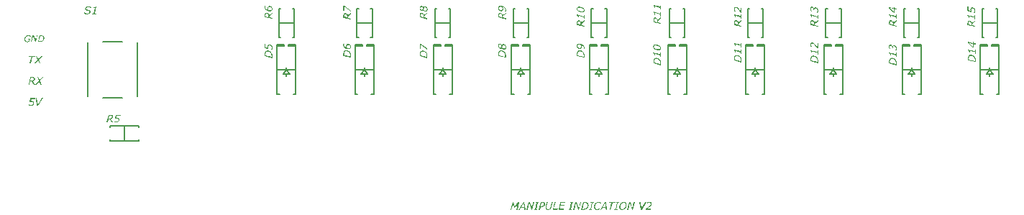
<source format=gto>
G04*
G04 #@! TF.GenerationSoftware,Altium Limited,Altium Designer,22.9.1 (49)*
G04*
G04 Layer_Color=65535*
%FSLAX44Y44*%
%MOMM*%
G71*
G04*
G04 #@! TF.SameCoordinates,C968DB6C-065F-4184-BE5B-E643EC6D71FD*
G04*
G04*
G04 #@! TF.FilePolarity,Positive*
G04*
G01*
G75*
%ADD10C,0.1500*%
%ADD11C,0.2000*%
G36*
X678763Y29306D02*
X678958Y29292D01*
X679193Y29278D01*
X679429Y29236D01*
X679693Y29195D01*
X679956Y29125D01*
X679970D01*
X679984Y29112D01*
X680025D01*
X680081Y29084D01*
X680219Y29042D01*
X680400Y28973D01*
X680608Y28890D01*
X680857Y28793D01*
X681107Y28668D01*
X681385Y28529D01*
X681107Y27184D01*
X681010D01*
X680996Y27198D01*
X680982Y27212D01*
X680941Y27253D01*
X680885Y27309D01*
X680760Y27420D01*
X680608Y27544D01*
X680594Y27558D01*
X680566Y27572D01*
X680525Y27614D01*
X680455Y27655D01*
X680372Y27711D01*
X680275Y27766D01*
X680150Y27850D01*
X680012Y27919D01*
X679998Y27933D01*
X679956Y27947D01*
X679887Y27988D01*
X679790Y28030D01*
X679679Y28071D01*
X679540Y28113D01*
X679387Y28168D01*
X679221Y28210D01*
X679207D01*
X679138Y28224D01*
X679041Y28252D01*
X678930Y28280D01*
X678777Y28293D01*
X678597Y28321D01*
X678417Y28335D01*
X678070D01*
X677987Y28321D01*
X677904D01*
X677695Y28293D01*
X677460Y28252D01*
X677196Y28182D01*
X676919Y28099D01*
X676655Y27974D01*
X676641D01*
X676628Y27961D01*
X676544Y27905D01*
X676406Y27836D01*
X676239Y27725D01*
X676059Y27586D01*
X675851Y27420D01*
X675643Y27212D01*
X675449Y26990D01*
X675421Y26962D01*
X675366Y26879D01*
X675268Y26754D01*
X675158Y26574D01*
X675033Y26352D01*
X674894Y26102D01*
X674769Y25811D01*
X674644Y25492D01*
Y25478D01*
X674631Y25450D01*
X674617Y25409D01*
X674603Y25339D01*
X674575Y25256D01*
X674561Y25159D01*
X674533Y25048D01*
X674506Y24937D01*
X674450Y24646D01*
X674409Y24341D01*
X674381Y23994D01*
X674367Y23620D01*
Y23606D01*
Y23564D01*
Y23495D01*
X674381Y23412D01*
Y23315D01*
X674395Y23190D01*
X674450Y22912D01*
X674520Y22593D01*
X674631Y22274D01*
X674797Y21955D01*
X674894Y21817D01*
X675005Y21678D01*
X675019Y21664D01*
X675033Y21650D01*
X675074Y21623D01*
X675130Y21567D01*
X675185Y21526D01*
X675268Y21470D01*
X675366Y21401D01*
X675477Y21345D01*
X675601Y21276D01*
X675740Y21221D01*
X675893Y21151D01*
X676059Y21109D01*
X676239Y21068D01*
X676433Y21026D01*
X676641Y21012D01*
X676863Y20999D01*
X676961D01*
X677071Y21012D01*
X677210D01*
X677376Y21026D01*
X677557Y21054D01*
X677945Y21123D01*
X677973D01*
X678028Y21151D01*
X678139Y21179D01*
X678264Y21207D01*
X678403Y21262D01*
X678569Y21318D01*
X678888Y21456D01*
X678902Y21470D01*
X678958Y21484D01*
X679027Y21526D01*
X679124Y21567D01*
X679235Y21637D01*
X679346Y21692D01*
X679582Y21844D01*
X679595Y21858D01*
X679637Y21886D01*
X679693Y21914D01*
X679776Y21969D01*
X679942Y22094D01*
X680123Y22233D01*
X680219D01*
X679928Y20846D01*
X679901Y20832D01*
X679817Y20791D01*
X679693Y20721D01*
X679512Y20652D01*
X679304Y20555D01*
X679055Y20458D01*
X678777Y20361D01*
X678472Y20264D01*
X678458D01*
X678430Y20250D01*
X678389Y20236D01*
X678333Y20222D01*
X678250Y20208D01*
X678167Y20180D01*
X677945Y20139D01*
X677682Y20097D01*
X677390Y20055D01*
X677071Y20028D01*
X676725Y20014D01*
X676558D01*
X676447Y20028D01*
X676295Y20042D01*
X676128Y20055D01*
X675948Y20083D01*
X675754Y20125D01*
X675324Y20222D01*
X675102Y20305D01*
X674880Y20388D01*
X674658Y20485D01*
X674436Y20596D01*
X674242Y20735D01*
X674048Y20888D01*
X674034Y20902D01*
X674007Y20929D01*
X673965Y20985D01*
X673896Y21054D01*
X673826Y21137D01*
X673743Y21248D01*
X673660Y21387D01*
X673577Y21539D01*
X673480Y21706D01*
X673396Y21886D01*
X673313Y22094D01*
X673244Y22316D01*
X673174Y22566D01*
X673133Y22829D01*
X673105Y23107D01*
X673091Y23398D01*
Y23412D01*
Y23453D01*
Y23523D01*
Y23606D01*
X673105Y23717D01*
Y23842D01*
X673119Y23994D01*
X673133Y24147D01*
X673174Y24507D01*
X673244Y24896D01*
X673327Y25298D01*
X673452Y25700D01*
Y25714D01*
X673466Y25742D01*
X673493Y25811D01*
X673521Y25880D01*
X673563Y25977D01*
X673604Y26088D01*
X673729Y26338D01*
X673882Y26643D01*
X674062Y26962D01*
X674284Y27281D01*
X674533Y27600D01*
X674547Y27614D01*
X674561Y27641D01*
X674603Y27683D01*
X674658Y27725D01*
X674728Y27794D01*
X674811Y27877D01*
X675005Y28058D01*
X675255Y28252D01*
X675546Y28460D01*
X675865Y28668D01*
X676225Y28848D01*
X676239D01*
X676267Y28862D01*
X676322Y28890D01*
X676406Y28917D01*
X676503Y28959D01*
X676614Y29001D01*
X676739Y29042D01*
X676891Y29084D01*
X677044Y29125D01*
X677224Y29167D01*
X677612Y29250D01*
X678028Y29306D01*
X678486Y29320D01*
X678625D01*
X678763Y29306D01*
D02*
G37*
G36*
X582974Y20180D02*
X581782D01*
X583529Y27780D01*
X579882Y22649D01*
X579174D01*
X577912Y28016D01*
X576110Y20180D01*
X575000D01*
X577052Y29139D01*
X578675D01*
X579896Y24147D01*
X583390Y29139D01*
X585041D01*
X582974Y20180D01*
D02*
G37*
G36*
X719065Y20180D02*
X717664D01*
X715196Y28182D01*
X713351Y20180D01*
X712242D01*
X714294Y29139D01*
X716069D01*
X718344Y21817D01*
X720022Y29139D01*
X721131D01*
X719065Y20180D01*
D02*
G37*
G36*
X655686D02*
X654286D01*
X651817Y28182D01*
X649973Y20180D01*
X648863D01*
X650916Y29139D01*
X652691D01*
X654965Y21817D01*
X656643Y29139D01*
X657753D01*
X655686Y20180D01*
D02*
G37*
G36*
X600629Y20180D02*
X599228D01*
X596759Y28182D01*
X594915Y20180D01*
X593806D01*
X595858Y29139D01*
X597633D01*
X599908Y21817D01*
X601586Y29139D01*
X602695D01*
X600629Y20180D01*
D02*
G37*
G36*
X729494Y20180D02*
X727913D01*
X726720Y29139D01*
X727955D01*
X728939Y21262D01*
X733571Y29139D01*
X734833D01*
X729494Y20180D01*
D02*
G37*
G36*
X623234Y23772D02*
Y23758D01*
X623220Y23731D01*
X623207Y23675D01*
X623193Y23606D01*
X623165Y23523D01*
X623137Y23426D01*
X623068Y23190D01*
X622985Y22912D01*
X622888Y22635D01*
X622763Y22344D01*
X622638Y22066D01*
Y22053D01*
X622624Y22039D01*
X622569Y21955D01*
X622499Y21817D01*
X622388Y21650D01*
X622250Y21470D01*
X622083Y21262D01*
X621889Y21068D01*
X621681Y20874D01*
X621653Y20860D01*
X621584Y20804D01*
X621473Y20721D01*
X621320Y20624D01*
X621140Y20513D01*
X620932Y20402D01*
X620696Y20305D01*
X620461Y20208D01*
X620447D01*
X620433Y20194D01*
X620350Y20180D01*
X620211Y20139D01*
X620031Y20111D01*
X619809Y20069D01*
X619559Y20028D01*
X619268Y20014D01*
X618949Y20000D01*
X618810D01*
X618713Y20014D01*
X618602D01*
X618464Y20028D01*
X618311Y20055D01*
X618158Y20083D01*
X617812Y20153D01*
X617465Y20264D01*
X617132Y20416D01*
X616980Y20513D01*
X616841Y20624D01*
X616827Y20638D01*
X616813Y20652D01*
X616772Y20693D01*
X616730Y20735D01*
X616674Y20804D01*
X616619Y20888D01*
X616494Y21082D01*
X616369Y21331D01*
X616259Y21637D01*
X616175Y21983D01*
X616161Y22177D01*
X616147Y22385D01*
Y22399D01*
Y22455D01*
Y22524D01*
Y22621D01*
X616161Y22732D01*
Y22843D01*
X616189Y23093D01*
Y23107D01*
X616203Y23148D01*
X616217Y23217D01*
X616231Y23301D01*
X616245Y23412D01*
X616272Y23523D01*
X616328Y23772D01*
X617562Y29139D01*
X618769D01*
X617507Y23717D01*
Y23703D01*
X617493Y23675D01*
X617479Y23606D01*
X617465Y23537D01*
X617451Y23439D01*
X617437Y23328D01*
X617396Y23079D01*
Y23065D01*
Y23023D01*
X617382Y22954D01*
Y22885D01*
X617368Y22704D01*
X617354Y22621D01*
Y22538D01*
Y22524D01*
Y22510D01*
Y22469D01*
X617368Y22413D01*
X617382Y22274D01*
X617410Y22108D01*
X617465Y21914D01*
X617548Y21720D01*
X617645Y21539D01*
X617798Y21373D01*
X617826Y21359D01*
X617881Y21318D01*
X617992Y21248D01*
X618145Y21179D01*
X618325Y21109D01*
X618561Y21040D01*
X618838Y20998D01*
X619157Y20985D01*
X619268D01*
X619393Y20998D01*
X619545Y21012D01*
X619726Y21026D01*
X619906Y21068D01*
X620100Y21109D01*
X620294Y21179D01*
X620322Y21193D01*
X620377Y21220D01*
X620461Y21262D01*
X620585Y21331D01*
X620710Y21415D01*
X620863Y21512D01*
X621002Y21637D01*
X621140Y21775D01*
X621154Y21789D01*
X621196Y21844D01*
X621251Y21914D01*
X621334Y22025D01*
X621418Y22136D01*
X621501Y22274D01*
X621667Y22593D01*
X621681Y22621D01*
X621695Y22677D01*
X621736Y22774D01*
X621778Y22898D01*
X621834Y23065D01*
X621889Y23245D01*
X621958Y23453D01*
X622014Y23689D01*
X623262Y29139D01*
X624469D01*
X623234Y23772D01*
D02*
G37*
G36*
X738772Y29306D02*
X738883D01*
X738994Y29292D01*
X739257Y29250D01*
X739562Y29195D01*
X739867Y29098D01*
X740173Y28973D01*
X740436Y28793D01*
X740450D01*
X740464Y28765D01*
X740547Y28695D01*
X740644Y28585D01*
X740769Y28418D01*
X740894Y28210D01*
X741005Y27974D01*
X741074Y27683D01*
X741088Y27531D01*
X741102Y27364D01*
Y27350D01*
Y27323D01*
Y27267D01*
X741088Y27198D01*
Y27115D01*
X741074Y27017D01*
X741032Y26782D01*
X740963Y26490D01*
X740866Y26185D01*
X740727Y25866D01*
X740547Y25533D01*
Y25520D01*
X740519Y25492D01*
X740492Y25450D01*
X740436Y25381D01*
X740381Y25298D01*
X740297Y25201D01*
X740200Y25090D01*
X740103Y24965D01*
X739978Y24826D01*
X739826Y24674D01*
X739673Y24507D01*
X739493Y24327D01*
X739299Y24147D01*
X739091Y23953D01*
X738855Y23744D01*
X738605Y23537D01*
X738592Y23523D01*
X738564Y23509D01*
X738522Y23467D01*
X738467Y23426D01*
X738384Y23356D01*
X738300Y23287D01*
X738079Y23120D01*
X737829Y22912D01*
X737538Y22690D01*
X737219Y22455D01*
X736900Y22219D01*
X736886D01*
X736858Y22191D01*
X736816Y22164D01*
X736761Y22108D01*
X736595Y21997D01*
X736400Y21844D01*
X736179Y21692D01*
X735929Y21512D01*
X735693Y21345D01*
X735471Y21179D01*
X740297D01*
X740062Y20180D01*
X734001D01*
X734279Y21442D01*
X734292Y21456D01*
X734320Y21470D01*
X734362Y21498D01*
X734417Y21553D01*
X734584Y21664D01*
X734778Y21803D01*
X735000Y21969D01*
X735249Y22150D01*
X735485Y22330D01*
X735721Y22496D01*
X735735D01*
X735749Y22510D01*
X735832Y22580D01*
X735957Y22663D01*
X736123Y22801D01*
X736331Y22954D01*
X736581Y23134D01*
X736844Y23356D01*
X737149Y23592D01*
X737163Y23606D01*
X737219Y23647D01*
X737288Y23703D01*
X737385Y23786D01*
X737510Y23883D01*
X737649Y24008D01*
X737801Y24133D01*
X737968Y24285D01*
X738300Y24590D01*
X738647Y24923D01*
X738966Y25256D01*
X739105Y25409D01*
X739230Y25561D01*
X739243Y25575D01*
X739257Y25603D01*
X739285Y25645D01*
X739327Y25700D01*
X739368Y25769D01*
X739424Y25852D01*
X739535Y26061D01*
X739646Y26296D01*
X739743Y26560D01*
X739812Y26837D01*
X739840Y26990D01*
Y27128D01*
Y27156D01*
Y27225D01*
X739812Y27323D01*
X739784Y27461D01*
X739729Y27600D01*
X739660Y27752D01*
X739549Y27891D01*
X739410Y28016D01*
X739396Y28030D01*
X739341Y28058D01*
X739243Y28113D01*
X739119Y28168D01*
X738966Y28224D01*
X738786Y28280D01*
X738578Y28307D01*
X738342Y28321D01*
X738245D01*
X738134Y28307D01*
X737981Y28293D01*
X737801Y28266D01*
X737593Y28238D01*
X737357Y28182D01*
X737108Y28113D01*
X737094D01*
X737080Y28099D01*
X737038D01*
X736997Y28071D01*
X736858Y28030D01*
X736692Y27974D01*
X736484Y27891D01*
X736248Y27794D01*
X736012Y27683D01*
X735762Y27544D01*
X735707D01*
X735943Y28751D01*
X735971Y28765D01*
X736026Y28793D01*
X736137Y28834D01*
X736276Y28890D01*
X736442Y28945D01*
X736650Y29014D01*
X736886Y29070D01*
X737149Y29139D01*
X737163D01*
X737177Y29153D01*
X737219D01*
X737274Y29167D01*
X737427Y29195D01*
X737607Y29236D01*
X737829Y29264D01*
X738065Y29292D01*
X738328Y29306D01*
X738578Y29320D01*
X738689D01*
X738772Y29306D01*
D02*
G37*
G36*
X702367Y28266D02*
X701202D01*
X699524Y21054D01*
X700703D01*
X700509Y20180D01*
X696959D01*
X697153Y21054D01*
X698332D01*
X699996Y28266D01*
X698817D01*
X699025Y29139D01*
X702575D01*
X702367Y28266D01*
D02*
G37*
G36*
X697971Y28127D02*
X694781D01*
X692937Y20180D01*
X691744D01*
X693575Y28127D01*
X690371D01*
X690593Y29139D01*
X698207D01*
X697971Y28127D01*
D02*
G37*
G36*
X688499Y20180D02*
X687292D01*
X686987Y22690D01*
X683104D01*
X681634Y20180D01*
X680386D01*
X685725Y29139D01*
X687306D01*
X688499Y20180D01*
D02*
G37*
G36*
X672550Y28266D02*
X671385D01*
X669707Y21054D01*
X670886D01*
X670692Y20180D01*
X667142D01*
X667336Y21054D01*
X668515D01*
X670179Y28266D01*
X669000D01*
X669208Y29139D01*
X672758D01*
X672550Y28266D01*
D02*
G37*
G36*
X662815Y29125D02*
X663092Y29112D01*
X663397Y29084D01*
X663702Y29042D01*
X664007Y29001D01*
X664049D01*
X664091Y28987D01*
X664146Y28973D01*
X664299Y28931D01*
X664493Y28876D01*
X664728Y28793D01*
X664978Y28695D01*
X665228Y28571D01*
X665491Y28418D01*
X665505D01*
X665519Y28404D01*
X665602Y28335D01*
X665713Y28252D01*
X665852Y28113D01*
X666004Y27961D01*
X666171Y27766D01*
X666323Y27544D01*
X666462Y27295D01*
Y27281D01*
X666476Y27267D01*
X666490Y27225D01*
X666518Y27170D01*
X666573Y27031D01*
X666642Y26837D01*
X666698Y26601D01*
X666753Y26338D01*
X666795Y26033D01*
X666809Y25700D01*
Y25686D01*
Y25631D01*
Y25561D01*
X666795Y25450D01*
X666781Y25326D01*
X666767Y25159D01*
X666753Y24993D01*
X666712Y24799D01*
X666670Y24590D01*
X666628Y24369D01*
X666490Y23911D01*
X666407Y23661D01*
X666310Y23412D01*
X666199Y23162D01*
X666060Y22912D01*
X666046Y22898D01*
X666032Y22857D01*
X665977Y22788D01*
X665921Y22704D01*
X665852Y22593D01*
X665755Y22469D01*
X665644Y22316D01*
X665519Y22177D01*
X665380Y22011D01*
X665228Y21844D01*
X665061Y21678D01*
X664881Y21512D01*
X664687Y21345D01*
X664465Y21179D01*
X664007Y20888D01*
X663994D01*
X663966Y20874D01*
X663924Y20846D01*
X663869Y20818D01*
X663799Y20791D01*
X663716Y20749D01*
X663508Y20652D01*
X663259Y20555D01*
X662995Y20472D01*
X662690Y20388D01*
X662385Y20319D01*
X662343D01*
X662302Y20305D01*
X662232Y20291D01*
X662163D01*
X662066Y20277D01*
X661955Y20264D01*
X661844Y20250D01*
X661553Y20222D01*
X661234Y20208D01*
X660887Y20180D01*
X658086D01*
X660138Y29139D01*
X662579D01*
X662815Y29125D01*
D02*
G37*
G36*
X648697Y28266D02*
X647532Y28266D01*
X645854Y21054D01*
X647032D01*
X646838Y20180D01*
X643288D01*
X643482Y21054D01*
X644661D01*
X646325Y28266D01*
X645146D01*
X645354Y29139D01*
X648905Y29139D01*
X648697Y28266D01*
D02*
G37*
G36*
X639266Y28127D02*
X634551D01*
X633968Y25589D01*
X638684D01*
X638448Y24577D01*
X633746D01*
X632956Y21193D01*
X637671D01*
X637435Y20180D01*
X631541D01*
X633594Y29139D01*
X639502D01*
X639266Y28127D01*
D02*
G37*
G36*
X626105Y21193D02*
X630584D01*
X630349Y20180D01*
X624677D01*
X626729Y29139D01*
X627936D01*
X626105Y21193D01*
D02*
G37*
G36*
X612916Y29125D02*
X613097D01*
X613318Y29098D01*
X613540Y29070D01*
X613762Y29042D01*
X613970Y28987D01*
X613998D01*
X614067Y28959D01*
X614164Y28931D01*
X614289Y28890D01*
X614428Y28820D01*
X614566Y28751D01*
X614719Y28668D01*
X614858Y28571D01*
X614872Y28557D01*
X614913Y28529D01*
X614983Y28474D01*
X615066Y28390D01*
X615149Y28293D01*
X615232Y28182D01*
X615329Y28058D01*
X615399Y27919D01*
X615412Y27905D01*
X615426Y27850D01*
X615454Y27766D01*
X615496Y27655D01*
X615537Y27517D01*
X615565Y27364D01*
X615579Y27170D01*
X615593Y26976D01*
Y26962D01*
Y26948D01*
Y26906D01*
Y26851D01*
X615579Y26712D01*
X615551Y26532D01*
X615510Y26310D01*
X615454Y26074D01*
X615385Y25825D01*
X615274Y25575D01*
Y25561D01*
X615260Y25547D01*
X615218Y25464D01*
X615149Y25339D01*
X615038Y25187D01*
X614913Y25006D01*
X614761Y24826D01*
X614580Y24632D01*
X614372Y24438D01*
X614345Y24424D01*
X614275Y24369D01*
X614164Y24285D01*
X614012Y24188D01*
X613818Y24077D01*
X613610Y23953D01*
X613374Y23855D01*
X613124Y23758D01*
X613110D01*
X613097Y23744D01*
X613055D01*
X612999Y23731D01*
X612861Y23689D01*
X612667Y23647D01*
X612431Y23606D01*
X612153Y23578D01*
X611834Y23550D01*
X611488Y23537D01*
X610184D01*
X609408Y20180D01*
X608215D01*
X610267Y29139D01*
X612764D01*
X612916Y29125D01*
D02*
G37*
G36*
X608048Y28266D02*
X606883D01*
X605205Y21054D01*
X606384D01*
X606190Y20180D01*
X602640D01*
X602834Y21054D01*
X604013D01*
X605677Y28266D01*
X604498D01*
X604706Y29139D01*
X608256D01*
X608048Y28266D01*
D02*
G37*
G36*
X592557Y20180D02*
X591351D01*
X591046Y22690D01*
X587163D01*
X585692Y20180D01*
X584444D01*
X589784Y29139D01*
X591365D01*
X592557Y20180D01*
D02*
G37*
G36*
X708359Y29306D02*
X708497Y29292D01*
X708650Y29278D01*
X708816Y29250D01*
X709010Y29209D01*
X709413Y29112D01*
X709621Y29042D01*
X709829Y28945D01*
X710037Y28848D01*
X710231Y28737D01*
X710425Y28598D01*
X710605Y28446D01*
X710619Y28432D01*
X710647Y28404D01*
X710688Y28349D01*
X710744Y28280D01*
X710813Y28196D01*
X710896Y28085D01*
X710980Y27961D01*
X711063Y27808D01*
X711146Y27641D01*
X711229Y27461D01*
X711312Y27253D01*
X711382Y27031D01*
X711437Y26796D01*
X711479Y26532D01*
X711507Y26255D01*
X711520Y25963D01*
Y25950D01*
Y25908D01*
Y25852D01*
Y25769D01*
X711507Y25658D01*
Y25533D01*
X711493Y25395D01*
X711479Y25242D01*
X711437Y24909D01*
X711368Y24521D01*
X711285Y24119D01*
X711160Y23717D01*
Y23703D01*
X711146Y23675D01*
X711118Y23606D01*
X711091Y23537D01*
X711063Y23439D01*
X711021Y23328D01*
X710896Y23079D01*
X710758Y22774D01*
X710577Y22455D01*
X710369Y22122D01*
X710134Y21803D01*
X710120Y21789D01*
X710106Y21761D01*
X710064Y21720D01*
X710009Y21664D01*
X709870Y21512D01*
X709676Y21318D01*
X709426Y21109D01*
X709149Y20888D01*
X708830Y20666D01*
X708483Y20472D01*
X708469D01*
X708442Y20458D01*
X708386Y20430D01*
X708317Y20402D01*
X708220Y20361D01*
X708123Y20319D01*
X707998Y20277D01*
X707859Y20236D01*
X707693Y20194D01*
X707526Y20153D01*
X707166Y20069D01*
X706750Y20014D01*
X706306Y20000D01*
X706153D01*
X706042Y20014D01*
X705904Y20028D01*
X705751Y20042D01*
X705585Y20069D01*
X705391Y20111D01*
X705002Y20208D01*
X704794Y20291D01*
X704586Y20375D01*
X704378Y20472D01*
X704170Y20582D01*
X703990Y20721D01*
X703810Y20874D01*
X703796Y20888D01*
X703768Y20915D01*
X703727Y20971D01*
X703671Y21040D01*
X703602Y21123D01*
X703519Y21234D01*
X703449Y21359D01*
X703366Y21512D01*
X703269Y21678D01*
X703199Y21858D01*
X703116Y22066D01*
X703047Y22288D01*
X702991Y22524D01*
X702950Y22788D01*
X702922Y23065D01*
X702908Y23356D01*
Y23370D01*
Y23412D01*
Y23481D01*
Y23564D01*
X702922Y23675D01*
Y23800D01*
X702936Y23939D01*
X702950Y24105D01*
X702991Y24452D01*
X703061Y24826D01*
X703144Y25228D01*
X703269Y25631D01*
Y25645D01*
X703283Y25672D01*
X703310Y25742D01*
X703338Y25811D01*
X703380Y25908D01*
X703421Y26019D01*
X703532Y26269D01*
X703685Y26574D01*
X703865Y26893D01*
X704073Y27225D01*
X704309Y27544D01*
X704323Y27558D01*
X704337Y27586D01*
X704378Y27628D01*
X704434Y27683D01*
X704573Y27822D01*
X704767Y28002D01*
X705002Y28210D01*
X705280Y28432D01*
X705599Y28640D01*
X705945Y28834D01*
X705959D01*
X705987Y28862D01*
X706042Y28876D01*
X706112Y28917D01*
X706209Y28945D01*
X706320Y28987D01*
X706445Y29028D01*
X706583Y29084D01*
X706902Y29167D01*
X707263Y29250D01*
X707665Y29306D01*
X708095Y29320D01*
X708248D01*
X708359Y29306D01*
D02*
G37*
G36*
X7618Y225562D02*
X7786Y225550D01*
X7990Y225537D01*
X8219Y225501D01*
X8471Y225465D01*
X8723Y225405D01*
X8735D01*
X8759Y225393D01*
X8795D01*
X8844Y225369D01*
X8904Y225357D01*
X8976Y225333D01*
X9156Y225273D01*
X9360Y225201D01*
X9600Y225105D01*
X9853Y224997D01*
X10117Y224865D01*
X9877Y223699D01*
X9781D01*
X9769Y223711D01*
X9757Y223723D01*
X9721Y223747D01*
X9685Y223783D01*
X9564Y223880D01*
X9408Y224000D01*
X9216Y224120D01*
X9000Y224252D01*
X8771Y224372D01*
X8519Y224468D01*
X8507D01*
X8483Y224480D01*
X8447Y224492D01*
X8399Y224504D01*
X8339Y224528D01*
X8267Y224552D01*
X8087Y224600D01*
X7870Y224636D01*
X7618Y224685D01*
X7354Y224708D01*
X7065Y224720D01*
X6921D01*
X6849Y224708D01*
X6765D01*
X6561Y224673D01*
X6320Y224636D01*
X6068Y224576D01*
X5816Y224492D01*
X5564Y224372D01*
X5552D01*
X5540Y224360D01*
X5504Y224336D01*
X5455Y224312D01*
X5335Y224240D01*
X5179Y224132D01*
X5011Y224000D01*
X4831Y223855D01*
X4651Y223675D01*
X4470Y223471D01*
Y223459D01*
X4446Y223447D01*
X4398Y223375D01*
X4326Y223255D01*
X4230Y223099D01*
X4122Y222906D01*
X4014Y222690D01*
X3918Y222438D01*
X3822Y222174D01*
Y222162D01*
X3810Y222138D01*
X3798Y222101D01*
X3785Y222053D01*
X3774Y221981D01*
X3749Y221897D01*
X3713Y221717D01*
X3677Y221489D01*
X3641Y221236D01*
X3617Y220972D01*
X3605Y220696D01*
Y220684D01*
Y220648D01*
Y220588D01*
X3617Y220516D01*
X3629Y220419D01*
X3641Y220311D01*
X3677Y220059D01*
X3749Y219771D01*
X3858Y219482D01*
X3930Y219338D01*
X4014Y219206D01*
X4098Y219074D01*
X4206Y218954D01*
X4218Y218942D01*
X4230Y218930D01*
X4266Y218894D01*
X4326Y218858D01*
X4386Y218810D01*
X4458Y218762D01*
X4554Y218713D01*
X4663Y218653D01*
X4783Y218593D01*
X4915Y218545D01*
X5071Y218497D01*
X5227Y218449D01*
X5407Y218413D01*
X5600Y218377D01*
X5804Y218365D01*
X6020Y218353D01*
X6212D01*
X6345Y218365D01*
X6489Y218377D01*
X6657Y218389D01*
X7005Y218437D01*
X7029D01*
X7089Y218449D01*
X7174Y218473D01*
X7282Y218509D01*
X7414Y218545D01*
X7558Y218581D01*
X7870Y218689D01*
X8315Y220684D01*
X6248D01*
X6441Y221561D01*
X9552D01*
X8783Y218221D01*
X8771Y218209D01*
X8723Y218197D01*
X8663Y218173D01*
X8579Y218137D01*
X8483Y218089D01*
X8375Y218053D01*
X8159Y217957D01*
X8147D01*
X8111Y217932D01*
X8051Y217920D01*
X7966Y217885D01*
X7870Y217848D01*
X7750Y217812D01*
X7618Y217776D01*
X7462Y217728D01*
X7450D01*
X7402Y217716D01*
X7330Y217704D01*
X7234Y217680D01*
X7125Y217656D01*
X6993Y217632D01*
X6717Y217572D01*
X6705D01*
X6657Y217560D01*
X6573Y217548D01*
X6477Y217536D01*
X6357Y217524D01*
X6212Y217512D01*
X6068Y217500D01*
X5744D01*
X5636Y217512D01*
X5504Y217524D01*
X5347Y217548D01*
X5179Y217572D01*
X4987Y217596D01*
X4590Y217692D01*
X4386Y217752D01*
X4170Y217836D01*
X3966Y217920D01*
X3774Y218029D01*
X3581Y218149D01*
X3401Y218293D01*
X3389Y218305D01*
X3365Y218329D01*
X3317Y218377D01*
X3257Y218437D01*
X3197Y218521D01*
X3113Y218617D01*
X3041Y218738D01*
X2957Y218870D01*
X2872Y219026D01*
X2788Y219194D01*
X2704Y219374D01*
X2644Y219578D01*
X2584Y219795D01*
X2536Y220035D01*
X2512Y220287D01*
X2500Y220552D01*
Y220564D01*
Y220600D01*
Y220660D01*
Y220732D01*
X2512Y220828D01*
Y220936D01*
X2524Y221068D01*
X2536Y221200D01*
X2584Y221501D01*
X2632Y221837D01*
X2716Y222185D01*
X2824Y222534D01*
Y222546D01*
X2836Y222570D01*
X2860Y222618D01*
X2884Y222690D01*
X2921Y222762D01*
X2968Y222858D01*
X3077Y223075D01*
X3209Y223327D01*
X3377Y223591D01*
X3569Y223867D01*
X3785Y224132D01*
X3798Y224144D01*
X3810Y224168D01*
X3846Y224192D01*
X3894Y224240D01*
X3954Y224300D01*
X4026Y224360D01*
X4206Y224516D01*
X4434Y224685D01*
X4699Y224865D01*
X4987Y225033D01*
X5311Y225189D01*
X5323D01*
X5347Y225201D01*
X5407Y225225D01*
X5468Y225249D01*
X5564Y225273D01*
X5660Y225309D01*
X5780Y225345D01*
X5912Y225381D01*
X6056Y225417D01*
X6212Y225453D01*
X6561Y225513D01*
X6945Y225562D01*
X7366Y225574D01*
X7486D01*
X7618Y225562D01*
D02*
G37*
G36*
X16364Y217656D02*
X15151D01*
X13012Y224588D01*
X11415Y217656D01*
X10453D01*
X12232Y225417D01*
X13769D01*
X15740Y219074D01*
X17193Y225417D01*
X18154D01*
X16364Y217656D01*
D02*
G37*
G36*
X22540Y225405D02*
X22780Y225393D01*
X23044Y225369D01*
X23309Y225333D01*
X23573Y225297D01*
X23609D01*
X23645Y225285D01*
X23693Y225273D01*
X23825Y225237D01*
X23993Y225189D01*
X24198Y225117D01*
X24414Y225033D01*
X24630Y224925D01*
X24858Y224793D01*
X24870D01*
X24882Y224781D01*
X24955Y224720D01*
X25051Y224648D01*
X25171Y224528D01*
X25303Y224396D01*
X25447Y224228D01*
X25579Y224036D01*
X25699Y223820D01*
Y223808D01*
X25711Y223795D01*
X25723Y223759D01*
X25747Y223711D01*
X25796Y223591D01*
X25856Y223423D01*
X25904Y223219D01*
X25952Y222990D01*
X25988Y222726D01*
X26000Y222438D01*
Y222426D01*
Y222378D01*
Y222318D01*
X25988Y222222D01*
X25976Y222113D01*
X25964Y221969D01*
X25952Y221825D01*
X25916Y221657D01*
X25880Y221477D01*
X25844Y221285D01*
X25723Y220888D01*
X25651Y220672D01*
X25567Y220455D01*
X25471Y220239D01*
X25351Y220023D01*
X25339Y220011D01*
X25327Y219975D01*
X25279Y219915D01*
X25231Y219843D01*
X25171Y219747D01*
X25087Y219639D01*
X24991Y219506D01*
X24882Y219386D01*
X24762Y219242D01*
X24630Y219098D01*
X24486Y218954D01*
X24330Y218810D01*
X24162Y218665D01*
X23969Y218521D01*
X23573Y218269D01*
X23561D01*
X23537Y218257D01*
X23501Y218233D01*
X23453Y218209D01*
X23393Y218185D01*
X23321Y218149D01*
X23140Y218065D01*
X22924Y217981D01*
X22696Y217908D01*
X22432Y217836D01*
X22167Y217776D01*
X22131D01*
X22095Y217764D01*
X22035Y217752D01*
X21975D01*
X21891Y217740D01*
X21795Y217728D01*
X21699Y217716D01*
X21446Y217692D01*
X21170Y217680D01*
X20870Y217656D01*
X18443D01*
X20221Y225417D01*
X22335D01*
X22540Y225405D01*
D02*
G37*
G36*
X19205Y196980D02*
X21299Y192500D01*
X19995D01*
X18345Y196106D01*
X15003Y192500D01*
X13671D01*
X17887Y197007D01*
X15821Y201459D01*
X17111D01*
X18761Y197867D01*
X22048Y201459D01*
X23393D01*
X19205Y196980D01*
D02*
G37*
G36*
X15100Y200447D02*
X11910D01*
X10066Y192500D01*
X8873D01*
X10704Y200447D01*
X7500D01*
X7722Y201459D01*
X15336D01*
X15100Y200447D01*
D02*
G37*
G36*
X20800Y171980D02*
X22894Y167500D01*
X21590D01*
X19940Y171106D01*
X16598Y167500D01*
X15266D01*
X19482Y172007D01*
X17416Y176459D01*
X18706D01*
X20356Y172867D01*
X23643Y176459D01*
X24988D01*
X20800Y171980D01*
D02*
G37*
G36*
X12465Y176445D02*
X12673Y176431D01*
X12895Y176417D01*
X13117Y176390D01*
X13325Y176348D01*
X13353D01*
X13408Y176320D01*
X13505Y176293D01*
X13630Y176265D01*
X13769Y176209D01*
X13921Y176140D01*
X14074Y176057D01*
X14212Y175960D01*
X14226Y175946D01*
X14268Y175918D01*
X14337Y175863D01*
X14406Y175793D01*
X14504Y175710D01*
X14587Y175613D01*
X14670Y175488D01*
X14753Y175363D01*
X14767Y175350D01*
X14781Y175308D01*
X14809Y175225D01*
X14850Y175128D01*
X14892Y175003D01*
X14920Y174850D01*
X14934Y174684D01*
X14947Y174490D01*
Y174476D01*
Y174434D01*
Y174379D01*
X14934Y174309D01*
X14920Y174212D01*
X14906Y174101D01*
X14892Y173963D01*
X14864Y173824D01*
X14781Y173519D01*
X14656Y173200D01*
X14573Y173034D01*
X14476Y172867D01*
X14365Y172701D01*
X14240Y172534D01*
X14226Y172520D01*
X14212Y172493D01*
X14171Y172451D01*
X14115Y172395D01*
X14046Y172326D01*
X13963Y172243D01*
X13852Y172160D01*
X13741Y172077D01*
X13477Y171868D01*
X13158Y171674D01*
X12798Y171508D01*
X12396Y171355D01*
X14989Y167500D01*
X13574D01*
X11231Y171078D01*
X9525D01*
X8693Y167500D01*
X7500D01*
X9553Y176459D01*
X12285D01*
X12465Y176445D01*
D02*
G37*
G36*
X18914Y142680D02*
X17333D01*
X16140Y151639D01*
X17374D01*
X18359Y143762D01*
X22991Y151639D01*
X24253D01*
X18914Y142680D01*
D02*
G37*
G36*
X14864Y150641D02*
X10648D01*
X10079Y148158D01*
X10093D01*
X10121Y148172D01*
X10177D01*
X10232Y148186D01*
X10385Y148200D01*
X10565Y148214D01*
X10606D01*
X10648Y148228D01*
X10718D01*
X10870Y148242D01*
X11161D01*
X11258Y148228D01*
X11369D01*
X11508Y148214D01*
X11647Y148186D01*
X11813Y148172D01*
X12146Y148103D01*
X12507Y147992D01*
X12853Y147839D01*
X13006Y147756D01*
X13158Y147645D01*
X13172D01*
X13186Y147617D01*
X13283Y147534D01*
X13394Y147409D01*
X13547Y147229D01*
X13685Y147007D01*
X13796Y146730D01*
X13893Y146425D01*
X13907Y146244D01*
X13921Y146064D01*
Y146050D01*
Y146036D01*
Y145995D01*
Y145939D01*
X13907Y145801D01*
X13893Y145620D01*
X13852Y145412D01*
X13810Y145177D01*
X13741Y144941D01*
X13644Y144691D01*
Y144677D01*
X13630Y144663D01*
X13588Y144580D01*
X13533Y144455D01*
X13436Y144303D01*
X13325Y144123D01*
X13200Y143942D01*
X13033Y143748D01*
X12853Y143554D01*
X12825Y143526D01*
X12756Y143471D01*
X12645Y143388D01*
X12493Y143277D01*
X12312Y143152D01*
X12104Y143013D01*
X11869Y142888D01*
X11605Y142777D01*
X11591D01*
X11577Y142764D01*
X11536Y142750D01*
X11480Y142736D01*
X11342Y142694D01*
X11134Y142639D01*
X10898Y142583D01*
X10620Y142542D01*
X10301Y142514D01*
X9955Y142500D01*
X9830D01*
X9691Y142514D01*
X9511Y142528D01*
X9289Y142542D01*
X9053Y142583D01*
X8817Y142625D01*
X8568Y142680D01*
X8554D01*
X8540Y142694D01*
X8457Y142708D01*
X8346Y142750D01*
X8193Y142791D01*
X8027Y142861D01*
X7847Y142916D01*
X7666Y142999D01*
X7500Y143069D01*
X7736Y144247D01*
X7819D01*
X7833Y144234D01*
X7888Y144192D01*
X7972Y144136D01*
X8083Y144067D01*
X8221Y143998D01*
X8401Y143901D01*
X8596Y143818D01*
X8817Y143720D01*
X8831D01*
X8845Y143707D01*
X8928Y143693D01*
X9053Y143651D01*
X9220Y143610D01*
X9414Y143568D01*
X9650Y143540D01*
X9885Y143512D01*
X10135Y143498D01*
X10246D01*
X10315Y143512D01*
X10412D01*
X10523Y143526D01*
X10787Y143582D01*
X11078Y143651D01*
X11369Y143762D01*
X11674Y143928D01*
X11813Y144025D01*
X11952Y144136D01*
X11966Y144150D01*
X11980Y144164D01*
X12021Y144206D01*
X12063Y144261D01*
X12174Y144400D01*
X12299Y144594D01*
X12423Y144844D01*
X12534Y145135D01*
X12617Y145468D01*
X12631Y145648D01*
X12645Y145842D01*
Y145856D01*
Y145912D01*
X12631Y145995D01*
Y146078D01*
X12576Y146300D01*
X12534Y146411D01*
X12479Y146522D01*
Y146536D01*
X12451Y146563D01*
X12423Y146619D01*
X12368Y146688D01*
X12243Y146827D01*
X12063Y146966D01*
X12049Y146980D01*
X12007Y146993D01*
X11952Y147021D01*
X11882Y147063D01*
X11785Y147090D01*
X11674Y147132D01*
X11411Y147201D01*
X11397D01*
X11355Y147215D01*
X11272Y147229D01*
X11175Y147243D01*
X11064Y147257D01*
X10926Y147271D01*
X10634Y147285D01*
X10440D01*
X10301Y147271D01*
X10149D01*
X9969Y147257D01*
X9566Y147201D01*
X9539D01*
X9483Y147188D01*
X9386Y147174D01*
X9261Y147160D01*
X9109Y147132D01*
X8970Y147118D01*
X8817Y147090D01*
X8665Y147063D01*
X9719Y151639D01*
X15100D01*
X14864Y150641D01*
D02*
G37*
G36*
X78308Y259639D02*
X78544Y259625D01*
X78807Y259597D01*
X79099Y259570D01*
X79390Y259514D01*
X79681Y259445D01*
X79695D01*
X79723Y259431D01*
X79750D01*
X79806Y259417D01*
X79958Y259375D01*
X80139Y259320D01*
X80347Y259251D01*
X80569Y259167D01*
X80791Y259084D01*
X81012Y258987D01*
X80735Y257711D01*
X80652D01*
X80638Y257725D01*
X80569Y257781D01*
X80471Y257850D01*
X80333Y257947D01*
X80166Y258044D01*
X79958Y258155D01*
X79709Y258266D01*
X79431Y258377D01*
X79418D01*
X79390Y258391D01*
X79348Y258405D01*
X79293Y258419D01*
X79223Y258446D01*
X79140Y258474D01*
X78932Y258529D01*
X78682Y258571D01*
X78391Y258627D01*
X78086Y258654D01*
X77767Y258668D01*
X77656D01*
X77587Y258654D01*
X77490D01*
X77393Y258640D01*
X77143Y258613D01*
X76866Y258543D01*
X76575Y258460D01*
X76283Y258349D01*
X76020Y258183D01*
X75992Y258155D01*
X75923Y258100D01*
X75812Y257989D01*
X75701Y257850D01*
X75576Y257670D01*
X75465Y257462D01*
X75396Y257226D01*
X75382Y257101D01*
X75368Y256962D01*
Y256949D01*
Y256893D01*
X75382Y256824D01*
X75396Y256727D01*
X75423Y256616D01*
X75465Y256491D01*
X75521Y256380D01*
X75590Y256255D01*
X75604Y256241D01*
X75631Y256200D01*
X75701Y256144D01*
X75784Y256089D01*
X75895Y256005D01*
X76048Y255936D01*
X76228Y255867D01*
X76436Y255797D01*
X76450D01*
X76505Y255784D01*
X76588Y255770D01*
X76713Y255742D01*
X76852Y255700D01*
X77032Y255673D01*
X77240Y255631D01*
X77462Y255576D01*
X77490D01*
X77573Y255562D01*
X77684Y255534D01*
X77836Y255506D01*
X78003Y255465D01*
X78183Y255423D01*
X78363Y255381D01*
X78530Y255340D01*
X78544D01*
X78572Y255326D01*
X78613Y255312D01*
X78669Y255298D01*
X78821Y255243D01*
X79015Y255159D01*
X79223Y255062D01*
X79445Y254938D01*
X79653Y254799D01*
X79834Y254632D01*
X79847Y254619D01*
X79903Y254549D01*
X79972Y254452D01*
X80056Y254314D01*
X80139Y254147D01*
X80208Y253953D01*
X80264Y253717D01*
X80277Y253468D01*
Y253440D01*
Y253370D01*
X80264Y253246D01*
X80236Y253107D01*
X80208Y252927D01*
X80153Y252719D01*
X80083Y252511D01*
X79986Y252289D01*
X79972Y252261D01*
X79931Y252192D01*
X79861Y252081D01*
X79778Y251942D01*
X79667Y251789D01*
X79528Y251623D01*
X79362Y251457D01*
X79182Y251290D01*
X79154Y251276D01*
X79085Y251221D01*
X78974Y251138D01*
X78807Y251041D01*
X78627Y250930D01*
X78405Y250805D01*
X78155Y250694D01*
X77878Y250597D01*
X77864D01*
X77850Y250583D01*
X77809Y250569D01*
X77753Y250555D01*
X77684Y250541D01*
X77587Y250514D01*
X77379Y250472D01*
X77129Y250430D01*
X76838Y250389D01*
X76491Y250361D01*
X76131Y250347D01*
X75909D01*
X75812Y250361D01*
X75590Y250375D01*
X75340Y250389D01*
X75063Y250430D01*
X74772Y250472D01*
X74467Y250527D01*
X74453D01*
X74425Y250541D01*
X74383D01*
X74328Y250555D01*
X74175Y250611D01*
X73981Y250666D01*
X73745Y250749D01*
X73482Y250833D01*
X73204Y250957D01*
X72927Y251082D01*
X73204Y252455D01*
X73288D01*
X73315Y252427D01*
X73399Y252358D01*
X73510Y252261D01*
X73690Y252136D01*
X73884Y252011D01*
X74134Y251859D01*
X74397Y251734D01*
X74702Y251609D01*
X74716D01*
X74744Y251595D01*
X74785Y251581D01*
X74841Y251568D01*
X74924Y251540D01*
X75007Y251526D01*
X75229Y251471D01*
X75479Y251415D01*
X75756Y251373D01*
X76048Y251346D01*
X76339Y251332D01*
X76464D01*
X76547Y251346D01*
X76658D01*
X76782Y251360D01*
X77060Y251401D01*
X77379Y251457D01*
X77698Y251540D01*
X78017Y251665D01*
X78155Y251748D01*
X78294Y251831D01*
X78308D01*
X78322Y251859D01*
X78405Y251928D01*
X78516Y252039D01*
X78641Y252192D01*
X78766Y252372D01*
X78877Y252594D01*
X78960Y252857D01*
X78974Y252996D01*
X78988Y253135D01*
Y253149D01*
Y253204D01*
X78974Y253287D01*
X78960Y253384D01*
X78932Y253481D01*
X78877Y253606D01*
X78821Y253717D01*
X78738Y253828D01*
X78724Y253842D01*
X78696Y253870D01*
X78641Y253925D01*
X78558Y253981D01*
X78447Y254050D01*
X78336Y254119D01*
X78183Y254175D01*
X78017Y254230D01*
X78003D01*
X77948Y254244D01*
X77864Y254272D01*
X77753Y254300D01*
X77615Y254327D01*
X77462Y254369D01*
X77282Y254397D01*
X77088Y254438D01*
X77060D01*
X77004Y254452D01*
X76894Y254480D01*
X76769Y254508D01*
X76602Y254535D01*
X76436Y254577D01*
X76061Y254660D01*
X76048D01*
X76020Y254674D01*
X75978Y254688D01*
X75909Y254702D01*
X75826Y254730D01*
X75742Y254757D01*
X75521Y254827D01*
X75299Y254924D01*
X75049Y255049D01*
X74813Y255201D01*
X74605Y255381D01*
X74577Y255409D01*
X74522Y255478D01*
X74439Y255589D01*
X74356Y255728D01*
X74258Y255922D01*
X74175Y256130D01*
X74120Y256380D01*
X74092Y256657D01*
Y256671D01*
Y256713D01*
X74106Y256782D01*
Y256865D01*
X74120Y256976D01*
X74148Y257101D01*
X74189Y257254D01*
X74231Y257406D01*
X74286Y257573D01*
X74356Y257739D01*
X74439Y257919D01*
X74550Y258100D01*
X74675Y258280D01*
X74813Y258460D01*
X74980Y258627D01*
X75174Y258793D01*
X75188Y258807D01*
X75229Y258835D01*
X75285Y258876D01*
X75368Y258932D01*
X75479Y258987D01*
X75604Y259070D01*
X75756Y259140D01*
X75937Y259223D01*
X76117Y259306D01*
X76339Y259375D01*
X76561Y259459D01*
X76810Y259514D01*
X77074Y259570D01*
X77365Y259611D01*
X77656Y259639D01*
X77975Y259653D01*
X78211D01*
X78308Y259639D01*
D02*
G37*
G36*
X85187Y251387D02*
X87045D01*
X86837Y250514D01*
X81969D01*
X82163Y251387D01*
X84022D01*
X85436Y257489D01*
X83564D01*
X83731Y258266D01*
X83897D01*
X83994Y258280D01*
X84091D01*
X84327Y258308D01*
X84590Y258335D01*
X84854Y258377D01*
X85117Y258446D01*
X85353Y258543D01*
X85381Y258557D01*
X85450Y258599D01*
X85547Y258668D01*
X85672Y258779D01*
X85797Y258904D01*
X85922Y259070D01*
X86047Y259278D01*
X86130Y259514D01*
X87073D01*
X85187Y251387D01*
D02*
G37*
G36*
X1113950Y259323D02*
Y255107D01*
X1116432Y254538D01*
Y254552D01*
X1116418Y254580D01*
Y254635D01*
X1116404Y254691D01*
X1116391Y254843D01*
X1116377Y255024D01*
Y255065D01*
X1116363Y255107D01*
Y255176D01*
X1116349Y255329D01*
Y255620D01*
X1116363Y255717D01*
Y255828D01*
X1116377Y255967D01*
X1116404Y256105D01*
X1116418Y256272D01*
X1116488Y256605D01*
X1116599Y256965D01*
X1116751Y257312D01*
X1116834Y257464D01*
X1116945Y257617D01*
Y257631D01*
X1116973Y257645D01*
X1117056Y257742D01*
X1117181Y257853D01*
X1117361Y258005D01*
X1117583Y258144D01*
X1117860Y258255D01*
X1118166Y258352D01*
X1118346Y258366D01*
X1118526Y258380D01*
X1118540D01*
X1118554D01*
X1118596D01*
X1118651D01*
X1118790Y258366D01*
X1118970Y258352D01*
X1119178Y258310D01*
X1119414Y258269D01*
X1119650Y258200D01*
X1119899Y258102D01*
X1119913D01*
X1119927Y258088D01*
X1120010Y258047D01*
X1120135Y257991D01*
X1120287Y257894D01*
X1120468Y257783D01*
X1120648Y257659D01*
X1120842Y257492D01*
X1121036Y257312D01*
X1121064Y257284D01*
X1121120Y257215D01*
X1121203Y257104D01*
X1121314Y256951D01*
X1121439Y256771D01*
X1121577Y256563D01*
X1121702Y256327D01*
X1121813Y256064D01*
Y256050D01*
X1121827Y256036D01*
X1121841Y255994D01*
X1121855Y255939D01*
X1121896Y255800D01*
X1121952Y255592D01*
X1122007Y255356D01*
X1122049Y255079D01*
X1122076Y254760D01*
X1122090Y254413D01*
Y254289D01*
X1122076Y254150D01*
X1122063Y253970D01*
X1122049Y253748D01*
X1122007Y253512D01*
X1121966Y253276D01*
X1121910Y253027D01*
Y253013D01*
X1121896Y252999D01*
X1121882Y252916D01*
X1121841Y252805D01*
X1121799Y252652D01*
X1121730Y252486D01*
X1121674Y252305D01*
X1121591Y252125D01*
X1121522Y251959D01*
X1120343Y252194D01*
Y252278D01*
X1120357Y252292D01*
X1120398Y252347D01*
X1120454Y252430D01*
X1120523Y252541D01*
X1120593Y252680D01*
X1120690Y252860D01*
X1120773Y253054D01*
X1120870Y253276D01*
Y253290D01*
X1120884Y253304D01*
X1120898Y253387D01*
X1120939Y253512D01*
X1120981Y253678D01*
X1121022Y253873D01*
X1121050Y254108D01*
X1121078Y254344D01*
X1121092Y254594D01*
Y254705D01*
X1121078Y254774D01*
Y254871D01*
X1121064Y254982D01*
X1121009Y255245D01*
X1120939Y255537D01*
X1120828Y255828D01*
X1120662Y256133D01*
X1120565Y256272D01*
X1120454Y256410D01*
X1120440Y256424D01*
X1120426Y256438D01*
X1120385Y256480D01*
X1120329Y256521D01*
X1120190Y256632D01*
X1119996Y256757D01*
X1119747Y256882D01*
X1119455Y256993D01*
X1119123Y257076D01*
X1118942Y257090D01*
X1118748Y257104D01*
X1118734D01*
X1118679D01*
X1118596Y257090D01*
X1118512D01*
X1118290Y257034D01*
X1118179Y256993D01*
X1118069Y256937D01*
X1118055D01*
X1118027Y256910D01*
X1117971Y256882D01*
X1117902Y256826D01*
X1117763Y256702D01*
X1117625Y256521D01*
X1117611Y256507D01*
X1117597Y256466D01*
X1117569Y256410D01*
X1117528Y256341D01*
X1117500Y256244D01*
X1117458Y256133D01*
X1117389Y255870D01*
Y255856D01*
X1117375Y255814D01*
X1117361Y255731D01*
X1117347Y255634D01*
X1117334Y255523D01*
X1117320Y255384D01*
X1117306Y255093D01*
Y254899D01*
X1117320Y254760D01*
Y254608D01*
X1117334Y254427D01*
X1117389Y254025D01*
Y253997D01*
X1117403Y253942D01*
X1117417Y253845D01*
X1117431Y253720D01*
X1117458Y253567D01*
X1117472Y253429D01*
X1117500Y253276D01*
X1117528Y253124D01*
X1112951Y254178D01*
Y259559D01*
X1113950Y259323D01*
D02*
G37*
G36*
X1121036Y247729D02*
Y249587D01*
X1121910Y249379D01*
Y244511D01*
X1121036Y244706D01*
Y246564D01*
X1114934Y247978D01*
Y246106D01*
X1114158Y246273D01*
Y246439D01*
X1114144Y246536D01*
Y246633D01*
X1114116Y246869D01*
X1114088Y247132D01*
X1114047Y247396D01*
X1113977Y247659D01*
X1113880Y247895D01*
X1113866Y247923D01*
X1113825Y247992D01*
X1113755Y248089D01*
X1113644Y248214D01*
X1113520Y248339D01*
X1113353Y248464D01*
X1113145Y248589D01*
X1112909Y248672D01*
Y249615D01*
X1121036Y247729D01*
D02*
G37*
G36*
X1121910Y241516D02*
X1118332Y239172D01*
Y237466D01*
X1121910Y236634D01*
Y235441D01*
X1112951Y237494D01*
Y240226D01*
X1112965Y240406D01*
X1112979Y240614D01*
X1112993Y240836D01*
X1113020Y241058D01*
X1113062Y241266D01*
Y241294D01*
X1113090Y241349D01*
X1113118Y241446D01*
X1113145Y241571D01*
X1113201Y241710D01*
X1113270Y241863D01*
X1113353Y242015D01*
X1113450Y242154D01*
X1113464Y242168D01*
X1113492Y242209D01*
X1113548Y242278D01*
X1113617Y242348D01*
X1113700Y242445D01*
X1113797Y242528D01*
X1113922Y242611D01*
X1114047Y242695D01*
X1114061Y242708D01*
X1114102Y242722D01*
X1114185Y242750D01*
X1114283Y242792D01*
X1114407Y242833D01*
X1114560Y242861D01*
X1114726Y242875D01*
X1114920Y242889D01*
X1114934D01*
X1114976D01*
X1115031D01*
X1115101Y242875D01*
X1115198Y242861D01*
X1115309Y242847D01*
X1115447Y242833D01*
X1115586Y242806D01*
X1115891Y242722D01*
X1116210Y242598D01*
X1116377Y242514D01*
X1116543Y242417D01*
X1116710Y242306D01*
X1116876Y242181D01*
X1116890Y242168D01*
X1116917Y242154D01*
X1116959Y242112D01*
X1117015Y242057D01*
X1117084Y241987D01*
X1117167Y241904D01*
X1117250Y241793D01*
X1117334Y241682D01*
X1117542Y241419D01*
X1117736Y241100D01*
X1117902Y240739D01*
X1118055Y240337D01*
X1121910Y242930D01*
Y241516D01*
D02*
G37*
G36*
X1026962Y258907D02*
Y257575D01*
X1029500Y256993D01*
Y255828D01*
X1026962Y256411D01*
Y252139D01*
X1025603Y252444D01*
X1020541Y257950D01*
Y259059D01*
X1026047Y257783D01*
Y259129D01*
X1026962Y258907D01*
D02*
G37*
G36*
X1028627Y248159D02*
Y250017D01*
X1029500Y249809D01*
Y244941D01*
X1028627Y245135D01*
Y246994D01*
X1022524Y248408D01*
Y246536D01*
X1021748Y246703D01*
Y246869D01*
X1021734Y246966D01*
Y247063D01*
X1021706Y247299D01*
X1021678Y247562D01*
X1021637Y247826D01*
X1021568Y248089D01*
X1021470Y248325D01*
X1021457Y248353D01*
X1021415Y248422D01*
X1021346Y248519D01*
X1021235Y248644D01*
X1021110Y248769D01*
X1020944Y248894D01*
X1020735Y249019D01*
X1020500Y249102D01*
Y250045D01*
X1028627Y248159D01*
D02*
G37*
G36*
X1029500Y241946D02*
X1025922Y239602D01*
Y237896D01*
X1029500Y237064D01*
Y235871D01*
X1020541Y237924D01*
Y240656D01*
X1020555Y240836D01*
X1020569Y241044D01*
X1020583Y241266D01*
X1020611Y241488D01*
X1020652Y241696D01*
Y241724D01*
X1020680Y241779D01*
X1020708Y241876D01*
X1020735Y242001D01*
X1020791Y242140D01*
X1020860Y242292D01*
X1020944Y242445D01*
X1021041Y242584D01*
X1021054Y242598D01*
X1021082Y242639D01*
X1021138Y242708D01*
X1021207Y242778D01*
X1021290Y242875D01*
X1021387Y242958D01*
X1021512Y243041D01*
X1021637Y243125D01*
X1021651Y243138D01*
X1021692Y243152D01*
X1021776Y243180D01*
X1021873Y243222D01*
X1021998Y243263D01*
X1022150Y243291D01*
X1022316Y243305D01*
X1022511Y243319D01*
X1022524D01*
X1022566D01*
X1022622D01*
X1022691Y243305D01*
X1022788Y243291D01*
X1022899Y243277D01*
X1023038Y243263D01*
X1023176Y243235D01*
X1023481Y243152D01*
X1023800Y243027D01*
X1023967Y242944D01*
X1024133Y242847D01*
X1024300Y242736D01*
X1024466Y242611D01*
X1024480Y242598D01*
X1024508Y242584D01*
X1024549Y242542D01*
X1024605Y242487D01*
X1024674Y242417D01*
X1024757Y242334D01*
X1024840Y242223D01*
X1024924Y242112D01*
X1025132Y241849D01*
X1025326Y241530D01*
X1025492Y241169D01*
X1025645Y240767D01*
X1029500Y243360D01*
Y241946D01*
D02*
G37*
G36*
X929768Y259254D02*
X929837D01*
X929934Y259240D01*
X930142Y259184D01*
X930392Y259101D01*
X930656Y258990D01*
X930933Y258824D01*
X931058Y258713D01*
X931196Y258602D01*
X931210Y258588D01*
X931224Y258574D01*
X931266Y258532D01*
X931307Y258477D01*
X931418Y258338D01*
X931557Y258144D01*
X931710Y257908D01*
X931848Y257617D01*
X931973Y257298D01*
X932056Y256938D01*
X932125D01*
Y256951D01*
X932139Y256979D01*
Y257021D01*
X932167Y257090D01*
X932223Y257256D01*
X932306Y257451D01*
Y257465D01*
X932334Y257506D01*
X932361Y257561D01*
X932389Y257631D01*
X932486Y257797D01*
X932625Y257964D01*
X932639Y257978D01*
X932666Y258005D01*
X932708Y258047D01*
X932764Y258088D01*
X932847Y258158D01*
X932930Y258213D01*
X933152Y258338D01*
X933166Y258352D01*
X933207Y258366D01*
X933277Y258394D01*
X933360Y258421D01*
X933471Y258449D01*
X933596Y258477D01*
X933734Y258505D01*
X933887D01*
X933901D01*
X933914D01*
X933998D01*
X934123Y258491D01*
X934289Y258463D01*
X934483Y258435D01*
X934691Y258380D01*
X934913Y258310D01*
X935149Y258213D01*
X935177Y258200D01*
X935246Y258158D01*
X935371Y258102D01*
X935509Y258019D01*
X935676Y257908D01*
X935842Y257770D01*
X936022Y257617D01*
X936189Y257437D01*
X936203Y257409D01*
X936272Y257340D01*
X936355Y257229D01*
X936452Y257076D01*
X936577Y256896D01*
X936688Y256688D01*
X936813Y256452D01*
X936910Y256202D01*
Y256189D01*
X936924Y256175D01*
X936938Y256133D01*
X936952Y256078D01*
X936993Y255939D01*
X937035Y255745D01*
X937076Y255509D01*
X937118Y255245D01*
X937146Y254940D01*
X937160Y254608D01*
Y254483D01*
X937146Y254344D01*
X937132Y254164D01*
X937118Y253942D01*
X937076Y253706D01*
X937035Y253456D01*
X936980Y253193D01*
Y253179D01*
X936966Y253165D01*
X936952Y253082D01*
X936910Y252957D01*
X936855Y252791D01*
X936799Y252610D01*
X936716Y252430D01*
X936633Y252236D01*
X936550Y252056D01*
X935385Y252333D01*
Y252416D01*
X935398Y252430D01*
X935440Y252486D01*
X935496Y252583D01*
X935579Y252708D01*
X935662Y252860D01*
X935759Y253027D01*
X935842Y253235D01*
X935939Y253456D01*
Y253470D01*
X935953Y253484D01*
X935967Y253567D01*
X936009Y253692D01*
X936050Y253859D01*
X936092Y254067D01*
X936120Y254289D01*
X936147Y254538D01*
X936161Y254788D01*
Y254899D01*
X936147Y254968D01*
Y255065D01*
X936133Y255176D01*
X936078Y255426D01*
X936009Y255703D01*
X935898Y256008D01*
X935731Y256299D01*
X935634Y256438D01*
X935523Y256577D01*
X935509Y256591D01*
X935496Y256605D01*
X935454Y256646D01*
X935412Y256688D01*
X935274Y256799D01*
X935079Y256924D01*
X934830Y257048D01*
X934553Y257159D01*
X934220Y257243D01*
X934053Y257256D01*
X933859Y257270D01*
X933845D01*
X933831D01*
X933748D01*
X933637Y257243D01*
X933499Y257215D01*
X933346Y257159D01*
X933193Y257090D01*
X933041Y256979D01*
X932916Y256826D01*
X932902Y256813D01*
X932860Y256743D01*
X932819Y256632D01*
X932750Y256494D01*
X932694Y256299D01*
X932653Y256064D01*
X932611Y255786D01*
X932597Y255453D01*
Y254885D01*
X931640Y255107D01*
Y255786D01*
X931626Y255856D01*
Y255939D01*
X931612Y256050D01*
X931585Y256272D01*
X931529Y256535D01*
X931446Y256813D01*
X931335Y257090D01*
X931182Y257353D01*
Y257367D01*
X931155Y257381D01*
X931099Y257451D01*
X930988Y257561D01*
X930850Y257686D01*
X930669Y257797D01*
X930447Y257908D01*
X930198Y257978D01*
X930059Y258005D01*
X929920D01*
X929893D01*
X929837D01*
X929740Y257992D01*
X929629Y257964D01*
X929504Y257908D01*
X929366Y257839D01*
X929241Y257742D01*
X929130Y257617D01*
X929116Y257603D01*
X929088Y257548D01*
X929033Y257451D01*
X928977Y257326D01*
X928936Y257159D01*
X928880Y256965D01*
X928853Y256729D01*
X928839Y256466D01*
Y256355D01*
X928853Y256230D01*
X928866Y256064D01*
X928894Y255870D01*
X928936Y255634D01*
X928991Y255384D01*
X929074Y255121D01*
Y255107D01*
X929088Y255093D01*
X929102Y255051D01*
X929116Y254996D01*
X929158Y254871D01*
X929227Y254705D01*
X929310Y254510D01*
X929393Y254303D01*
X929504Y254081D01*
X929615Y253873D01*
Y253817D01*
X928409Y254067D01*
X928395Y254094D01*
X928367Y254150D01*
X928339Y254261D01*
X928284Y254400D01*
X928229Y254580D01*
X928159Y254788D01*
X928090Y255024D01*
X928020Y255287D01*
Y255301D01*
X928007Y255315D01*
Y255357D01*
X927993Y255412D01*
X927965Y255564D01*
X927923Y255745D01*
X927896Y255967D01*
X927868Y256202D01*
X927854Y256452D01*
X927840Y256702D01*
Y256813D01*
X927854Y256896D01*
Y256993D01*
X927868Y257118D01*
X927896Y257381D01*
X927965Y257686D01*
X928048Y257992D01*
X928159Y258297D01*
X928326Y258574D01*
Y258588D01*
X928353Y258602D01*
X928409Y258685D01*
X928520Y258796D01*
X928658Y258921D01*
X928853Y259046D01*
X929074Y259156D01*
X929324Y259240D01*
X929463Y259254D01*
X929615Y259267D01*
X929629D01*
X929657D01*
X929698D01*
X929768Y259254D01*
D02*
G37*
G36*
X936106Y248020D02*
Y249878D01*
X936980Y249670D01*
Y244803D01*
X936106Y244997D01*
Y246855D01*
X930004Y248270D01*
Y246397D01*
X929227Y246564D01*
Y246730D01*
X929213Y246827D01*
Y246924D01*
X929185Y247160D01*
X929158Y247424D01*
X929116Y247687D01*
X929047Y247951D01*
X928950Y248186D01*
X928936Y248214D01*
X928894Y248284D01*
X928825Y248381D01*
X928714Y248505D01*
X928589Y248630D01*
X928423Y248755D01*
X928215Y248880D01*
X927979Y248963D01*
Y249906D01*
X936106Y248020D01*
D02*
G37*
G36*
X936980Y241807D02*
X933401Y239463D01*
Y237757D01*
X936980Y236925D01*
Y235733D01*
X928020Y237785D01*
Y240517D01*
X928034Y240698D01*
X928048Y240906D01*
X928062Y241127D01*
X928090Y241349D01*
X928131Y241557D01*
Y241585D01*
X928159Y241641D01*
X928187Y241738D01*
X928215Y241863D01*
X928270Y242001D01*
X928339Y242154D01*
X928423Y242306D01*
X928520Y242445D01*
X928534Y242459D01*
X928561Y242500D01*
X928617Y242570D01*
X928686Y242639D01*
X928769Y242736D01*
X928866Y242819D01*
X928991Y242903D01*
X929116Y242986D01*
X929130Y243000D01*
X929172Y243014D01*
X929255Y243041D01*
X929352Y243083D01*
X929477Y243125D01*
X929629Y243152D01*
X929796Y243166D01*
X929990Y243180D01*
X930004D01*
X930045D01*
X930101D01*
X930170Y243166D01*
X930267Y243152D01*
X930378Y243138D01*
X930517Y243125D01*
X930656Y243097D01*
X930961Y243014D01*
X931280Y242889D01*
X931446Y242806D01*
X931612Y242708D01*
X931779Y242598D01*
X931945Y242473D01*
X931959Y242459D01*
X931987Y242445D01*
X932028Y242403D01*
X932084Y242348D01*
X932153Y242279D01*
X932236Y242195D01*
X932320Y242084D01*
X932403Y241973D01*
X932611Y241710D01*
X932805Y241391D01*
X932971Y241030D01*
X933124Y240628D01*
X936980Y243222D01*
Y241807D01*
D02*
G37*
G36*
X840052Y259129D02*
X840135D01*
X840232Y259115D01*
X840468Y259073D01*
X840760Y259004D01*
X841065Y258907D01*
X841384Y258768D01*
X841716Y258588D01*
X841730D01*
X841758Y258560D01*
X841800Y258532D01*
X841869Y258477D01*
X841952Y258421D01*
X842049Y258338D01*
X842160Y258241D01*
X842285Y258144D01*
X842424Y258019D01*
X842576Y257867D01*
X842743Y257714D01*
X842923Y257534D01*
X843103Y257340D01*
X843297Y257132D01*
X843505Y256896D01*
X843714Y256646D01*
X843727Y256632D01*
X843741Y256605D01*
X843783Y256563D01*
X843824Y256507D01*
X843894Y256424D01*
X843963Y256341D01*
X844129Y256119D01*
X844337Y255870D01*
X844559Y255578D01*
X844795Y255259D01*
X845031Y254940D01*
Y254926D01*
X845059Y254899D01*
X845086Y254857D01*
X845142Y254802D01*
X845253Y254635D01*
X845405Y254441D01*
X845558Y254219D01*
X845738Y253970D01*
X845905Y253734D01*
X846071Y253512D01*
Y258338D01*
X847070Y258102D01*
Y252042D01*
X845808Y252319D01*
X845794Y252333D01*
X845780Y252361D01*
X845752Y252402D01*
X845697Y252458D01*
X845586Y252624D01*
X845447Y252819D01*
X845281Y253040D01*
X845100Y253290D01*
X844920Y253526D01*
X844754Y253762D01*
Y253776D01*
X844740Y253789D01*
X844670Y253873D01*
X844587Y253997D01*
X844448Y254164D01*
X844296Y254372D01*
X844116Y254621D01*
X843894Y254885D01*
X843658Y255190D01*
X843644Y255204D01*
X843603Y255259D01*
X843547Y255329D01*
X843464Y255426D01*
X843367Y255551D01*
X843242Y255689D01*
X843117Y255842D01*
X842965Y256008D01*
X842660Y256341D01*
X842327Y256688D01*
X841994Y257007D01*
X841841Y257146D01*
X841689Y257270D01*
X841675Y257284D01*
X841647Y257298D01*
X841606Y257326D01*
X841550Y257367D01*
X841481Y257409D01*
X841397Y257465D01*
X841189Y257575D01*
X840954Y257686D01*
X840690Y257783D01*
X840413Y257853D01*
X840260Y257880D01*
X840122D01*
X840094D01*
X840024D01*
X839927Y257853D01*
X839789Y257825D01*
X839650Y257770D01*
X839498Y257700D01*
X839359Y257589D01*
X839234Y257451D01*
X839220Y257437D01*
X839192Y257381D01*
X839137Y257284D01*
X839081Y257159D01*
X839026Y257007D01*
X838970Y256826D01*
X838943Y256618D01*
X838929Y256383D01*
Y256286D01*
X838943Y256175D01*
X838957Y256022D01*
X838984Y255842D01*
X839012Y255634D01*
X839068Y255398D01*
X839137Y255148D01*
Y255135D01*
X839151Y255121D01*
Y255079D01*
X839178Y255037D01*
X839220Y254899D01*
X839276Y254732D01*
X839359Y254524D01*
X839456Y254289D01*
X839567Y254053D01*
X839706Y253803D01*
Y253748D01*
X838499Y253983D01*
X838485Y254011D01*
X838457Y254067D01*
X838416Y254178D01*
X838360Y254316D01*
X838305Y254483D01*
X838235Y254691D01*
X838180Y254926D01*
X838111Y255190D01*
Y255204D01*
X838097Y255218D01*
Y255259D01*
X838083Y255315D01*
X838055Y255467D01*
X838014Y255648D01*
X837986Y255870D01*
X837958Y256105D01*
X837944Y256369D01*
X837930Y256618D01*
Y256729D01*
X837944Y256813D01*
Y256924D01*
X837958Y257034D01*
X838000Y257298D01*
X838055Y257603D01*
X838152Y257908D01*
X838277Y258213D01*
X838457Y258477D01*
Y258491D01*
X838485Y258505D01*
X838554Y258588D01*
X838665Y258685D01*
X838832Y258810D01*
X839040Y258934D01*
X839276Y259046D01*
X839567Y259115D01*
X839719Y259129D01*
X839886Y259142D01*
X839900D01*
X839927D01*
X839983D01*
X840052Y259129D01*
D02*
G37*
G36*
X846196Y248145D02*
Y250003D01*
X847070Y249795D01*
Y244927D01*
X846196Y245122D01*
Y246980D01*
X840094Y248395D01*
Y246522D01*
X839317Y246689D01*
Y246855D01*
X839303Y246952D01*
Y247049D01*
X839276Y247285D01*
X839248Y247549D01*
X839206Y247812D01*
X839137Y248076D01*
X839040Y248311D01*
X839026Y248339D01*
X838984Y248408D01*
X838915Y248505D01*
X838804Y248630D01*
X838679Y248755D01*
X838513Y248880D01*
X838305Y249005D01*
X838069Y249088D01*
Y250031D01*
X846196Y248145D01*
D02*
G37*
G36*
X847070Y241932D02*
X843492Y239588D01*
Y237882D01*
X847070Y237050D01*
Y235858D01*
X838111Y237910D01*
Y240642D01*
X838124Y240822D01*
X838138Y241030D01*
X838152Y241252D01*
X838180Y241474D01*
X838222Y241682D01*
Y241710D01*
X838249Y241765D01*
X838277Y241863D01*
X838305Y241987D01*
X838360Y242126D01*
X838430Y242279D01*
X838513Y242431D01*
X838610Y242570D01*
X838624Y242584D01*
X838652Y242625D01*
X838707Y242695D01*
X838776Y242764D01*
X838859Y242861D01*
X838957Y242944D01*
X839081Y243027D01*
X839206Y243111D01*
X839220Y243125D01*
X839262Y243138D01*
X839345Y243166D01*
X839442Y243208D01*
X839567Y243249D01*
X839719Y243277D01*
X839886Y243291D01*
X840080Y243305D01*
X840094D01*
X840135D01*
X840191D01*
X840260Y243291D01*
X840357Y243277D01*
X840468Y243263D01*
X840607Y243249D01*
X840746Y243222D01*
X841051Y243138D01*
X841370Y243014D01*
X841536Y242930D01*
X841702Y242833D01*
X841869Y242722D01*
X842035Y242598D01*
X842049Y242584D01*
X842077Y242570D01*
X842119Y242528D01*
X842174Y242473D01*
X842243Y242403D01*
X842327Y242320D01*
X842410Y242209D01*
X842493Y242098D01*
X842701Y241835D01*
X842895Y241516D01*
X843062Y241155D01*
X843214Y240753D01*
X847070Y243346D01*
Y241932D01*
D02*
G37*
G36*
X751126Y259118D02*
Y260977D01*
X752000Y260769D01*
Y255901D01*
X751126Y256095D01*
Y257953D01*
X745024Y259368D01*
Y257496D01*
X744248Y257662D01*
Y257829D01*
X744234Y257926D01*
Y258023D01*
X744206Y258259D01*
X744178Y258522D01*
X744137Y258786D01*
X744068Y259049D01*
X743970Y259285D01*
X743957Y259313D01*
X743915Y259382D01*
X743846Y259479D01*
X743735Y259604D01*
X743610Y259729D01*
X743443Y259853D01*
X743235Y259978D01*
X743000Y260061D01*
Y261005D01*
X751126Y259118D01*
D02*
G37*
G36*
Y251283D02*
Y253141D01*
X752000Y252933D01*
Y248065D01*
X751126Y248260D01*
Y250118D01*
X745024Y251532D01*
Y249660D01*
X744248Y249827D01*
Y249993D01*
X744234Y250090D01*
Y250187D01*
X744206Y250423D01*
X744178Y250686D01*
X744137Y250950D01*
X744068Y251213D01*
X743970Y251449D01*
X743957Y251477D01*
X743915Y251546D01*
X743846Y251643D01*
X743735Y251768D01*
X743610Y251893D01*
X743443Y252018D01*
X743235Y252143D01*
X743000Y252226D01*
Y253169D01*
X751126Y251283D01*
D02*
G37*
G36*
X752000Y245070D02*
X748422Y242726D01*
Y241020D01*
X752000Y240188D01*
Y238995D01*
X743041Y241048D01*
Y243780D01*
X743055Y243960D01*
X743069Y244168D01*
X743083Y244390D01*
X743111Y244612D01*
X743152Y244820D01*
Y244848D01*
X743180Y244903D01*
X743208Y245000D01*
X743235Y245125D01*
X743291Y245264D01*
X743360Y245417D01*
X743443Y245569D01*
X743540Y245708D01*
X743554Y245722D01*
X743582Y245763D01*
X743638Y245833D01*
X743707Y245902D01*
X743790Y245999D01*
X743887Y246082D01*
X744012Y246165D01*
X744137Y246249D01*
X744151Y246262D01*
X744192Y246276D01*
X744276Y246304D01*
X744373Y246346D01*
X744497Y246387D01*
X744650Y246415D01*
X744816Y246429D01*
X745011Y246443D01*
X745024D01*
X745066D01*
X745122D01*
X745191Y246429D01*
X745288Y246415D01*
X745399Y246401D01*
X745538Y246387D01*
X745676Y246360D01*
X745981Y246276D01*
X746300Y246152D01*
X746467Y246068D01*
X746633Y245971D01*
X746800Y245860D01*
X746966Y245735D01*
X746980Y245722D01*
X747008Y245708D01*
X747049Y245666D01*
X747105Y245611D01*
X747174Y245541D01*
X747257Y245458D01*
X747340Y245347D01*
X747424Y245236D01*
X747632Y244973D01*
X747826Y244654D01*
X747992Y244293D01*
X748145Y243891D01*
X752000Y246484D01*
Y245070D01*
D02*
G37*
G36*
X655794Y259254D02*
X655933Y259240D01*
X656099Y259226D01*
X656266Y259212D01*
X656474Y259184D01*
X656682Y259156D01*
X656917Y259129D01*
X657153Y259087D01*
X657417Y259032D01*
X657694Y258976D01*
X658277Y258824D01*
X658290D01*
X658346Y258810D01*
X658429Y258782D01*
X658540Y258740D01*
X658679Y258699D01*
X658831Y258643D01*
X658998Y258588D01*
X659192Y258518D01*
X659594Y258352D01*
X659996Y258172D01*
X660398Y257950D01*
X660593Y257839D01*
X660759Y257714D01*
X660773D01*
X660787Y257686D01*
X660870Y257617D01*
X661009Y257506D01*
X661161Y257353D01*
X661341Y257173D01*
X661508Y256965D01*
X661674Y256729D01*
X661827Y256480D01*
Y256466D01*
X661841Y256452D01*
X661855Y256410D01*
X661882Y256369D01*
X661938Y256216D01*
X661993Y256036D01*
X662049Y255800D01*
X662104Y255537D01*
X662146Y255245D01*
X662160Y254913D01*
Y254802D01*
X662146Y254718D01*
Y254608D01*
X662132Y254497D01*
X662076Y254233D01*
X662007Y253928D01*
X661896Y253637D01*
X661730Y253346D01*
X661633Y253221D01*
X661522Y253096D01*
X661508D01*
X661494Y253068D01*
X661452Y253040D01*
X661397Y252999D01*
X661328Y252957D01*
X661244Y252916D01*
X661147Y252860D01*
X661022Y252805D01*
X660898Y252749D01*
X660745Y252694D01*
X660593Y252652D01*
X660412Y252610D01*
X660218Y252569D01*
X660010Y252541D01*
X659774Y252527D01*
X659539Y252513D01*
X659525D01*
X659483D01*
X659428D01*
X659344Y252527D01*
X659233D01*
X659109Y252541D01*
X658956Y252555D01*
X658790Y252569D01*
X658609Y252583D01*
X658401Y252610D01*
X658179Y252652D01*
X657944Y252694D01*
X657680Y252735D01*
X657417Y252791D01*
X657125Y252860D01*
X656834Y252929D01*
X656820D01*
X656765Y252943D01*
X656682Y252971D01*
X656557Y253013D01*
X656432Y253054D01*
X656266Y253096D01*
X656085Y253165D01*
X655891Y253221D01*
X655489Y253387D01*
X655059Y253581D01*
X654629Y253803D01*
X654435Y253928D01*
X654255Y254053D01*
X654241D01*
X654227Y254081D01*
X654130Y254150D01*
X654005Y254261D01*
X653853Y254413D01*
X653672Y254594D01*
X653506Y254802D01*
X653326Y255037D01*
X653187Y255287D01*
Y255301D01*
X653173Y255315D01*
X653159Y255356D01*
X653131Y255412D01*
X653076Y255551D01*
X653007Y255745D01*
X652951Y255980D01*
X652896Y256244D01*
X652854Y256535D01*
X652840Y256854D01*
Y256965D01*
X652854Y257048D01*
Y257159D01*
X652868Y257270D01*
X652923Y257534D01*
X653007Y257839D01*
X653118Y258130D01*
X653284Y258421D01*
X653395Y258546D01*
X653506Y258671D01*
X653520Y258685D01*
X653534Y258699D01*
X653575Y258727D01*
X653631Y258768D01*
X653700Y258810D01*
X653783Y258865D01*
X653880Y258921D01*
X653991Y258976D01*
X654130Y259032D01*
X654269Y259073D01*
X654435Y259129D01*
X654615Y259170D01*
X654809Y259212D01*
X655017Y259240D01*
X655239Y259267D01*
X655475D01*
X655489D01*
X655531D01*
X655600D01*
X655683D01*
X655794Y259254D01*
D02*
G37*
G36*
X661106Y248020D02*
Y249878D01*
X661979Y249670D01*
Y244803D01*
X661106Y244997D01*
Y246855D01*
X655004Y248270D01*
Y246397D01*
X654227Y246564D01*
Y246730D01*
X654213Y246827D01*
Y246924D01*
X654185Y247160D01*
X654158Y247424D01*
X654116Y247687D01*
X654047Y247951D01*
X653950Y248186D01*
X653936Y248214D01*
X653894Y248284D01*
X653825Y248381D01*
X653714Y248505D01*
X653589Y248630D01*
X653423Y248755D01*
X653215Y248880D01*
X652979Y248963D01*
Y249906D01*
X661106Y248020D01*
D02*
G37*
G36*
X661979Y241807D02*
X658401Y239463D01*
Y237757D01*
X661979Y236925D01*
Y235733D01*
X653020Y237785D01*
Y240517D01*
X653034Y240697D01*
X653048Y240906D01*
X653062Y241127D01*
X653090Y241349D01*
X653131Y241557D01*
Y241585D01*
X653159Y241641D01*
X653187Y241738D01*
X653215Y241863D01*
X653270Y242001D01*
X653339Y242154D01*
X653423Y242306D01*
X653520Y242445D01*
X653534Y242459D01*
X653561Y242500D01*
X653617Y242570D01*
X653686Y242639D01*
X653769Y242736D01*
X653866Y242819D01*
X653991Y242903D01*
X654116Y242986D01*
X654130Y243000D01*
X654172Y243014D01*
X654255Y243041D01*
X654352Y243083D01*
X654477Y243125D01*
X654629Y243152D01*
X654796Y243166D01*
X654990Y243180D01*
X655004D01*
X655045D01*
X655101D01*
X655170Y243166D01*
X655267Y243152D01*
X655378Y243138D01*
X655517Y243125D01*
X655656Y243097D01*
X655961Y243014D01*
X656280Y242889D01*
X656446Y242806D01*
X656612Y242708D01*
X656779Y242598D01*
X656945Y242473D01*
X656959Y242459D01*
X656987Y242445D01*
X657028Y242403D01*
X657084Y242348D01*
X657153Y242278D01*
X657236Y242195D01*
X657320Y242084D01*
X657403Y241973D01*
X657611Y241710D01*
X657805Y241391D01*
X657971Y241030D01*
X658124Y240628D01*
X661979Y243222D01*
Y241807D01*
D02*
G37*
G36*
X563724Y260315D02*
X563863D01*
X564002Y260301D01*
X564168Y260287D01*
X564542Y260232D01*
X564958Y260162D01*
X565388Y260065D01*
X565832Y259940D01*
X565846D01*
X565888Y259926D01*
X565943Y259899D01*
X566026Y259871D01*
X566123Y259830D01*
X566248Y259788D01*
X566373Y259732D01*
X566512Y259663D01*
X566831Y259510D01*
X567164Y259330D01*
X567510Y259108D01*
X567829Y258859D01*
X567843Y258845D01*
X567871Y258831D01*
X567912Y258789D01*
X567968Y258734D01*
X568051Y258664D01*
X568134Y258581D01*
X568328Y258373D01*
X568550Y258110D01*
X568772Y257819D01*
X568994Y257486D01*
X569188Y257111D01*
Y257097D01*
X569202Y257070D01*
X569230Y257014D01*
X569258Y256931D01*
X569299Y256834D01*
X569341Y256723D01*
X569382Y256584D01*
X569424Y256446D01*
X569466Y256279D01*
X569507Y256099D01*
X569590Y255711D01*
X569646Y255281D01*
X569660Y254809D01*
Y254615D01*
X569646Y254435D01*
X569618Y254227D01*
Y254185D01*
X569604Y254130D01*
X569590Y254074D01*
X569563Y253922D01*
X569521Y253769D01*
X568453Y253977D01*
Y254046D01*
X568467Y254060D01*
X568481Y254088D01*
X568495Y254143D01*
X568523Y254199D01*
X568536Y254282D01*
X568564Y254379D01*
X568592Y254490D01*
Y254504D01*
X568606Y254546D01*
X568620Y254615D01*
Y254698D01*
X568633Y254809D01*
X568647Y254920D01*
X568661Y255197D01*
Y255322D01*
X568647Y255419D01*
X568633Y255530D01*
X568620Y255655D01*
X568592Y255808D01*
X568550Y255974D01*
X568453Y256321D01*
X568384Y256515D01*
X568301Y256709D01*
X568204Y256917D01*
X568093Y257111D01*
X567968Y257305D01*
X567815Y257500D01*
X567801Y257513D01*
X567774Y257541D01*
X567732Y257597D01*
X567663Y257666D01*
X567579Y257749D01*
X567482Y257832D01*
X567358Y257943D01*
X567233Y258054D01*
X567080Y258165D01*
X566914Y258276D01*
X566734Y258387D01*
X566539Y258498D01*
X566123Y258692D01*
X565888Y258776D01*
X565652Y258845D01*
X565666Y258817D01*
X565707Y258748D01*
X565763Y258623D01*
X565832Y258484D01*
X565901Y258304D01*
X565985Y258124D01*
X566054Y257916D01*
X566123Y257722D01*
Y257694D01*
X566151Y257638D01*
X566165Y257527D01*
X566193Y257389D01*
X566220Y257208D01*
X566248Y257014D01*
X566262Y256778D01*
X566276Y256543D01*
Y256459D01*
X566262Y256348D01*
Y256224D01*
X566248Y256071D01*
X566220Y255891D01*
X566137Y255530D01*
X566123Y255516D01*
X566110Y255447D01*
X566082Y255364D01*
X566026Y255253D01*
X565971Y255128D01*
X565901Y254989D01*
X565804Y254851D01*
X565707Y254712D01*
X565693Y254698D01*
X565652Y254657D01*
X565596Y254587D01*
X565499Y254518D01*
X565402Y254421D01*
X565277Y254338D01*
X565125Y254240D01*
X564972Y254157D01*
X564958Y254143D01*
X564889Y254130D01*
X564792Y254102D01*
X564667Y254060D01*
X564515Y254019D01*
X564334Y253991D01*
X564126Y253977D01*
X563904Y253963D01*
X563890D01*
X563835D01*
X563766Y253977D01*
X563655D01*
X563530Y253991D01*
X563377Y254019D01*
X563211Y254046D01*
X563031Y254088D01*
X562836Y254143D01*
X562642Y254213D01*
X562421Y254296D01*
X562212Y254393D01*
X562004Y254518D01*
X561782Y254657D01*
X561575Y254809D01*
X561380Y254989D01*
X561367Y255003D01*
X561339Y255031D01*
X561283Y255100D01*
X561214Y255170D01*
X561145Y255281D01*
X561048Y255405D01*
X560950Y255544D01*
X560853Y255697D01*
X560756Y255877D01*
X560673Y256071D01*
X560576Y256279D01*
X560507Y256515D01*
X560437Y256751D01*
X560382Y257014D01*
X560354Y257278D01*
X560340Y257555D01*
Y257680D01*
X560354Y257777D01*
X560368Y257888D01*
X560382Y258013D01*
X560410Y258151D01*
X560437Y258318D01*
X560548Y258637D01*
X560604Y258817D01*
X560687Y258983D01*
X560784Y259150D01*
X560895Y259316D01*
X561020Y259469D01*
X561172Y259608D01*
X561186Y259621D01*
X561214Y259635D01*
X561255Y259677D01*
X561325Y259718D01*
X561408Y259774D01*
X561505Y259830D01*
X561616Y259899D01*
X561755Y259968D01*
X561907Y260037D01*
X562074Y260107D01*
X562254Y260162D01*
X562448Y260218D01*
X562670Y260259D01*
X562892Y260301D01*
X563142Y260315D01*
X563391Y260329D01*
X563405D01*
X563447D01*
X563516D01*
X563613D01*
X563724Y260315D01*
D02*
G37*
G36*
X569479Y250746D02*
X565901Y248402D01*
Y246696D01*
X569479Y245864D01*
Y244671D01*
X560521Y246724D01*
Y249456D01*
X560534Y249636D01*
X560548Y249844D01*
X560562Y250066D01*
X560590Y250288D01*
X560631Y250496D01*
Y250524D01*
X560659Y250579D01*
X560687Y250676D01*
X560715Y250801D01*
X560770Y250940D01*
X560840Y251092D01*
X560923Y251245D01*
X561020Y251384D01*
X561034Y251397D01*
X561061Y251439D01*
X561117Y251508D01*
X561186Y251578D01*
X561269Y251675D01*
X561367Y251758D01*
X561491Y251841D01*
X561616Y251924D01*
X561630Y251938D01*
X561672Y251952D01*
X561755Y251980D01*
X561852Y252022D01*
X561977Y252063D01*
X562129Y252091D01*
X562296Y252105D01*
X562490Y252119D01*
X562504D01*
X562545D01*
X562601D01*
X562670Y252105D01*
X562767Y252091D01*
X562878Y252077D01*
X563017Y252063D01*
X563156Y252035D01*
X563461Y251952D01*
X563780Y251827D01*
X563946Y251744D01*
X564112Y251647D01*
X564279Y251536D01*
X564445Y251411D01*
X564459Y251397D01*
X564487Y251384D01*
X564529Y251342D01*
X564584Y251287D01*
X564653Y251217D01*
X564737Y251134D01*
X564820Y251023D01*
X564903Y250912D01*
X565111Y250649D01*
X565305Y250330D01*
X565471Y249969D01*
X565624Y249567D01*
X569479Y252160D01*
Y250746D01*
D02*
G37*
G36*
X469865Y260363D02*
X470004Y260350D01*
X470184Y260322D01*
X470406Y260252D01*
X470642Y260169D01*
X470891Y260044D01*
X471155Y259878D01*
X471169D01*
X471183Y259850D01*
X471266Y259781D01*
X471390Y259670D01*
X471543Y259517D01*
X471723Y259309D01*
X471904Y259060D01*
X472084Y258782D01*
X472237Y258450D01*
X472264D01*
Y258463D01*
X472278Y258477D01*
X472320Y258561D01*
X472389Y258685D01*
X472472Y258824D01*
X472597Y258990D01*
X472722Y259157D01*
X472860Y259323D01*
X473027Y259462D01*
X473041Y259476D01*
X473110Y259517D01*
X473207Y259573D01*
X473332Y259642D01*
X473498Y259698D01*
X473693Y259753D01*
X473901Y259795D01*
X474150Y259809D01*
X474178D01*
X474247D01*
X474344Y259795D01*
X474483Y259781D01*
X474650Y259739D01*
X474830Y259698D01*
X475038Y259628D01*
X475246Y259531D01*
X475274Y259517D01*
X475343Y259490D01*
X475440Y259420D01*
X475579Y259337D01*
X475731Y259240D01*
X475884Y259115D01*
X476050Y258963D01*
X476217Y258796D01*
X476231Y258769D01*
X476286Y258713D01*
X476369Y258602D01*
X476466Y258463D01*
X476577Y258297D01*
X476702Y258103D01*
X476813Y257881D01*
X476924Y257645D01*
Y257631D01*
X476938Y257617D01*
X476952Y257576D01*
X476966Y257534D01*
X477007Y257396D01*
X477049Y257215D01*
X477104Y256980D01*
X477146Y256716D01*
X477174Y256425D01*
X477188Y256106D01*
Y255981D01*
X477174Y255898D01*
Y255787D01*
X477160Y255662D01*
X477132Y255523D01*
X477104Y255371D01*
X477035Y255038D01*
X476924Y254705D01*
X476771Y254372D01*
X476688Y254220D01*
X476577Y254067D01*
X476563Y254053D01*
X476549Y254039D01*
X476466Y253956D01*
X476328Y253831D01*
X476147Y253693D01*
X475912Y253554D01*
X475634Y253429D01*
X475315Y253346D01*
X475149Y253332D01*
X474968Y253318D01*
X474955D01*
X474927D01*
X474885D01*
X474816Y253332D01*
X474733D01*
X474650Y253346D01*
X474428Y253388D01*
X474178Y253457D01*
X473901Y253540D01*
X473623Y253679D01*
X473346Y253859D01*
X473332D01*
X473318Y253887D01*
X473277Y253915D01*
X473221Y253956D01*
X473096Y254081D01*
X472930Y254261D01*
X472736Y254483D01*
X472542Y254761D01*
X472347Y255080D01*
X472181Y255454D01*
X472153D01*
X472139Y255426D01*
X472098Y255371D01*
X472028Y255274D01*
X471931Y255149D01*
X471820Y255010D01*
X471696Y254885D01*
X471571Y254747D01*
X471418Y254636D01*
X471404Y254622D01*
X471349Y254594D01*
X471266Y254553D01*
X471155Y254511D01*
X471016Y254456D01*
X470850Y254414D01*
X470683Y254386D01*
X470489Y254372D01*
X470475D01*
X470447D01*
X470378Y254386D01*
X470309D01*
X470212Y254400D01*
X470101Y254428D01*
X469851Y254497D01*
X469712Y254553D01*
X469560Y254622D01*
X469407Y254691D01*
X469241Y254788D01*
X469088Y254913D01*
X468922Y255038D01*
X468769Y255191D01*
X468617Y255371D01*
X468603Y255385D01*
X468575Y255412D01*
X468548Y255468D01*
X468492Y255551D01*
X468437Y255648D01*
X468367Y255759D01*
X468284Y255898D01*
X468215Y256050D01*
X468145Y256217D01*
X468062Y256397D01*
X467993Y256605D01*
X467937Y256813D01*
X467882Y257049D01*
X467840Y257285D01*
X467826Y257534D01*
X467812Y257798D01*
Y257909D01*
X467826Y257992D01*
Y258103D01*
X467840Y258214D01*
X467882Y258477D01*
X467951Y258782D01*
X468048Y259101D01*
X468187Y259407D01*
X468367Y259684D01*
Y259698D01*
X468395Y259712D01*
X468464Y259795D01*
X468575Y259906D01*
X468742Y260031D01*
X468936Y260155D01*
X469172Y260266D01*
X469435Y260350D01*
X469588Y260363D01*
X469740Y260377D01*
X469754D01*
X469768D01*
X469809D01*
X469865Y260363D01*
D02*
G37*
G36*
X476979Y250697D02*
X473401Y248353D01*
Y246648D01*
X476979Y245816D01*
Y244623D01*
X468021Y246675D01*
Y249407D01*
X468034Y249588D01*
X468048Y249796D01*
X468062Y250018D01*
X468090Y250240D01*
X468131Y250448D01*
Y250475D01*
X468159Y250531D01*
X468187Y250628D01*
X468215Y250753D01*
X468270Y250891D01*
X468339Y251044D01*
X468423Y251196D01*
X468520Y251335D01*
X468534Y251349D01*
X468561Y251391D01*
X468617Y251460D01*
X468686Y251529D01*
X468769Y251626D01*
X468866Y251709D01*
X468991Y251793D01*
X469116Y251876D01*
X469130Y251890D01*
X469172Y251904D01*
X469255Y251931D01*
X469352Y251973D01*
X469477Y252015D01*
X469629Y252042D01*
X469796Y252056D01*
X469990Y252070D01*
X470004D01*
X470045D01*
X470101D01*
X470170Y252056D01*
X470267Y252042D01*
X470378Y252029D01*
X470517Y252015D01*
X470656Y251987D01*
X470961Y251904D01*
X471280Y251779D01*
X471446Y251696D01*
X471612Y251599D01*
X471779Y251488D01*
X471945Y251363D01*
X471959Y251349D01*
X471987Y251335D01*
X472028Y251294D01*
X472084Y251238D01*
X472153Y251169D01*
X472237Y251085D01*
X472320Y250975D01*
X472403Y250864D01*
X472611Y250600D01*
X472805Y250281D01*
X472971Y249921D01*
X473124Y249518D01*
X476979Y252112D01*
Y250697D01*
D02*
G37*
G36*
X379352Y260419D02*
X386979Y254664D01*
Y253304D01*
X379019Y259434D01*
Y254317D01*
X378021Y254539D01*
Y260738D01*
X379352Y260419D01*
D02*
G37*
G36*
X386979Y250336D02*
X383401Y247993D01*
Y246287D01*
X386979Y245455D01*
Y244262D01*
X378021Y246315D01*
Y249047D01*
X378034Y249227D01*
X378048Y249435D01*
X378062Y249657D01*
X378090Y249879D01*
X378131Y250087D01*
Y250115D01*
X378159Y250170D01*
X378187Y250267D01*
X378215Y250392D01*
X378270Y250531D01*
X378339Y250683D01*
X378423Y250836D01*
X378520Y250975D01*
X378534Y250988D01*
X378561Y251030D01*
X378617Y251099D01*
X378686Y251169D01*
X378769Y251266D01*
X378866Y251349D01*
X378991Y251432D01*
X379116Y251515D01*
X379130Y251529D01*
X379171Y251543D01*
X379255Y251571D01*
X379352Y251612D01*
X379477Y251654D01*
X379629Y251682D01*
X379796Y251696D01*
X379990Y251709D01*
X380004D01*
X380045D01*
X380101D01*
X380170Y251696D01*
X380267Y251682D01*
X380378Y251668D01*
X380517Y251654D01*
X380655Y251626D01*
X380961Y251543D01*
X381279Y251418D01*
X381446Y251335D01*
X381612Y251238D01*
X381779Y251127D01*
X381945Y251002D01*
X381959Y250988D01*
X381987Y250975D01*
X382028Y250933D01*
X382084Y250877D01*
X382153Y250808D01*
X382236Y250725D01*
X382320Y250614D01*
X382403Y250503D01*
X382611Y250240D01*
X382805Y249921D01*
X382971Y249560D01*
X383124Y249158D01*
X386979Y251751D01*
Y250336D01*
D02*
G37*
G36*
X286547Y260030D02*
Y259975D01*
X286533Y259947D01*
X286519Y259920D01*
X286505Y259864D01*
X286491Y259795D01*
X286464Y259712D01*
X286450Y259615D01*
X286422Y259503D01*
Y259490D01*
X286408Y259448D01*
X286394Y259379D01*
X286380Y259296D01*
X286366Y259185D01*
X286353Y259074D01*
X286339Y258810D01*
Y258685D01*
X286353Y258588D01*
X286366Y258477D01*
X286380Y258353D01*
X286408Y258200D01*
X286450Y258034D01*
X286547Y257687D01*
X286616Y257493D01*
X286699Y257299D01*
X286796Y257090D01*
X286907Y256896D01*
X287032Y256702D01*
X287185Y256508D01*
X287199Y256494D01*
X287226Y256466D01*
X287268Y256411D01*
X287337Y256341D01*
X287420Y256272D01*
X287518Y256175D01*
X287628Y256078D01*
X287767Y255967D01*
X287920Y255856D01*
X288086Y255745D01*
X288266Y255634D01*
X288461Y255523D01*
X288655Y255412D01*
X288877Y255315D01*
X289112Y255232D01*
X289362Y255163D01*
X289348Y255191D01*
X289307Y255260D01*
X289265Y255357D01*
X289196Y255496D01*
X289126Y255676D01*
X289043Y255856D01*
X288974Y256064D01*
X288904Y256286D01*
Y256300D01*
X288890Y256314D01*
X288877Y256383D01*
X288849Y256508D01*
X288807Y256660D01*
X288780Y256841D01*
X288752Y257035D01*
X288738Y257243D01*
X288724Y257465D01*
Y257659D01*
X288738Y257798D01*
X288752Y257950D01*
X288780Y258131D01*
X288863Y258477D01*
Y258505D01*
X288890Y258561D01*
X288918Y258644D01*
X288974Y258755D01*
X289029Y258880D01*
X289112Y259018D01*
X289196Y259157D01*
X289307Y259296D01*
X289320Y259309D01*
X289362Y259365D01*
X289431Y259434D01*
X289528Y259517D01*
X289639Y259601D01*
X289778Y259698D01*
X289917Y259795D01*
X290083Y259864D01*
X290097Y259878D01*
X290166Y259892D01*
X290250Y259920D01*
X290374Y259961D01*
X290527Y260003D01*
X290707Y260030D01*
X290901Y260044D01*
X291109Y260058D01*
X291123D01*
X291179D01*
X291248D01*
X291359Y260044D01*
X291484Y260030D01*
X291623Y260003D01*
X291789Y259975D01*
X291969Y259933D01*
X292163Y259878D01*
X292371Y259809D01*
X292579Y259725D01*
X292787Y259628D01*
X292995Y259503D01*
X293217Y259365D01*
X293425Y259212D01*
X293620Y259032D01*
X293633Y259018D01*
X293661Y258990D01*
X293717Y258921D01*
X293786Y258852D01*
X293855Y258741D01*
X293952Y258630D01*
X294036Y258491D01*
X294133Y258325D01*
X294230Y258144D01*
X294327Y257950D01*
X294424Y257742D01*
X294493Y257520D01*
X294563Y257271D01*
X294618Y257021D01*
X294646Y256744D01*
X294660Y256466D01*
Y256341D01*
X294646Y256245D01*
X294632Y256133D01*
X294618Y256009D01*
X294590Y255870D01*
X294563Y255718D01*
X294466Y255385D01*
X294396Y255204D01*
X294313Y255038D01*
X294230Y254872D01*
X294119Y254705D01*
X293994Y254552D01*
X293855Y254414D01*
X293841Y254400D01*
X293814Y254386D01*
X293772Y254345D01*
X293703Y254303D01*
X293620Y254247D01*
X293522Y254192D01*
X293398Y254123D01*
X293273Y254053D01*
X293120Y253984D01*
X292954Y253915D01*
X292774Y253859D01*
X292566Y253804D01*
X292358Y253762D01*
X292122Y253720D01*
X291886Y253707D01*
X291623Y253693D01*
X291609D01*
X291567D01*
X291498D01*
X291401D01*
X291290Y253707D01*
X291151D01*
X290998Y253720D01*
X290832Y253734D01*
X290458Y253776D01*
X290042Y253845D01*
X289625Y253928D01*
X289196Y254053D01*
X289182D01*
X289140Y254067D01*
X289085Y254095D01*
X289001Y254123D01*
X288904Y254164D01*
X288793Y254206D01*
X288669Y254261D01*
X288530Y254331D01*
X288211Y254483D01*
X287878Y254664D01*
X287531Y254885D01*
X287199Y255135D01*
X287185Y255149D01*
X287157Y255163D01*
X287115Y255204D01*
X287060Y255260D01*
X286991Y255329D01*
X286907Y255412D01*
X286713Y255606D01*
X286491Y255870D01*
X286269Y256161D01*
X286047Y256494D01*
X285853Y256868D01*
Y256882D01*
X285826Y256910D01*
X285812Y256980D01*
X285770Y257049D01*
X285728Y257146D01*
X285687Y257271D01*
X285645Y257395D01*
X285590Y257548D01*
X285548Y257715D01*
X285507Y257895D01*
X285423Y258297D01*
X285368Y258727D01*
X285340Y259198D01*
Y259420D01*
X285368Y259615D01*
X285396Y259823D01*
Y259864D01*
X285410Y259906D01*
X285423Y259975D01*
X285451Y260114D01*
X285479Y260252D01*
X286547Y260030D01*
D02*
G37*
G36*
X294479Y250822D02*
X290901Y248478D01*
Y246772D01*
X294479Y245940D01*
Y244748D01*
X285520Y246800D01*
Y249532D01*
X285534Y249713D01*
X285548Y249921D01*
X285562Y250142D01*
X285590Y250364D01*
X285631Y250572D01*
Y250600D01*
X285659Y250655D01*
X285687Y250753D01*
X285715Y250877D01*
X285770Y251016D01*
X285839Y251169D01*
X285923Y251321D01*
X286020Y251460D01*
X286034Y251474D01*
X286061Y251515D01*
X286117Y251585D01*
X286186Y251654D01*
X286269Y251751D01*
X286366Y251834D01*
X286491Y251917D01*
X286616Y252001D01*
X286630Y252015D01*
X286672Y252029D01*
X286755Y252056D01*
X286852Y252098D01*
X286977Y252139D01*
X287129Y252167D01*
X287296Y252181D01*
X287490Y252195D01*
X287504D01*
X287545D01*
X287601D01*
X287670Y252181D01*
X287767Y252167D01*
X287878Y252153D01*
X288017Y252139D01*
X288155Y252112D01*
X288461Y252029D01*
X288780Y251904D01*
X288946Y251821D01*
X289112Y251723D01*
X289279Y251612D01*
X289445Y251488D01*
X289459Y251474D01*
X289487Y251460D01*
X289528Y251418D01*
X289584Y251363D01*
X289653Y251294D01*
X289736Y251210D01*
X289820Y251099D01*
X289903Y250988D01*
X290111Y250725D01*
X290305Y250406D01*
X290471Y250045D01*
X290624Y249643D01*
X294479Y252236D01*
Y250822D01*
D02*
G37*
G36*
X115405Y131071D02*
X111189D01*
X110620Y128589D01*
X110634D01*
X110662Y128603D01*
X110717D01*
X110773Y128616D01*
X110926Y128630D01*
X111106Y128644D01*
X111147D01*
X111189Y128658D01*
X111258D01*
X111411Y128672D01*
X111702D01*
X111799Y128658D01*
X111910D01*
X112049Y128644D01*
X112188Y128616D01*
X112354Y128603D01*
X112687Y128533D01*
X113047Y128422D01*
X113394Y128270D01*
X113547Y128187D01*
X113699Y128076D01*
X113713D01*
X113727Y128048D01*
X113824Y127965D01*
X113935Y127840D01*
X114087Y127660D01*
X114226Y127438D01*
X114337Y127160D01*
X114434Y126855D01*
X114448Y126675D01*
X114462Y126495D01*
Y126481D01*
Y126467D01*
Y126425D01*
Y126370D01*
X114448Y126231D01*
X114434Y126051D01*
X114393Y125843D01*
X114351Y125607D01*
X114282Y125371D01*
X114185Y125122D01*
Y125108D01*
X114171Y125094D01*
X114129Y125011D01*
X114074Y124886D01*
X113976Y124733D01*
X113866Y124553D01*
X113741Y124373D01*
X113574Y124178D01*
X113394Y123984D01*
X113366Y123957D01*
X113297Y123901D01*
X113186Y123818D01*
X113034Y123707D01*
X112853Y123582D01*
X112645Y123443D01*
X112409Y123319D01*
X112146Y123208D01*
X112132D01*
X112118Y123194D01*
X112077Y123180D01*
X112021Y123166D01*
X111882Y123125D01*
X111674Y123069D01*
X111439Y123014D01*
X111161Y122972D01*
X110842Y122944D01*
X110496Y122930D01*
X110371D01*
X110232Y122944D01*
X110052Y122958D01*
X109830Y122972D01*
X109594Y123014D01*
X109358Y123055D01*
X109109Y123111D01*
X109095D01*
X109081Y123125D01*
X108998Y123138D01*
X108887Y123180D01*
X108734Y123222D01*
X108568Y123291D01*
X108388Y123346D01*
X108207Y123430D01*
X108041Y123499D01*
X108277Y124678D01*
X108360D01*
X108374Y124664D01*
X108429Y124622D01*
X108512Y124567D01*
X108623Y124497D01*
X108762Y124428D01*
X108942Y124331D01*
X109136Y124248D01*
X109358Y124151D01*
X109372D01*
X109386Y124137D01*
X109469Y124123D01*
X109594Y124081D01*
X109761Y124040D01*
X109955Y123998D01*
X110190Y123970D01*
X110426Y123943D01*
X110676Y123929D01*
X110787D01*
X110856Y123943D01*
X110953D01*
X111064Y123957D01*
X111328Y124012D01*
X111619Y124081D01*
X111910Y124192D01*
X112215Y124359D01*
X112354Y124456D01*
X112493Y124567D01*
X112507Y124581D01*
X112520Y124595D01*
X112562Y124636D01*
X112604Y124692D01*
X112715Y124830D01*
X112839Y125024D01*
X112964Y125274D01*
X113075Y125565D01*
X113158Y125898D01*
X113172Y126079D01*
X113186Y126273D01*
Y126286D01*
Y126342D01*
X113172Y126425D01*
Y126508D01*
X113117Y126730D01*
X113075Y126841D01*
X113020Y126952D01*
Y126966D01*
X112992Y126994D01*
X112964Y127049D01*
X112909Y127119D01*
X112784Y127257D01*
X112604Y127396D01*
X112590Y127410D01*
X112548Y127424D01*
X112493Y127451D01*
X112423Y127493D01*
X112326Y127521D01*
X112215Y127562D01*
X111952Y127632D01*
X111938D01*
X111896Y127646D01*
X111813Y127660D01*
X111716Y127673D01*
X111605Y127687D01*
X111466Y127701D01*
X111175Y127715D01*
X110981D01*
X110842Y127701D01*
X110690D01*
X110509Y127687D01*
X110107Y127632D01*
X110079D01*
X110024Y127618D01*
X109927Y127604D01*
X109802Y127590D01*
X109650Y127562D01*
X109511Y127549D01*
X109358Y127521D01*
X109206Y127493D01*
X110260Y132070D01*
X115641D01*
X115405Y131071D01*
D02*
G37*
G36*
X104324Y132056D02*
X104532Y132042D01*
X104754Y132028D01*
X104976Y132000D01*
X105184Y131959D01*
X105212D01*
X105267Y131931D01*
X105364Y131903D01*
X105489Y131875D01*
X105628Y131820D01*
X105780Y131751D01*
X105933Y131667D01*
X106072Y131570D01*
X106085Y131557D01*
X106127Y131529D01*
X106196Y131473D01*
X106266Y131404D01*
X106363Y131321D01*
X106446Y131224D01*
X106529Y131099D01*
X106612Y130974D01*
X106626Y130960D01*
X106640Y130919D01*
X106668Y130835D01*
X106709Y130738D01*
X106751Y130613D01*
X106779Y130461D01*
X106793Y130295D01*
X106807Y130100D01*
Y130086D01*
Y130045D01*
Y129989D01*
X106793Y129920D01*
X106779Y129823D01*
X106765Y129712D01*
X106751Y129573D01*
X106723Y129435D01*
X106640Y129129D01*
X106515Y128811D01*
X106432Y128644D01*
X106335Y128478D01*
X106224Y128311D01*
X106099Y128145D01*
X106085Y128131D01*
X106072Y128103D01*
X106030Y128062D01*
X105975Y128006D01*
X105905Y127937D01*
X105822Y127854D01*
X105711Y127770D01*
X105600Y127687D01*
X105337Y127479D01*
X105017Y127285D01*
X104657Y127119D01*
X104255Y126966D01*
X106848Y123111D01*
X105434D01*
X103090Y126689D01*
X101384D01*
X100552Y123111D01*
X99359D01*
X101412Y132070D01*
X104144D01*
X104324Y132056D01*
D02*
G37*
G36*
X1119961Y217843D02*
Y216512D01*
X1122499Y215929D01*
Y214764D01*
X1119961Y215347D01*
Y211075D01*
X1118602Y211380D01*
X1113540Y216886D01*
Y217996D01*
X1119046Y216720D01*
Y218065D01*
X1119961Y217843D01*
D02*
G37*
G36*
X1121626Y207095D02*
Y208953D01*
X1122499Y208745D01*
Y203878D01*
X1121626Y204072D01*
Y205930D01*
X1115524Y207345D01*
Y205472D01*
X1114747Y205639D01*
Y205805D01*
X1114733Y205902D01*
Y205999D01*
X1114705Y206235D01*
X1114678Y206499D01*
X1114636Y206762D01*
X1114567Y207026D01*
X1114470Y207261D01*
X1114456Y207289D01*
X1114414Y207358D01*
X1114345Y207456D01*
X1114234Y207580D01*
X1114109Y207705D01*
X1113942Y207830D01*
X1113735Y207955D01*
X1113499Y208038D01*
Y208981D01*
X1121626Y207095D01*
D02*
G37*
G36*
X1117229Y202643D02*
X1117354Y202629D01*
X1117521Y202616D01*
X1117687Y202602D01*
X1117881Y202560D01*
X1118089Y202518D01*
X1118311Y202477D01*
X1118769Y202338D01*
X1119018Y202255D01*
X1119268Y202158D01*
X1119518Y202047D01*
X1119767Y201908D01*
X1119781Y201894D01*
X1119823Y201880D01*
X1119892Y201825D01*
X1119975Y201770D01*
X1120086Y201700D01*
X1120211Y201603D01*
X1120363Y201492D01*
X1120502Y201367D01*
X1120669Y201229D01*
X1120835Y201076D01*
X1121002Y200910D01*
X1121168Y200729D01*
X1121334Y200535D01*
X1121501Y200313D01*
X1121792Y199856D01*
Y199842D01*
X1121806Y199814D01*
X1121834Y199772D01*
X1121861Y199717D01*
X1121889Y199648D01*
X1121931Y199564D01*
X1122028Y199356D01*
X1122125Y199107D01*
X1122208Y198843D01*
X1122291Y198538D01*
X1122361Y198233D01*
Y198192D01*
X1122374Y198150D01*
X1122388Y198081D01*
Y198011D01*
X1122402Y197914D01*
X1122416Y197803D01*
X1122430Y197692D01*
X1122458Y197401D01*
X1122471Y197082D01*
X1122499Y196735D01*
Y193934D01*
X1113540Y195986D01*
Y198427D01*
X1113554Y198663D01*
X1113568Y198940D01*
X1113596Y199245D01*
X1113637Y199551D01*
X1113679Y199856D01*
Y199897D01*
X1113693Y199939D01*
X1113707Y199994D01*
X1113748Y200147D01*
X1113804Y200341D01*
X1113887Y200577D01*
X1113984Y200826D01*
X1114109Y201076D01*
X1114261Y201340D01*
Y201353D01*
X1114275Y201367D01*
X1114345Y201451D01*
X1114428Y201562D01*
X1114567Y201700D01*
X1114719Y201853D01*
X1114913Y202019D01*
X1115135Y202172D01*
X1115385Y202310D01*
X1115399D01*
X1115413Y202324D01*
X1115454Y202338D01*
X1115510Y202366D01*
X1115648Y202421D01*
X1115842Y202491D01*
X1116078Y202546D01*
X1116342Y202602D01*
X1116647Y202643D01*
X1116980Y202657D01*
X1116993D01*
X1117049D01*
X1117118D01*
X1117229Y202643D01*
D02*
G37*
G36*
X1022268Y214690D02*
X1022337D01*
X1022434Y214676D01*
X1022642Y214621D01*
X1022892Y214538D01*
X1023156Y214427D01*
X1023433Y214260D01*
X1023558Y214149D01*
X1023696Y214039D01*
X1023710Y214025D01*
X1023724Y214011D01*
X1023766Y213969D01*
X1023807Y213914D01*
X1023918Y213775D01*
X1024057Y213581D01*
X1024210Y213345D01*
X1024348Y213054D01*
X1024473Y212735D01*
X1024556Y212374D01*
X1024625D01*
Y212388D01*
X1024639Y212416D01*
Y212458D01*
X1024667Y212527D01*
X1024723Y212693D01*
X1024806Y212887D01*
Y212901D01*
X1024834Y212943D01*
X1024861Y212998D01*
X1024889Y213068D01*
X1024986Y213234D01*
X1025125Y213401D01*
X1025139Y213414D01*
X1025166Y213442D01*
X1025208Y213484D01*
X1025264Y213525D01*
X1025347Y213595D01*
X1025430Y213650D01*
X1025652Y213775D01*
X1025666Y213789D01*
X1025707Y213803D01*
X1025777Y213831D01*
X1025860Y213858D01*
X1025971Y213886D01*
X1026096Y213914D01*
X1026234Y213941D01*
X1026387D01*
X1026401D01*
X1026414D01*
X1026498D01*
X1026623Y213928D01*
X1026789Y213900D01*
X1026983Y213872D01*
X1027191Y213817D01*
X1027413Y213747D01*
X1027649Y213650D01*
X1027677Y213636D01*
X1027746Y213595D01*
X1027871Y213539D01*
X1028009Y213456D01*
X1028176Y213345D01*
X1028342Y213206D01*
X1028522Y213054D01*
X1028689Y212874D01*
X1028703Y212846D01*
X1028772Y212777D01*
X1028855Y212666D01*
X1028952Y212513D01*
X1029077Y212333D01*
X1029188Y212125D01*
X1029313Y211889D01*
X1029410Y211639D01*
Y211625D01*
X1029424Y211611D01*
X1029438Y211570D01*
X1029452Y211514D01*
X1029493Y211376D01*
X1029535Y211182D01*
X1029576Y210946D01*
X1029618Y210682D01*
X1029646Y210377D01*
X1029660Y210044D01*
Y209920D01*
X1029646Y209781D01*
X1029632Y209601D01*
X1029618Y209379D01*
X1029576Y209143D01*
X1029535Y208893D01*
X1029479Y208630D01*
Y208616D01*
X1029466Y208602D01*
X1029452Y208519D01*
X1029410Y208394D01*
X1029355Y208228D01*
X1029299Y208047D01*
X1029216Y207867D01*
X1029133Y207673D01*
X1029050Y207493D01*
X1027885Y207770D01*
Y207853D01*
X1027898Y207867D01*
X1027940Y207922D01*
X1027996Y208020D01*
X1028079Y208144D01*
X1028162Y208297D01*
X1028259Y208463D01*
X1028342Y208671D01*
X1028439Y208893D01*
Y208907D01*
X1028453Y208921D01*
X1028467Y209004D01*
X1028509Y209129D01*
X1028550Y209296D01*
X1028592Y209503D01*
X1028620Y209725D01*
X1028647Y209975D01*
X1028661Y210225D01*
Y210336D01*
X1028647Y210405D01*
Y210502D01*
X1028633Y210613D01*
X1028578Y210863D01*
X1028509Y211140D01*
X1028398Y211445D01*
X1028231Y211736D01*
X1028134Y211875D01*
X1028023Y212014D01*
X1028009Y212028D01*
X1027996Y212041D01*
X1027954Y212083D01*
X1027912Y212125D01*
X1027774Y212236D01*
X1027579Y212360D01*
X1027330Y212485D01*
X1027053Y212596D01*
X1026720Y212679D01*
X1026553Y212693D01*
X1026359Y212707D01*
X1026345D01*
X1026331D01*
X1026248D01*
X1026137Y212679D01*
X1025999Y212652D01*
X1025846Y212596D01*
X1025693Y212527D01*
X1025541Y212416D01*
X1025416Y212263D01*
X1025402Y212250D01*
X1025360Y212180D01*
X1025319Y212069D01*
X1025250Y211931D01*
X1025194Y211736D01*
X1025153Y211501D01*
X1025111Y211223D01*
X1025097Y210890D01*
Y210322D01*
X1024140Y210544D01*
Y211223D01*
X1024126Y211293D01*
Y211376D01*
X1024112Y211487D01*
X1024085Y211709D01*
X1024029Y211972D01*
X1023946Y212250D01*
X1023835Y212527D01*
X1023682Y212790D01*
Y212804D01*
X1023655Y212818D01*
X1023599Y212887D01*
X1023488Y212998D01*
X1023350Y213123D01*
X1023169Y213234D01*
X1022947Y213345D01*
X1022698Y213414D01*
X1022559Y213442D01*
X1022420D01*
X1022393D01*
X1022337D01*
X1022240Y213428D01*
X1022129Y213401D01*
X1022004Y213345D01*
X1021866Y213276D01*
X1021741Y213179D01*
X1021630Y213054D01*
X1021616Y213040D01*
X1021588Y212985D01*
X1021533Y212887D01*
X1021477Y212763D01*
X1021436Y212596D01*
X1021380Y212402D01*
X1021353Y212166D01*
X1021339Y211903D01*
Y211792D01*
X1021353Y211667D01*
X1021366Y211501D01*
X1021394Y211306D01*
X1021436Y211071D01*
X1021491Y210821D01*
X1021574Y210557D01*
Y210544D01*
X1021588Y210530D01*
X1021602Y210488D01*
X1021616Y210433D01*
X1021658Y210308D01*
X1021727Y210142D01*
X1021810Y209947D01*
X1021893Y209739D01*
X1022004Y209517D01*
X1022115Y209309D01*
Y209254D01*
X1020909Y209503D01*
X1020895Y209531D01*
X1020867Y209587D01*
X1020839Y209698D01*
X1020784Y209836D01*
X1020729Y210017D01*
X1020659Y210225D01*
X1020590Y210460D01*
X1020520Y210724D01*
Y210738D01*
X1020507Y210752D01*
Y210793D01*
X1020493Y210849D01*
X1020465Y211001D01*
X1020423Y211182D01*
X1020396Y211404D01*
X1020368Y211639D01*
X1020354Y211889D01*
X1020340Y212139D01*
Y212250D01*
X1020354Y212333D01*
Y212430D01*
X1020368Y212555D01*
X1020396Y212818D01*
X1020465Y213123D01*
X1020548Y213428D01*
X1020659Y213733D01*
X1020826Y214011D01*
Y214025D01*
X1020853Y214039D01*
X1020909Y214122D01*
X1021020Y214233D01*
X1021158Y214357D01*
X1021353Y214482D01*
X1021574Y214593D01*
X1021824Y214676D01*
X1021963Y214690D01*
X1022115Y214704D01*
X1022129D01*
X1022157D01*
X1022198D01*
X1022268Y214690D01*
D02*
G37*
G36*
X1028606Y203457D02*
Y205315D01*
X1029479Y205107D01*
Y200240D01*
X1028606Y200434D01*
Y202292D01*
X1022504Y203707D01*
Y201834D01*
X1021727Y202001D01*
Y202167D01*
X1021713Y202264D01*
Y202361D01*
X1021685Y202597D01*
X1021658Y202861D01*
X1021616Y203124D01*
X1021547Y203388D01*
X1021450Y203623D01*
X1021436Y203651D01*
X1021394Y203720D01*
X1021325Y203818D01*
X1021214Y203942D01*
X1021089Y204067D01*
X1020923Y204192D01*
X1020715Y204317D01*
X1020479Y204400D01*
Y205343D01*
X1028606Y203457D01*
D02*
G37*
G36*
X1024210Y199005D02*
X1024334Y198991D01*
X1024501Y198977D01*
X1024667Y198964D01*
X1024861Y198922D01*
X1025069Y198880D01*
X1025291Y198839D01*
X1025749Y198700D01*
X1025999Y198617D01*
X1026248Y198520D01*
X1026498Y198409D01*
X1026747Y198270D01*
X1026761Y198256D01*
X1026803Y198242D01*
X1026872Y198187D01*
X1026955Y198132D01*
X1027066Y198062D01*
X1027191Y197965D01*
X1027344Y197854D01*
X1027482Y197729D01*
X1027649Y197591D01*
X1027815Y197438D01*
X1027982Y197272D01*
X1028148Y197091D01*
X1028315Y196897D01*
X1028481Y196675D01*
X1028772Y196218D01*
Y196204D01*
X1028786Y196176D01*
X1028814Y196134D01*
X1028841Y196079D01*
X1028869Y196010D01*
X1028911Y195926D01*
X1029008Y195718D01*
X1029105Y195469D01*
X1029188Y195205D01*
X1029271Y194900D01*
X1029341Y194595D01*
Y194553D01*
X1029355Y194512D01*
X1029369Y194443D01*
Y194373D01*
X1029382Y194276D01*
X1029396Y194165D01*
X1029410Y194054D01*
X1029438Y193763D01*
X1029452Y193444D01*
X1029479Y193097D01*
Y190296D01*
X1020520Y192348D01*
Y194789D01*
X1020534Y195025D01*
X1020548Y195302D01*
X1020576Y195607D01*
X1020618Y195912D01*
X1020659Y196218D01*
Y196259D01*
X1020673Y196301D01*
X1020687Y196356D01*
X1020729Y196509D01*
X1020784Y196703D01*
X1020867Y196939D01*
X1020964Y197188D01*
X1021089Y197438D01*
X1021242Y197701D01*
Y197715D01*
X1021255Y197729D01*
X1021325Y197812D01*
X1021408Y197923D01*
X1021547Y198062D01*
X1021699Y198215D01*
X1021893Y198381D01*
X1022115Y198534D01*
X1022365Y198672D01*
X1022379D01*
X1022393Y198686D01*
X1022434Y198700D01*
X1022490Y198728D01*
X1022628Y198783D01*
X1022823Y198853D01*
X1023058Y198908D01*
X1023322Y198964D01*
X1023627Y199005D01*
X1023960Y199019D01*
X1023974D01*
X1024029D01*
X1024099D01*
X1024210Y199005D01*
D02*
G37*
G36*
X930052Y217066D02*
X930135D01*
X930232Y217052D01*
X930468Y217010D01*
X930760Y216941D01*
X931065Y216844D01*
X931384Y216705D01*
X931716Y216525D01*
X931730D01*
X931758Y216497D01*
X931800Y216469D01*
X931869Y216414D01*
X931952Y216358D01*
X932049Y216275D01*
X932160Y216178D01*
X932285Y216081D01*
X932424Y215956D01*
X932576Y215804D01*
X932743Y215651D01*
X932923Y215471D01*
X933103Y215277D01*
X933297Y215068D01*
X933505Y214833D01*
X933713Y214583D01*
X933727Y214569D01*
X933741Y214541D01*
X933783Y214500D01*
X933824Y214444D01*
X933894Y214361D01*
X933963Y214278D01*
X934129Y214056D01*
X934337Y213806D01*
X934559Y213515D01*
X934795Y213196D01*
X935031Y212877D01*
Y212863D01*
X935059Y212836D01*
X935086Y212794D01*
X935142Y212738D01*
X935253Y212572D01*
X935405Y212378D01*
X935558Y212156D01*
X935738Y211906D01*
X935905Y211671D01*
X936071Y211449D01*
Y216275D01*
X937070Y216039D01*
Y209979D01*
X935808Y210256D01*
X935794Y210270D01*
X935780Y210298D01*
X935752Y210339D01*
X935697Y210395D01*
X935586Y210561D01*
X935447Y210755D01*
X935281Y210977D01*
X935100Y211227D01*
X934920Y211463D01*
X934754Y211698D01*
Y211712D01*
X934740Y211726D01*
X934670Y211809D01*
X934587Y211934D01*
X934448Y212101D01*
X934296Y212309D01*
X934116Y212558D01*
X933894Y212822D01*
X933658Y213127D01*
X933644Y213141D01*
X933603Y213196D01*
X933547Y213265D01*
X933464Y213363D01*
X933367Y213487D01*
X933242Y213626D01*
X933117Y213779D01*
X932965Y213945D01*
X932660Y214278D01*
X932327Y214625D01*
X931994Y214944D01*
X931841Y215082D01*
X931689Y215207D01*
X931675Y215221D01*
X931647Y215235D01*
X931606Y215263D01*
X931550Y215304D01*
X931481Y215346D01*
X931397Y215401D01*
X931189Y215512D01*
X930954Y215623D01*
X930690Y215720D01*
X930413Y215790D01*
X930260Y215817D01*
X930122D01*
X930094D01*
X930024D01*
X929927Y215790D01*
X929789Y215762D01*
X929650Y215706D01*
X929498Y215637D01*
X929359Y215526D01*
X929234Y215387D01*
X929220Y215373D01*
X929192Y215318D01*
X929137Y215221D01*
X929081Y215096D01*
X929026Y214944D01*
X928970Y214763D01*
X928943Y214555D01*
X928929Y214319D01*
Y214223D01*
X928943Y214111D01*
X928957Y213959D01*
X928984Y213779D01*
X929012Y213571D01*
X929068Y213335D01*
X929137Y213085D01*
Y213071D01*
X929151Y213057D01*
Y213016D01*
X929178Y212974D01*
X929220Y212836D01*
X929276Y212669D01*
X929359Y212461D01*
X929456Y212225D01*
X929567Y211990D01*
X929706Y211740D01*
Y211684D01*
X928499Y211920D01*
X928485Y211948D01*
X928457Y212003D01*
X928416Y212115D01*
X928360Y212253D01*
X928305Y212420D01*
X928235Y212628D01*
X928180Y212863D01*
X928111Y213127D01*
Y213141D01*
X928097Y213155D01*
Y213196D01*
X928083Y213252D01*
X928055Y213404D01*
X928014Y213584D01*
X927986Y213806D01*
X927958Y214042D01*
X927944Y214306D01*
X927930Y214555D01*
Y214666D01*
X927944Y214750D01*
Y214860D01*
X927958Y214971D01*
X928000Y215235D01*
X928055Y215540D01*
X928152Y215845D01*
X928277Y216150D01*
X928457Y216414D01*
Y216427D01*
X928485Y216441D01*
X928554Y216525D01*
X928665Y216622D01*
X928832Y216747D01*
X929040Y216871D01*
X929276Y216982D01*
X929567Y217052D01*
X929719Y217066D01*
X929886Y217079D01*
X929900D01*
X929927D01*
X929983D01*
X930052Y217066D01*
D02*
G37*
G36*
X936196Y206082D02*
Y207940D01*
X937070Y207732D01*
Y202864D01*
X936196Y203058D01*
Y204917D01*
X930094Y206331D01*
Y204459D01*
X929317Y204625D01*
Y204792D01*
X929303Y204889D01*
Y204986D01*
X929276Y205222D01*
X929248Y205485D01*
X929206Y205749D01*
X929137Y206012D01*
X929040Y206248D01*
X929026Y206276D01*
X928984Y206345D01*
X928915Y206442D01*
X928804Y206567D01*
X928679Y206692D01*
X928513Y206817D01*
X928305Y206942D01*
X928069Y207025D01*
Y207968D01*
X936196Y206082D01*
D02*
G37*
G36*
X931800Y201630D02*
X931924Y201616D01*
X932091Y201602D01*
X932257Y201588D01*
X932451Y201547D01*
X932660Y201505D01*
X932881Y201464D01*
X933339Y201325D01*
X933589Y201242D01*
X933838Y201145D01*
X934088Y201034D01*
X934337Y200895D01*
X934351Y200881D01*
X934393Y200867D01*
X934462Y200812D01*
X934546Y200756D01*
X934657Y200687D01*
X934781Y200590D01*
X934934Y200479D01*
X935073Y200354D01*
X935239Y200215D01*
X935405Y200063D01*
X935572Y199896D01*
X935738Y199716D01*
X935905Y199522D01*
X936071Y199300D01*
X936362Y198842D01*
Y198829D01*
X936376Y198801D01*
X936404Y198759D01*
X936432Y198704D01*
X936459Y198634D01*
X936501Y198551D01*
X936598Y198343D01*
X936695Y198093D01*
X936778Y197830D01*
X936862Y197525D01*
X936931Y197220D01*
Y197178D01*
X936945Y197137D01*
X936959Y197067D01*
Y196998D01*
X936973Y196901D01*
X936986Y196790D01*
X937000Y196679D01*
X937028Y196388D01*
X937042Y196069D01*
X937070Y195722D01*
Y192921D01*
X928111Y194973D01*
Y197414D01*
X928124Y197650D01*
X928138Y197927D01*
X928166Y198232D01*
X928208Y198537D01*
X928249Y198842D01*
Y198884D01*
X928263Y198926D01*
X928277Y198981D01*
X928319Y199134D01*
X928374Y199328D01*
X928457Y199564D01*
X928554Y199813D01*
X928679Y200063D01*
X928832Y200326D01*
Y200340D01*
X928846Y200354D01*
X928915Y200437D01*
X928998Y200548D01*
X929137Y200687D01*
X929289Y200840D01*
X929484Y201006D01*
X929706Y201158D01*
X929955Y201297D01*
X929969D01*
X929983Y201311D01*
X930024Y201325D01*
X930080Y201353D01*
X930219Y201408D01*
X930413Y201477D01*
X930648Y201533D01*
X930912Y201588D01*
X931217Y201630D01*
X931550Y201644D01*
X931564D01*
X931619D01*
X931689D01*
X931800Y201630D01*
D02*
G37*
G36*
X846127Y214555D02*
Y216414D01*
X847000Y216206D01*
Y211338D01*
X846127Y211532D01*
Y213390D01*
X840024Y214805D01*
Y212933D01*
X839248Y213099D01*
Y213266D01*
X839234Y213363D01*
Y213460D01*
X839206Y213696D01*
X839178Y213959D01*
X839137Y214223D01*
X839068Y214486D01*
X838970Y214722D01*
X838957Y214750D01*
X838915Y214819D01*
X838846Y214916D01*
X838735Y215041D01*
X838610Y215166D01*
X838444Y215290D01*
X838235Y215415D01*
X838000Y215498D01*
Y216441D01*
X846127Y214555D01*
D02*
G37*
G36*
Y206720D02*
Y208578D01*
X847000Y208370D01*
Y203502D01*
X846127Y203696D01*
Y205555D01*
X840024Y206969D01*
Y205097D01*
X839248Y205264D01*
Y205430D01*
X839234Y205527D01*
Y205624D01*
X839206Y205860D01*
X839178Y206123D01*
X839137Y206387D01*
X839068Y206650D01*
X838970Y206886D01*
X838957Y206914D01*
X838915Y206983D01*
X838846Y207080D01*
X838735Y207205D01*
X838610Y207330D01*
X838444Y207455D01*
X838235Y207579D01*
X838000Y207663D01*
Y208606D01*
X846127Y206720D01*
D02*
G37*
G36*
X841730Y202268D02*
X841855Y202254D01*
X842021Y202240D01*
X842188Y202226D01*
X842382Y202185D01*
X842590Y202143D01*
X842812Y202101D01*
X843270Y201963D01*
X843519Y201880D01*
X843769Y201782D01*
X844019Y201672D01*
X844268Y201533D01*
X844282Y201519D01*
X844324Y201505D01*
X844393Y201450D01*
X844476Y201394D01*
X844587Y201325D01*
X844712Y201228D01*
X844865Y201117D01*
X845003Y200992D01*
X845170Y200853D01*
X845336Y200701D01*
X845502Y200534D01*
X845669Y200354D01*
X845835Y200160D01*
X846002Y199938D01*
X846293Y199480D01*
Y199466D01*
X846307Y199439D01*
X846335Y199397D01*
X846362Y199342D01*
X846390Y199272D01*
X846432Y199189D01*
X846529Y198981D01*
X846626Y198731D01*
X846709Y198468D01*
X846792Y198163D01*
X846862Y197858D01*
Y197816D01*
X846876Y197775D01*
X846889Y197705D01*
Y197636D01*
X846903Y197539D01*
X846917Y197428D01*
X846931Y197317D01*
X846959Y197026D01*
X846973Y196707D01*
X847000Y196360D01*
Y193559D01*
X838041Y195611D01*
Y198052D01*
X838055Y198288D01*
X838069Y198565D01*
X838097Y198870D01*
X838138Y199175D01*
X838180Y199480D01*
Y199522D01*
X838194Y199564D01*
X838208Y199619D01*
X838249Y199772D01*
X838305Y199966D01*
X838388Y200201D01*
X838485Y200451D01*
X838610Y200701D01*
X838763Y200964D01*
Y200978D01*
X838776Y200992D01*
X838846Y201075D01*
X838929Y201186D01*
X839068Y201325D01*
X839220Y201477D01*
X839414Y201644D01*
X839636Y201796D01*
X839886Y201935D01*
X839900D01*
X839913Y201949D01*
X839955Y201963D01*
X840011Y201991D01*
X840149Y202046D01*
X840343Y202115D01*
X840579Y202171D01*
X840843Y202226D01*
X841148Y202268D01*
X841481Y202282D01*
X841495D01*
X841550D01*
X841619D01*
X841730Y202268D01*
D02*
G37*
G36*
X745794Y214690D02*
X745933Y214676D01*
X746099Y214663D01*
X746266Y214649D01*
X746474Y214621D01*
X746682Y214593D01*
X746917Y214566D01*
X747153Y214524D01*
X747417Y214468D01*
X747694Y214413D01*
X748277Y214260D01*
X748290D01*
X748346Y214247D01*
X748429Y214219D01*
X748540Y214177D01*
X748679Y214136D01*
X748831Y214080D01*
X748998Y214025D01*
X749192Y213955D01*
X749594Y213789D01*
X749996Y213609D01*
X750398Y213387D01*
X750593Y213276D01*
X750759Y213151D01*
X750773D01*
X750787Y213123D01*
X750870Y213054D01*
X751009Y212943D01*
X751161Y212790D01*
X751341Y212610D01*
X751508Y212402D01*
X751674Y212166D01*
X751827Y211917D01*
Y211903D01*
X751841Y211889D01*
X751855Y211847D01*
X751882Y211806D01*
X751938Y211653D01*
X751993Y211473D01*
X752049Y211237D01*
X752104Y210974D01*
X752146Y210682D01*
X752160Y210350D01*
Y210239D01*
X752146Y210155D01*
Y210044D01*
X752132Y209933D01*
X752077Y209670D01*
X752007Y209365D01*
X751896Y209074D01*
X751730Y208782D01*
X751633Y208658D01*
X751522Y208533D01*
X751508D01*
X751494Y208505D01*
X751452Y208477D01*
X751397Y208436D01*
X751328Y208394D01*
X751244Y208353D01*
X751147Y208297D01*
X751023Y208242D01*
X750898Y208186D01*
X750745Y208131D01*
X750593Y208089D01*
X750412Y208047D01*
X750218Y208006D01*
X750010Y207978D01*
X749774Y207964D01*
X749539Y207950D01*
X749525D01*
X749483D01*
X749428D01*
X749344Y207964D01*
X749233D01*
X749109Y207978D01*
X748956Y207992D01*
X748790Y208006D01*
X748609Y208020D01*
X748401Y208047D01*
X748179Y208089D01*
X747944Y208131D01*
X747680Y208172D01*
X747417Y208228D01*
X747125Y208297D01*
X746834Y208366D01*
X746820D01*
X746765Y208380D01*
X746682Y208408D01*
X746557Y208450D01*
X746432Y208491D01*
X746266Y208533D01*
X746085Y208602D01*
X745891Y208658D01*
X745489Y208824D01*
X745059Y209018D01*
X744629Y209240D01*
X744435Y209365D01*
X744255Y209490D01*
X744241D01*
X744227Y209517D01*
X744130Y209587D01*
X744005Y209698D01*
X743853Y209850D01*
X743672Y210031D01*
X743506Y210239D01*
X743326Y210474D01*
X743187Y210724D01*
Y210738D01*
X743173Y210752D01*
X743159Y210793D01*
X743131Y210849D01*
X743076Y210987D01*
X743007Y211182D01*
X742951Y211417D01*
X742896Y211681D01*
X742854Y211972D01*
X742840Y212291D01*
Y212402D01*
X742854Y212485D01*
Y212596D01*
X742868Y212707D01*
X742923Y212971D01*
X743007Y213276D01*
X743118Y213567D01*
X743284Y213858D01*
X743395Y213983D01*
X743506Y214108D01*
X743520Y214122D01*
X743534Y214136D01*
X743575Y214163D01*
X743631Y214205D01*
X743700Y214247D01*
X743783Y214302D01*
X743880Y214357D01*
X743991Y214413D01*
X744130Y214468D01*
X744269Y214510D01*
X744435Y214566D01*
X744615Y214607D01*
X744809Y214649D01*
X745017Y214676D01*
X745239Y214704D01*
X745475D01*
X745489D01*
X745531D01*
X745600D01*
X745683D01*
X745794Y214690D01*
D02*
G37*
G36*
X751106Y203457D02*
Y205315D01*
X751980Y205107D01*
Y200240D01*
X751106Y200434D01*
Y202292D01*
X745004Y203707D01*
Y201834D01*
X744227Y202001D01*
Y202167D01*
X744213Y202264D01*
Y202361D01*
X744185Y202597D01*
X744158Y202861D01*
X744116Y203124D01*
X744047Y203388D01*
X743950Y203623D01*
X743936Y203651D01*
X743894Y203720D01*
X743825Y203818D01*
X743714Y203942D01*
X743589Y204067D01*
X743423Y204192D01*
X743215Y204317D01*
X742979Y204400D01*
Y205343D01*
X751106Y203457D01*
D02*
G37*
G36*
X746710Y199005D02*
X746834Y198991D01*
X747001Y198978D01*
X747167Y198964D01*
X747361Y198922D01*
X747569Y198880D01*
X747791Y198839D01*
X748249Y198700D01*
X748499Y198617D01*
X748748Y198520D01*
X748998Y198409D01*
X749247Y198270D01*
X749261Y198256D01*
X749303Y198242D01*
X749372Y198187D01*
X749455Y198132D01*
X749566Y198062D01*
X749691Y197965D01*
X749844Y197854D01*
X749982Y197729D01*
X750149Y197591D01*
X750315Y197438D01*
X750482Y197272D01*
X750648Y197091D01*
X750815Y196897D01*
X750981Y196675D01*
X751272Y196218D01*
Y196204D01*
X751286Y196176D01*
X751314Y196134D01*
X751341Y196079D01*
X751369Y196010D01*
X751411Y195926D01*
X751508Y195718D01*
X751605Y195469D01*
X751688Y195205D01*
X751771Y194900D01*
X751841Y194595D01*
Y194553D01*
X751855Y194512D01*
X751869Y194443D01*
Y194373D01*
X751882Y194276D01*
X751896Y194165D01*
X751910Y194054D01*
X751938Y193763D01*
X751952Y193444D01*
X751980Y193097D01*
Y190296D01*
X743020Y192348D01*
Y194789D01*
X743034Y195025D01*
X743048Y195302D01*
X743076Y195607D01*
X743118Y195912D01*
X743159Y196218D01*
Y196259D01*
X743173Y196301D01*
X743187Y196356D01*
X743229Y196509D01*
X743284Y196703D01*
X743367Y196939D01*
X743464Y197188D01*
X743589Y197438D01*
X743742Y197702D01*
Y197715D01*
X743755Y197729D01*
X743825Y197812D01*
X743908Y197924D01*
X744047Y198062D01*
X744199Y198215D01*
X744393Y198381D01*
X744615Y198534D01*
X744865Y198672D01*
X744879D01*
X744893Y198686D01*
X744934Y198700D01*
X744990Y198728D01*
X745128Y198783D01*
X745323Y198853D01*
X745558Y198908D01*
X745822Y198964D01*
X746127Y199005D01*
X746460Y199019D01*
X746474D01*
X746529D01*
X746599D01*
X746710Y199005D01*
D02*
G37*
G36*
X656224Y215752D02*
X656363D01*
X656501Y215738D01*
X656668Y215724D01*
X657042Y215669D01*
X657458Y215599D01*
X657888Y215502D01*
X658332Y215377D01*
X658346D01*
X658388Y215363D01*
X658443Y215336D01*
X658526Y215308D01*
X658623Y215266D01*
X658748Y215225D01*
X658873Y215169D01*
X659012Y215100D01*
X659331Y214947D01*
X659663Y214767D01*
X660010Y214545D01*
X660329Y214296D01*
X660343Y214282D01*
X660371Y214268D01*
X660412Y214226D01*
X660468Y214171D01*
X660551Y214101D01*
X660634Y214018D01*
X660828Y213810D01*
X661050Y213547D01*
X661272Y213255D01*
X661494Y212922D01*
X661688Y212548D01*
Y212534D01*
X661702Y212507D01*
X661730Y212451D01*
X661758Y212368D01*
X661799Y212271D01*
X661841Y212160D01*
X661882Y212021D01*
X661924Y211882D01*
X661966Y211716D01*
X662007Y211536D01*
X662090Y211147D01*
X662146Y210718D01*
X662160Y210246D01*
Y210052D01*
X662146Y209872D01*
X662118Y209664D01*
Y209622D01*
X662104Y209566D01*
X662090Y209511D01*
X662063Y209358D01*
X662021Y209206D01*
X660953Y209414D01*
Y209483D01*
X660967Y209497D01*
X660981Y209525D01*
X660995Y209580D01*
X661022Y209636D01*
X661036Y209719D01*
X661064Y209816D01*
X661092Y209927D01*
Y209941D01*
X661106Y209982D01*
X661120Y210052D01*
Y210135D01*
X661133Y210246D01*
X661147Y210357D01*
X661161Y210634D01*
Y210759D01*
X661147Y210856D01*
X661133Y210967D01*
X661120Y211092D01*
X661092Y211245D01*
X661050Y211411D01*
X660953Y211758D01*
X660884Y211952D01*
X660801Y212146D01*
X660704Y212354D01*
X660593Y212548D01*
X660468Y212742D01*
X660315Y212936D01*
X660301Y212950D01*
X660274Y212978D01*
X660232Y213034D01*
X660163Y213103D01*
X660079Y213186D01*
X659982Y213269D01*
X659858Y213380D01*
X659733Y213491D01*
X659580Y213602D01*
X659414Y213713D01*
X659233Y213824D01*
X659039Y213935D01*
X658623Y214129D01*
X658388Y214212D01*
X658152Y214282D01*
X658166Y214254D01*
X658207Y214185D01*
X658263Y214060D01*
X658332Y213921D01*
X658401Y213741D01*
X658485Y213561D01*
X658554Y213353D01*
X658623Y213158D01*
Y213131D01*
X658651Y213075D01*
X658665Y212964D01*
X658693Y212826D01*
X658720Y212645D01*
X658748Y212451D01*
X658762Y212215D01*
X658776Y211980D01*
Y211896D01*
X658762Y211785D01*
Y211660D01*
X658748Y211508D01*
X658720Y211328D01*
X658637Y210967D01*
X658623Y210953D01*
X658609Y210884D01*
X658582Y210801D01*
X658526Y210690D01*
X658471Y210565D01*
X658401Y210426D01*
X658304Y210287D01*
X658207Y210149D01*
X658193Y210135D01*
X658152Y210093D01*
X658096Y210024D01*
X657999Y209955D01*
X657902Y209858D01*
X657777Y209774D01*
X657625Y209677D01*
X657472Y209594D01*
X657458Y209580D01*
X657389Y209566D01*
X657292Y209539D01*
X657167Y209497D01*
X657015Y209455D01*
X656834Y209428D01*
X656626Y209414D01*
X656404Y209400D01*
X656391D01*
X656335D01*
X656266Y209414D01*
X656155D01*
X656030Y209428D01*
X655877Y209455D01*
X655711Y209483D01*
X655531Y209525D01*
X655337Y209580D01*
X655142Y209650D01*
X654920Y209733D01*
X654712Y209830D01*
X654504Y209955D01*
X654283Y210093D01*
X654074Y210246D01*
X653880Y210426D01*
X653866Y210440D01*
X653839Y210468D01*
X653783Y210537D01*
X653714Y210606D01*
X653644Y210718D01*
X653548Y210842D01*
X653450Y210981D01*
X653353Y211133D01*
X653256Y211314D01*
X653173Y211508D01*
X653076Y211716D01*
X653007Y211952D01*
X652937Y212188D01*
X652882Y212451D01*
X652854Y212715D01*
X652840Y212992D01*
Y213117D01*
X652854Y213214D01*
X652868Y213325D01*
X652882Y213449D01*
X652909Y213588D01*
X652937Y213755D01*
X653048Y214074D01*
X653104Y214254D01*
X653187Y214420D01*
X653284Y214587D01*
X653395Y214753D01*
X653520Y214906D01*
X653672Y215044D01*
X653686Y215058D01*
X653714Y215072D01*
X653755Y215114D01*
X653825Y215155D01*
X653908Y215211D01*
X654005Y215266D01*
X654116Y215336D01*
X654255Y215405D01*
X654407Y215474D01*
X654574Y215544D01*
X654754Y215599D01*
X654948Y215655D01*
X655170Y215696D01*
X655392Y215738D01*
X655642Y215752D01*
X655891Y215766D01*
X655905D01*
X655947D01*
X656016D01*
X656113D01*
X656224Y215752D01*
D02*
G37*
G36*
X656710Y207944D02*
X656834Y207930D01*
X657001Y207916D01*
X657167Y207902D01*
X657361Y207861D01*
X657569Y207819D01*
X657791Y207777D01*
X658249Y207639D01*
X658499Y207556D01*
X658748Y207458D01*
X658998Y207347D01*
X659247Y207209D01*
X659261Y207195D01*
X659303Y207181D01*
X659372Y207125D01*
X659455Y207070D01*
X659566Y207001D01*
X659691Y206904D01*
X659844Y206793D01*
X659982Y206668D01*
X660149Y206529D01*
X660315Y206377D01*
X660482Y206210D01*
X660648Y206030D01*
X660815Y205836D01*
X660981Y205614D01*
X661272Y205156D01*
Y205142D01*
X661286Y205115D01*
X661314Y205073D01*
X661341Y205018D01*
X661369Y204948D01*
X661411Y204865D01*
X661508Y204657D01*
X661605Y204407D01*
X661688Y204144D01*
X661771Y203839D01*
X661841Y203534D01*
Y203492D01*
X661855Y203450D01*
X661869Y203381D01*
Y203312D01*
X661882Y203215D01*
X661896Y203104D01*
X661910Y202993D01*
X661938Y202701D01*
X661952Y202383D01*
X661979Y202036D01*
Y199234D01*
X653020Y201287D01*
Y203728D01*
X653034Y203964D01*
X653048Y204241D01*
X653076Y204546D01*
X653118Y204851D01*
X653159Y205156D01*
Y205198D01*
X653173Y205239D01*
X653187Y205295D01*
X653229Y205448D01*
X653284Y205642D01*
X653367Y205877D01*
X653464Y206127D01*
X653589Y206377D01*
X653742Y206640D01*
Y206654D01*
X653755Y206668D01*
X653825Y206751D01*
X653908Y206862D01*
X654047Y207001D01*
X654199Y207153D01*
X654393Y207320D01*
X654615Y207472D01*
X654865Y207611D01*
X654879D01*
X654893Y207625D01*
X654934Y207639D01*
X654990Y207666D01*
X655128Y207722D01*
X655323Y207791D01*
X655558Y207847D01*
X655822Y207902D01*
X656127Y207944D01*
X656460Y207958D01*
X656474D01*
X656529D01*
X656599D01*
X656710Y207944D01*
D02*
G37*
G36*
X562365Y215800D02*
X562504Y215786D01*
X562684Y215759D01*
X562906Y215689D01*
X563142Y215606D01*
X563391Y215481D01*
X563655Y215315D01*
X563669D01*
X563683Y215287D01*
X563766Y215218D01*
X563890Y215107D01*
X564043Y214954D01*
X564223Y214746D01*
X564404Y214497D01*
X564584Y214219D01*
X564737Y213886D01*
X564764D01*
Y213900D01*
X564778Y213914D01*
X564820Y213997D01*
X564889Y214122D01*
X564972Y214261D01*
X565097Y214427D01*
X565222Y214594D01*
X565361Y214760D01*
X565527Y214899D01*
X565541Y214913D01*
X565610Y214954D01*
X565707Y215010D01*
X565832Y215079D01*
X565998Y215135D01*
X566193Y215190D01*
X566401Y215232D01*
X566650Y215245D01*
X566678D01*
X566747D01*
X566844Y215232D01*
X566983Y215218D01*
X567150Y215176D01*
X567330Y215135D01*
X567538Y215065D01*
X567746Y214968D01*
X567774Y214954D01*
X567843Y214926D01*
X567940Y214857D01*
X568079Y214774D01*
X568231Y214677D01*
X568384Y214552D01*
X568550Y214400D01*
X568717Y214233D01*
X568731Y214205D01*
X568786Y214150D01*
X568869Y214039D01*
X568966Y213900D01*
X569077Y213734D01*
X569202Y213540D01*
X569313Y213318D01*
X569424Y213082D01*
Y213068D01*
X569438Y213054D01*
X569452Y213013D01*
X569466Y212971D01*
X569507Y212832D01*
X569549Y212652D01*
X569604Y212416D01*
X569646Y212153D01*
X569674Y211862D01*
X569688Y211543D01*
Y211418D01*
X569674Y211335D01*
Y211224D01*
X569660Y211099D01*
X569632Y210960D01*
X569604Y210808D01*
X569535Y210475D01*
X569424Y210142D01*
X569272Y209809D01*
X569188Y209657D01*
X569077Y209504D01*
X569063Y209490D01*
X569050Y209476D01*
X568966Y209393D01*
X568828Y209268D01*
X568647Y209130D01*
X568412Y208991D01*
X568134Y208866D01*
X567815Y208783D01*
X567649Y208769D01*
X567469Y208755D01*
X567455D01*
X567427D01*
X567385D01*
X567316Y208769D01*
X567233D01*
X567150Y208783D01*
X566928Y208824D01*
X566678Y208894D01*
X566401Y208977D01*
X566123Y209116D01*
X565846Y209296D01*
X565832D01*
X565818Y209324D01*
X565777Y209351D01*
X565721Y209393D01*
X565596Y209518D01*
X565430Y209698D01*
X565236Y209920D01*
X565042Y210197D01*
X564847Y210516D01*
X564681Y210891D01*
X564653D01*
X564639Y210863D01*
X564598Y210808D01*
X564529Y210711D01*
X564431Y210586D01*
X564320Y210447D01*
X564196Y210322D01*
X564071Y210184D01*
X563918Y210073D01*
X563904Y210059D01*
X563849Y210031D01*
X563766Y209989D01*
X563655Y209948D01*
X563516Y209892D01*
X563350Y209851D01*
X563183Y209823D01*
X562989Y209809D01*
X562975D01*
X562948D01*
X562878Y209823D01*
X562809D01*
X562712Y209837D01*
X562601Y209865D01*
X562351Y209934D01*
X562212Y209989D01*
X562060Y210059D01*
X561907Y210128D01*
X561741Y210225D01*
X561588Y210350D01*
X561422Y210475D01*
X561269Y210627D01*
X561117Y210808D01*
X561103Y210821D01*
X561075Y210849D01*
X561048Y210905D01*
X560992Y210988D01*
X560937Y211085D01*
X560867Y211196D01*
X560784Y211335D01*
X560715Y211487D01*
X560645Y211654D01*
X560562Y211834D01*
X560493Y212042D01*
X560437Y212250D01*
X560382Y212486D01*
X560340Y212721D01*
X560326Y212971D01*
X560312Y213235D01*
Y213346D01*
X560326Y213429D01*
Y213540D01*
X560340Y213651D01*
X560382Y213914D01*
X560451Y214219D01*
X560548Y214538D01*
X560687Y214843D01*
X560867Y215121D01*
Y215135D01*
X560895Y215148D01*
X560964Y215232D01*
X561075Y215343D01*
X561242Y215467D01*
X561436Y215592D01*
X561672Y215703D01*
X561935Y215786D01*
X562088Y215800D01*
X562240Y215814D01*
X562254D01*
X562268D01*
X562309D01*
X562365Y215800D01*
D02*
G37*
G36*
X564210Y207895D02*
X564334Y207881D01*
X564501Y207868D01*
X564667Y207854D01*
X564861Y207812D01*
X565069Y207770D01*
X565291Y207729D01*
X565749Y207590D01*
X565998Y207507D01*
X566248Y207410D01*
X566498Y207299D01*
X566747Y207160D01*
X566761Y207146D01*
X566803Y207132D01*
X566872Y207077D01*
X566955Y207022D01*
X567066Y206952D01*
X567191Y206855D01*
X567344Y206744D01*
X567482Y206619D01*
X567649Y206481D01*
X567815Y206328D01*
X567982Y206162D01*
X568148Y205981D01*
X568315Y205787D01*
X568481Y205565D01*
X568772Y205108D01*
Y205094D01*
X568786Y205066D01*
X568814Y205025D01*
X568842Y204969D01*
X568869Y204900D01*
X568911Y204816D01*
X569008Y204608D01*
X569105Y204359D01*
X569188Y204095D01*
X569272Y203790D01*
X569341Y203485D01*
Y203444D01*
X569355Y203402D01*
X569369Y203333D01*
Y203263D01*
X569382Y203166D01*
X569396Y203055D01*
X569410Y202944D01*
X569438Y202653D01*
X569452Y202334D01*
X569479Y201987D01*
Y199186D01*
X560521Y201238D01*
Y203679D01*
X560534Y203915D01*
X560548Y204192D01*
X560576Y204498D01*
X560618Y204803D01*
X560659Y205108D01*
Y205149D01*
X560673Y205191D01*
X560687Y205246D01*
X560728Y205399D01*
X560784Y205593D01*
X560867Y205829D01*
X560964Y206078D01*
X561089Y206328D01*
X561242Y206592D01*
Y206605D01*
X561255Y206619D01*
X561325Y206703D01*
X561408Y206814D01*
X561547Y206952D01*
X561699Y207105D01*
X561894Y207271D01*
X562115Y207424D01*
X562365Y207562D01*
X562379D01*
X562393Y207576D01*
X562434Y207590D01*
X562490Y207618D01*
X562629Y207673D01*
X562823Y207743D01*
X563058Y207798D01*
X563322Y207854D01*
X563627Y207895D01*
X563960Y207909D01*
X563974D01*
X564029D01*
X564099D01*
X564210Y207895D01*
D02*
G37*
G36*
X469352Y215856D02*
X476979Y210100D01*
Y208741D01*
X469019Y214871D01*
Y209754D01*
X468021Y209975D01*
Y216175D01*
X469352Y215856D01*
D02*
G37*
G36*
X471710Y207535D02*
X471834Y207521D01*
X472001Y207507D01*
X472167Y207493D01*
X472361Y207451D01*
X472569Y207410D01*
X472791Y207368D01*
X473249Y207230D01*
X473498Y207146D01*
X473748Y207049D01*
X473998Y206938D01*
X474247Y206800D01*
X474261Y206786D01*
X474303Y206772D01*
X474372Y206716D01*
X474455Y206661D01*
X474566Y206592D01*
X474691Y206495D01*
X474844Y206384D01*
X474982Y206259D01*
X475149Y206120D01*
X475315Y205968D01*
X475482Y205801D01*
X475648Y205621D01*
X475815Y205427D01*
X475981Y205205D01*
X476272Y204747D01*
Y204733D01*
X476286Y204706D01*
X476314Y204664D01*
X476342Y204608D01*
X476369Y204539D01*
X476411Y204456D01*
X476508Y204248D01*
X476605Y203998D01*
X476688Y203735D01*
X476772Y203430D01*
X476841Y203125D01*
Y203083D01*
X476855Y203041D01*
X476869Y202972D01*
Y202903D01*
X476882Y202806D01*
X476896Y202695D01*
X476910Y202584D01*
X476938Y202292D01*
X476952Y201973D01*
X476979Y201627D01*
Y198825D01*
X468021Y200878D01*
Y203319D01*
X468034Y203554D01*
X468048Y203832D01*
X468076Y204137D01*
X468118Y204442D01*
X468159Y204747D01*
Y204789D01*
X468173Y204830D01*
X468187Y204886D01*
X468228Y205038D01*
X468284Y205233D01*
X468367Y205468D01*
X468464Y205718D01*
X468589Y205968D01*
X468742Y206231D01*
Y206245D01*
X468755Y206259D01*
X468825Y206342D01*
X468908Y206453D01*
X469047Y206592D01*
X469199Y206744D01*
X469394Y206911D01*
X469615Y207063D01*
X469865Y207202D01*
X469879D01*
X469893Y207216D01*
X469934Y207230D01*
X469990Y207257D01*
X470129Y207313D01*
X470323Y207382D01*
X470558Y207438D01*
X470822Y207493D01*
X471127Y207535D01*
X471460Y207549D01*
X471474D01*
X471529D01*
X471599D01*
X471710Y207535D01*
D02*
G37*
G36*
X379047Y215467D02*
Y215412D01*
X379033Y215384D01*
X379019Y215356D01*
X379005Y215301D01*
X378991Y215232D01*
X378964Y215148D01*
X378950Y215051D01*
X378922Y214940D01*
Y214926D01*
X378908Y214885D01*
X378894Y214816D01*
X378880Y214732D01*
X378867Y214621D01*
X378853Y214510D01*
X378839Y214247D01*
Y214122D01*
X378853Y214025D01*
X378867Y213914D01*
X378880Y213789D01*
X378908Y213637D01*
X378950Y213470D01*
X379047Y213124D01*
X379116Y212929D01*
X379199Y212735D01*
X379296Y212527D01*
X379407Y212333D01*
X379532Y212139D01*
X379685Y211945D01*
X379699Y211931D01*
X379726Y211903D01*
X379768Y211848D01*
X379837Y211778D01*
X379920Y211709D01*
X380018Y211612D01*
X380129Y211515D01*
X380267Y211404D01*
X380420Y211293D01*
X380586Y211182D01*
X380766Y211071D01*
X380961Y210960D01*
X381155Y210849D01*
X381377Y210752D01*
X381612Y210669D01*
X381862Y210600D01*
X381848Y210627D01*
X381807Y210697D01*
X381765Y210794D01*
X381696Y210932D01*
X381626Y211113D01*
X381543Y211293D01*
X381474Y211501D01*
X381404Y211723D01*
Y211737D01*
X381390Y211751D01*
X381377Y211820D01*
X381349Y211945D01*
X381307Y212097D01*
X381280Y212278D01*
X381252Y212472D01*
X381238Y212680D01*
X381224Y212902D01*
Y213096D01*
X381238Y213235D01*
X381252Y213387D01*
X381280Y213567D01*
X381363Y213914D01*
Y213942D01*
X381390Y213997D01*
X381418Y214081D01*
X381474Y214191D01*
X381529Y214316D01*
X381612Y214455D01*
X381696Y214594D01*
X381807Y214732D01*
X381820Y214746D01*
X381862Y214802D01*
X381931Y214871D01*
X382028Y214954D01*
X382139Y215037D01*
X382278Y215135D01*
X382417Y215232D01*
X382583Y215301D01*
X382597Y215315D01*
X382666Y215329D01*
X382750Y215356D01*
X382874Y215398D01*
X383027Y215440D01*
X383207Y215467D01*
X383401Y215481D01*
X383609Y215495D01*
X383623D01*
X383679D01*
X383748D01*
X383859Y215481D01*
X383984Y215467D01*
X384123Y215440D01*
X384289Y215412D01*
X384469Y215370D01*
X384663Y215315D01*
X384871Y215245D01*
X385079Y215162D01*
X385288Y215065D01*
X385495Y214940D01*
X385717Y214802D01*
X385925Y214649D01*
X386120Y214469D01*
X386133Y214455D01*
X386161Y214427D01*
X386217Y214358D01*
X386286Y214289D01*
X386355Y214178D01*
X386452Y214067D01*
X386536Y213928D01*
X386633Y213762D01*
X386730Y213581D01*
X386827Y213387D01*
X386924Y213179D01*
X386993Y212957D01*
X387063Y212708D01*
X387118Y212458D01*
X387146Y212181D01*
X387160Y211903D01*
Y211778D01*
X387146Y211681D01*
X387132Y211570D01*
X387118Y211446D01*
X387090Y211307D01*
X387063Y211154D01*
X386966Y210821D01*
X386896Y210641D01*
X386813Y210475D01*
X386730Y210308D01*
X386619Y210142D01*
X386494Y209989D01*
X386355Y209851D01*
X386342Y209837D01*
X386314Y209823D01*
X386272Y209781D01*
X386203Y209740D01*
X386120Y209684D01*
X386022Y209629D01*
X385898Y209559D01*
X385773Y209490D01*
X385620Y209421D01*
X385454Y209351D01*
X385274Y209296D01*
X385066Y209240D01*
X384858Y209199D01*
X384622Y209157D01*
X384386Y209143D01*
X384123Y209130D01*
X384109D01*
X384067D01*
X383998D01*
X383901D01*
X383790Y209143D01*
X383651D01*
X383498Y209157D01*
X383332Y209171D01*
X382958Y209213D01*
X382542Y209282D01*
X382126Y209365D01*
X381696Y209490D01*
X381682D01*
X381640Y209504D01*
X381585Y209532D01*
X381501Y209559D01*
X381404Y209601D01*
X381293Y209643D01*
X381169Y209698D01*
X381030Y209767D01*
X380711Y209920D01*
X380378Y210100D01*
X380031Y210322D01*
X379699Y210572D01*
X379685Y210586D01*
X379657Y210600D01*
X379615Y210641D01*
X379560Y210697D01*
X379491Y210766D01*
X379407Y210849D01*
X379213Y211043D01*
X378991Y211307D01*
X378769Y211598D01*
X378548Y211931D01*
X378353Y212305D01*
Y212319D01*
X378326Y212347D01*
X378312Y212416D01*
X378270Y212486D01*
X378228Y212583D01*
X378187Y212708D01*
X378145Y212832D01*
X378090Y212985D01*
X378048Y213151D01*
X378007Y213332D01*
X377923Y213734D01*
X377868Y214164D01*
X377840Y214635D01*
Y214857D01*
X377868Y215051D01*
X377896Y215259D01*
Y215301D01*
X377910Y215343D01*
X377923Y215412D01*
X377951Y215551D01*
X377979Y215689D01*
X379047Y215467D01*
D02*
G37*
G36*
X381710Y208020D02*
X381834Y208006D01*
X382001Y207992D01*
X382167Y207978D01*
X382361Y207937D01*
X382569Y207895D01*
X382791Y207854D01*
X383249Y207715D01*
X383498Y207632D01*
X383748Y207535D01*
X383998Y207424D01*
X384247Y207285D01*
X384261Y207271D01*
X384303Y207257D01*
X384372Y207202D01*
X384455Y207146D01*
X384566Y207077D01*
X384691Y206980D01*
X384844Y206869D01*
X384982Y206744D01*
X385149Y206605D01*
X385315Y206453D01*
X385482Y206287D01*
X385648Y206106D01*
X385815Y205912D01*
X385981Y205690D01*
X386272Y205233D01*
Y205219D01*
X386286Y205191D01*
X386314Y205149D01*
X386342Y205094D01*
X386369Y205025D01*
X386411Y204941D01*
X386508Y204733D01*
X386605Y204484D01*
X386688Y204220D01*
X386771Y203915D01*
X386841Y203610D01*
Y203568D01*
X386855Y203527D01*
X386869Y203457D01*
Y203388D01*
X386882Y203291D01*
X386896Y203180D01*
X386910Y203069D01*
X386938Y202778D01*
X386952Y202459D01*
X386979Y202112D01*
Y199311D01*
X378021Y201363D01*
Y203804D01*
X378034Y204040D01*
X378048Y204317D01*
X378076Y204622D01*
X378118Y204927D01*
X378159Y205233D01*
Y205274D01*
X378173Y205316D01*
X378187Y205371D01*
X378228Y205524D01*
X378284Y205718D01*
X378367Y205954D01*
X378464Y206203D01*
X378589Y206453D01*
X378742Y206716D01*
Y206730D01*
X378755Y206744D01*
X378825Y206827D01*
X378908Y206938D01*
X379047Y207077D01*
X379199Y207229D01*
X379394Y207396D01*
X379615Y207549D01*
X379865Y207687D01*
X379879D01*
X379893Y207701D01*
X379934Y207715D01*
X379990Y207743D01*
X380129Y207798D01*
X380323Y207868D01*
X380558Y207923D01*
X380822Y207978D01*
X381127Y208020D01*
X381460Y208034D01*
X381474D01*
X381529D01*
X381599D01*
X381710Y208020D01*
D02*
G37*
G36*
X286429Y215842D02*
Y211626D01*
X288911Y211057D01*
Y211071D01*
X288897Y211099D01*
Y211154D01*
X288884Y211210D01*
X288870Y211362D01*
X288856Y211543D01*
Y211584D01*
X288842Y211626D01*
Y211695D01*
X288828Y211848D01*
Y212139D01*
X288842Y212236D01*
Y212347D01*
X288856Y212486D01*
X288884Y212624D01*
X288897Y212791D01*
X288967Y213124D01*
X289078Y213484D01*
X289230Y213831D01*
X289314Y213983D01*
X289424Y214136D01*
Y214150D01*
X289452Y214164D01*
X289535Y214261D01*
X289660Y214372D01*
X289841Y214524D01*
X290062Y214663D01*
X290340Y214774D01*
X290645Y214871D01*
X290825Y214885D01*
X291005Y214899D01*
X291019D01*
X291033D01*
X291075D01*
X291130D01*
X291269Y214885D01*
X291449Y214871D01*
X291657Y214829D01*
X291893Y214788D01*
X292129Y214718D01*
X292378Y214621D01*
X292392D01*
X292406Y214608D01*
X292489Y214566D01*
X292614Y214510D01*
X292767Y214413D01*
X292947Y214302D01*
X293127Y214178D01*
X293321Y214011D01*
X293516Y213831D01*
X293543Y213803D01*
X293599Y213734D01*
X293682Y213623D01*
X293793Y213470D01*
X293918Y213290D01*
X294056Y213082D01*
X294181Y212846D01*
X294292Y212583D01*
Y212569D01*
X294306Y212555D01*
X294320Y212513D01*
X294334Y212458D01*
X294375Y212319D01*
X294431Y212111D01*
X294486Y211875D01*
X294528Y211598D01*
X294556Y211279D01*
X294570Y210932D01*
Y210808D01*
X294556Y210669D01*
X294542Y210489D01*
X294528Y210267D01*
X294486Y210031D01*
X294445Y209795D01*
X294389Y209546D01*
Y209532D01*
X294375Y209518D01*
X294362Y209435D01*
X294320Y209324D01*
X294278Y209171D01*
X294209Y209005D01*
X294154Y208824D01*
X294070Y208644D01*
X294001Y208478D01*
X292822Y208713D01*
Y208797D01*
X292836Y208811D01*
X292878Y208866D01*
X292933Y208949D01*
X293002Y209060D01*
X293072Y209199D01*
X293169Y209379D01*
X293252Y209573D01*
X293349Y209795D01*
Y209809D01*
X293363Y209823D01*
X293377Y209906D01*
X293419Y210031D01*
X293460Y210197D01*
X293502Y210392D01*
X293529Y210627D01*
X293557Y210863D01*
X293571Y211113D01*
Y211224D01*
X293557Y211293D01*
Y211390D01*
X293543Y211501D01*
X293488Y211765D01*
X293419Y212056D01*
X293308Y212347D01*
X293141Y212652D01*
X293044Y212791D01*
X292933Y212929D01*
X292919Y212943D01*
X292905Y212957D01*
X292864Y212999D01*
X292808Y213040D01*
X292670Y213151D01*
X292475Y213276D01*
X292226Y213401D01*
X291935Y213512D01*
X291602Y213595D01*
X291422Y213609D01*
X291227Y213623D01*
X291213D01*
X291158D01*
X291075Y213609D01*
X290992D01*
X290770Y213554D01*
X290659Y213512D01*
X290548Y213456D01*
X290534D01*
X290506Y213429D01*
X290451Y213401D01*
X290381Y213346D01*
X290243Y213221D01*
X290104Y213040D01*
X290090Y213027D01*
X290076Y212985D01*
X290049Y212929D01*
X290007Y212860D01*
X289979Y212763D01*
X289938Y212652D01*
X289868Y212389D01*
Y212375D01*
X289854Y212333D01*
X289841Y212250D01*
X289827Y212153D01*
X289813Y212042D01*
X289799Y211903D01*
X289785Y211612D01*
Y211418D01*
X289799Y211279D01*
Y211127D01*
X289813Y210946D01*
X289868Y210544D01*
Y210516D01*
X289882Y210461D01*
X289896Y210364D01*
X289910Y210239D01*
X289938Y210086D01*
X289951Y209948D01*
X289979Y209795D01*
X290007Y209643D01*
X285430Y210697D01*
Y216078D01*
X286429Y215842D01*
D02*
G37*
G36*
X289119Y207632D02*
X289244Y207618D01*
X289411Y207604D01*
X289577Y207590D01*
X289771Y207549D01*
X289979Y207507D01*
X290201Y207465D01*
X290659Y207327D01*
X290908Y207243D01*
X291158Y207146D01*
X291408Y207035D01*
X291657Y206897D01*
X291671Y206883D01*
X291713Y206869D01*
X291782Y206814D01*
X291865Y206758D01*
X291976Y206689D01*
X292101Y206592D01*
X292254Y206481D01*
X292392Y206356D01*
X292559Y206217D01*
X292725Y206065D01*
X292892Y205898D01*
X293058Y205718D01*
X293224Y205524D01*
X293391Y205302D01*
X293682Y204844D01*
Y204830D01*
X293696Y204803D01*
X293724Y204761D01*
X293751Y204706D01*
X293779Y204636D01*
X293821Y204553D01*
X293918Y204345D01*
X294015Y204095D01*
X294098Y203832D01*
X294181Y203527D01*
X294251Y203222D01*
Y203180D01*
X294265Y203138D01*
X294278Y203069D01*
Y203000D01*
X294292Y202903D01*
X294306Y202792D01*
X294320Y202681D01*
X294348Y202390D01*
X294362Y202071D01*
X294389Y201724D01*
Y198922D01*
X285430Y200975D01*
Y203416D01*
X285444Y203652D01*
X285458Y203929D01*
X285486Y204234D01*
X285527Y204539D01*
X285569Y204844D01*
Y204886D01*
X285583Y204927D01*
X285597Y204983D01*
X285638Y205135D01*
X285694Y205330D01*
X285777Y205565D01*
X285874Y205815D01*
X285999Y206065D01*
X286152Y206328D01*
Y206342D01*
X286165Y206356D01*
X286235Y206439D01*
X286318Y206550D01*
X286457Y206689D01*
X286609Y206841D01*
X286803Y207008D01*
X287025Y207160D01*
X287275Y207299D01*
X287289D01*
X287303Y207313D01*
X287344Y207327D01*
X287400Y207354D01*
X287538Y207410D01*
X287733Y207479D01*
X287968Y207535D01*
X288232Y207590D01*
X288537Y207632D01*
X288870Y207646D01*
X288884D01*
X288939D01*
X289008D01*
X289119Y207632D01*
D02*
G37*
%LPC*%
G36*
X686294Y28085D02*
X683687Y23675D01*
X686862D01*
X686294Y28085D01*
D02*
G37*
G36*
X662399Y28155D02*
X661095D01*
X659486Y21165D01*
X660956D01*
X661040Y21179D01*
X661248D01*
X661483Y21193D01*
X661747Y21221D01*
X662010Y21262D01*
X662274Y21304D01*
X662288D01*
X662302Y21318D01*
X662385Y21331D01*
X662523Y21373D01*
X662690Y21415D01*
X662884Y21484D01*
X663106Y21567D01*
X663328Y21664D01*
X663564Y21789D01*
X663577D01*
X663605Y21817D01*
X663661Y21844D01*
X663730Y21886D01*
X663799Y21942D01*
X663896Y22011D01*
X664118Y22191D01*
X664354Y22413D01*
X664590Y22690D01*
X664826Y23010D01*
X665034Y23370D01*
Y23384D01*
X665061Y23412D01*
X665075Y23481D01*
X665117Y23550D01*
X665158Y23647D01*
X665200Y23772D01*
X665242Y23897D01*
X665297Y24050D01*
X665380Y24369D01*
X665464Y24757D01*
X665519Y25159D01*
X665547Y25589D01*
Y25603D01*
Y25617D01*
Y25700D01*
X665533Y25839D01*
X665519Y25991D01*
X665491Y26185D01*
X665436Y26379D01*
X665380Y26574D01*
X665297Y26768D01*
X665283Y26796D01*
X665256Y26851D01*
X665186Y26948D01*
X665117Y27059D01*
X665006Y27198D01*
X664881Y27336D01*
X664728Y27475D01*
X664548Y27600D01*
X664520Y27614D01*
X664465Y27655D01*
X664368Y27711D01*
X664243Y27780D01*
X664077Y27850D01*
X663910Y27919D01*
X663716Y27974D01*
X663508Y28030D01*
X663480D01*
X663411Y28044D01*
X663286Y28071D01*
X663120Y28099D01*
X662926Y28113D01*
X662676Y28141D01*
X662399Y28155D01*
D02*
G37*
G36*
X612570Y28155D02*
X611252D01*
X610406Y24521D01*
X611599D01*
X611724Y24535D01*
X611890D01*
X612084Y24549D01*
X612278Y24577D01*
X612486Y24604D01*
X612667Y24646D01*
X612694D01*
X612750Y24674D01*
X612833Y24701D01*
X612958Y24743D01*
X613083Y24799D01*
X613221Y24868D01*
X613360Y24965D01*
X613499Y25062D01*
X613512Y25076D01*
X613568Y25117D01*
X613637Y25201D01*
X613734Y25284D01*
X613831Y25395D01*
X613929Y25533D01*
X614026Y25672D01*
X614109Y25825D01*
X614123Y25839D01*
X614137Y25894D01*
X614178Y25991D01*
X614220Y26102D01*
X614248Y26255D01*
X614289Y26407D01*
X614303Y26588D01*
X614317Y26782D01*
Y26795D01*
Y26837D01*
Y26893D01*
X614303Y26962D01*
X614275Y27156D01*
X614206Y27350D01*
Y27364D01*
X614192Y27392D01*
X614164Y27447D01*
X614137Y27503D01*
X614026Y27641D01*
X613887Y27780D01*
X613873Y27794D01*
X613845Y27808D01*
X613790Y27850D01*
X613721Y27891D01*
X613624Y27933D01*
X613526Y27974D01*
X613277Y28058D01*
X613263D01*
X613207Y28071D01*
X613138Y28085D01*
X613027Y28113D01*
X612902Y28127D01*
X612750Y28141D01*
X612570Y28155D01*
D02*
G37*
G36*
X590352Y28085D02*
X587745Y23675D01*
X590921D01*
X590352Y28085D01*
D02*
G37*
G36*
X707915Y28335D02*
X707776D01*
X707693Y28321D01*
X707610D01*
X707402Y28280D01*
X707152Y28238D01*
X706902Y28168D01*
X706625Y28071D01*
X706361Y27933D01*
X706348D01*
X706334Y27919D01*
X706251Y27863D01*
X706112Y27780D01*
X705959Y27655D01*
X705765Y27503D01*
X705571Y27323D01*
X705363Y27101D01*
X705169Y26865D01*
Y26851D01*
X705141Y26837D01*
X705127Y26796D01*
X705086Y26754D01*
X705002Y26615D01*
X704891Y26435D01*
X704767Y26213D01*
X704642Y25950D01*
X704531Y25658D01*
X704420Y25339D01*
Y25326D01*
X704406Y25298D01*
X704392Y25256D01*
X704378Y25187D01*
X704364Y25104D01*
X704337Y25020D01*
X704295Y24785D01*
X704253Y24521D01*
X704212Y24216D01*
X704184Y23883D01*
X704170Y23537D01*
Y23523D01*
Y23481D01*
Y23426D01*
X704184Y23328D01*
Y23231D01*
X704198Y23107D01*
X704253Y22843D01*
X704323Y22524D01*
X704434Y22219D01*
X704586Y21914D01*
X704669Y21761D01*
X704781Y21637D01*
X704794D01*
X704808Y21609D01*
X704850Y21581D01*
X704891Y21539D01*
X705030Y21428D01*
X705238Y21318D01*
X705474Y21193D01*
X705779Y21082D01*
X706126Y21012D01*
X706306Y20999D01*
X706514Y20985D01*
X706653D01*
X706736Y20999D01*
X706819Y21012D01*
X707027Y21040D01*
X707263Y21082D01*
X707526Y21151D01*
X707790Y21248D01*
X708053Y21373D01*
X708067D01*
X708081Y21387D01*
X708164Y21442D01*
X708303Y21526D01*
X708456Y21650D01*
X708650Y21789D01*
X708844Y21969D01*
X709038Y22177D01*
X709232Y22399D01*
Y22413D01*
X709260Y22427D01*
X709274Y22469D01*
X709315Y22524D01*
X709399Y22663D01*
X709510Y22857D01*
X709634Y23079D01*
X709759Y23342D01*
X709884Y23620D01*
X709995Y23925D01*
Y23939D01*
X710009Y23966D01*
X710023Y24008D01*
X710037Y24077D01*
X710051Y24147D01*
X710078Y24244D01*
X710134Y24479D01*
X710175Y24757D01*
X710217Y25062D01*
X710245Y25409D01*
X710258Y25783D01*
Y25797D01*
Y25839D01*
Y25908D01*
X710245Y25991D01*
Y26088D01*
X710231Y26213D01*
X710175Y26477D01*
X710106Y26782D01*
X709995Y27101D01*
X709842Y27406D01*
X709745Y27544D01*
X709634Y27669D01*
Y27683D01*
X709607Y27697D01*
X709565Y27725D01*
X709523Y27780D01*
X709385Y27877D01*
X709191Y28002D01*
X708941Y28127D01*
X708650Y28238D01*
X708303Y28307D01*
X708109Y28321D01*
X707915Y28335D01*
D02*
G37*
G36*
X22179Y224564D02*
X21050D01*
X19656Y218509D01*
X20930D01*
X21002Y218521D01*
X21182D01*
X21386Y218533D01*
X21615Y218557D01*
X21843Y218593D01*
X22071Y218629D01*
X22083D01*
X22095Y218641D01*
X22167Y218653D01*
X22287Y218689D01*
X22432Y218725D01*
X22600Y218785D01*
X22792Y218858D01*
X22984Y218942D01*
X23188Y219050D01*
X23201D01*
X23224Y219074D01*
X23273Y219098D01*
X23333Y219134D01*
X23393Y219182D01*
X23477Y219242D01*
X23669Y219398D01*
X23873Y219590D01*
X24077Y219831D01*
X24282Y220107D01*
X24462Y220419D01*
Y220431D01*
X24486Y220455D01*
X24498Y220516D01*
X24534Y220576D01*
X24570Y220660D01*
X24606Y220768D01*
X24642Y220876D01*
X24690Y221008D01*
X24762Y221285D01*
X24834Y221621D01*
X24882Y221969D01*
X24906Y222342D01*
Y222354D01*
Y222366D01*
Y222438D01*
X24894Y222558D01*
X24882Y222690D01*
X24858Y222858D01*
X24810Y223027D01*
X24762Y223195D01*
X24690Y223363D01*
X24678Y223387D01*
X24654Y223435D01*
X24594Y223519D01*
X24534Y223615D01*
X24438Y223735D01*
X24330Y223855D01*
X24198Y223976D01*
X24042Y224084D01*
X24017Y224096D01*
X23969Y224132D01*
X23885Y224180D01*
X23777Y224240D01*
X23633Y224300D01*
X23489Y224360D01*
X23321Y224408D01*
X23140Y224456D01*
X23116D01*
X23056Y224468D01*
X22948Y224492D01*
X22804Y224516D01*
X22636Y224528D01*
X22420Y224552D01*
X22179Y224564D01*
D02*
G37*
G36*
X12063Y175474D02*
X10537D01*
X9747Y172035D01*
X11217D01*
X11355Y172049D01*
X11508Y172063D01*
X11688Y172077D01*
X11855Y172104D01*
X12021Y172132D01*
X12035D01*
X12091Y172160D01*
X12174Y172188D01*
X12285Y172229D01*
X12409Y172271D01*
X12548Y172340D01*
X12673Y172423D01*
X12812Y172520D01*
X12825Y172534D01*
X12881Y172576D01*
X12950Y172631D01*
X13047Y172728D01*
X13144Y172826D01*
X13241Y172950D01*
X13353Y173103D01*
X13436Y173255D01*
X13450Y173283D01*
X13477Y173339D01*
X13505Y173422D01*
X13547Y173547D01*
X13588Y173699D01*
X13630Y173852D01*
X13644Y174032D01*
X13658Y174226D01*
Y174240D01*
Y174282D01*
Y174337D01*
X13644Y174420D01*
X13616Y174587D01*
X13561Y174767D01*
Y174781D01*
X13547Y174809D01*
X13519Y174850D01*
X13491Y174892D01*
X13394Y175017D01*
X13255Y175142D01*
X13241Y175155D01*
X13214Y175169D01*
X13172Y175197D01*
X13103Y175239D01*
X13020Y175280D01*
X12923Y175322D01*
X12701Y175391D01*
X12687D01*
X12645Y175405D01*
X12576Y175419D01*
X12479Y175433D01*
X12354Y175447D01*
X12215Y175460D01*
X12063Y175474D01*
D02*
G37*
G36*
X1115184Y241599D02*
X1115170D01*
X1115128D01*
X1115073D01*
X1114990Y241585D01*
X1114823Y241557D01*
X1114643Y241502D01*
X1114629D01*
X1114602Y241488D01*
X1114560Y241460D01*
X1114518Y241433D01*
X1114393Y241336D01*
X1114269Y241197D01*
X1114255Y241183D01*
X1114241Y241155D01*
X1114213Y241114D01*
X1114172Y241044D01*
X1114130Y240961D01*
X1114088Y240864D01*
X1114019Y240642D01*
Y240628D01*
X1114005Y240587D01*
X1113991Y240517D01*
X1113977Y240420D01*
X1113963Y240295D01*
X1113950Y240157D01*
X1113936Y240004D01*
Y238479D01*
X1117375Y237688D01*
Y239158D01*
X1117361Y239297D01*
X1117347Y239449D01*
X1117334Y239630D01*
X1117306Y239796D01*
X1117278Y239963D01*
Y239976D01*
X1117250Y240032D01*
X1117223Y240115D01*
X1117181Y240226D01*
X1117139Y240351D01*
X1117070Y240490D01*
X1116987Y240614D01*
X1116890Y240753D01*
X1116876Y240767D01*
X1116834Y240822D01*
X1116779Y240892D01*
X1116682Y240989D01*
X1116585Y241086D01*
X1116460Y241183D01*
X1116307Y241294D01*
X1116155Y241377D01*
X1116127Y241391D01*
X1116071Y241419D01*
X1115988Y241446D01*
X1115863Y241488D01*
X1115711Y241530D01*
X1115558Y241571D01*
X1115378Y241585D01*
X1115184Y241599D01*
D02*
G37*
G36*
X1021998Y257561D02*
X1026047Y253165D01*
Y256618D01*
X1021998Y257561D01*
D02*
G37*
G36*
X1022774Y242029D02*
X1022760D01*
X1022719D01*
X1022663D01*
X1022580Y242015D01*
X1022413Y241987D01*
X1022233Y241932D01*
X1022219D01*
X1022192Y241918D01*
X1022150Y241890D01*
X1022108Y241863D01*
X1021984Y241765D01*
X1021859Y241627D01*
X1021845Y241613D01*
X1021831Y241585D01*
X1021803Y241544D01*
X1021762Y241474D01*
X1021720Y241391D01*
X1021678Y241294D01*
X1021609Y241072D01*
Y241058D01*
X1021595Y241017D01*
X1021581Y240947D01*
X1021568Y240850D01*
X1021554Y240725D01*
X1021540Y240587D01*
X1021526Y240434D01*
Y238909D01*
X1024965Y238118D01*
Y239588D01*
X1024951Y239727D01*
X1024938Y239879D01*
X1024924Y240060D01*
X1024896Y240226D01*
X1024868Y240392D01*
Y240406D01*
X1024840Y240462D01*
X1024813Y240545D01*
X1024771Y240656D01*
X1024730Y240781D01*
X1024660Y240919D01*
X1024577Y241044D01*
X1024480Y241183D01*
X1024466Y241197D01*
X1024424Y241252D01*
X1024369Y241322D01*
X1024272Y241419D01*
X1024175Y241516D01*
X1024050Y241613D01*
X1023897Y241724D01*
X1023745Y241807D01*
X1023717Y241821D01*
X1023662Y241849D01*
X1023578Y241876D01*
X1023454Y241918D01*
X1023301Y241960D01*
X1023149Y242001D01*
X1022968Y242015D01*
X1022774Y242029D01*
D02*
G37*
G36*
X930253Y241890D02*
X930239D01*
X930198D01*
X930142D01*
X930059Y241876D01*
X929893Y241849D01*
X929712Y241793D01*
X929698D01*
X929671Y241779D01*
X929629Y241752D01*
X929588Y241724D01*
X929463Y241627D01*
X929338Y241488D01*
X929324Y241474D01*
X929310Y241446D01*
X929283Y241405D01*
X929241Y241336D01*
X929199Y241252D01*
X929158Y241155D01*
X929088Y240933D01*
Y240919D01*
X929074Y240878D01*
X929061Y240809D01*
X929047Y240711D01*
X929033Y240587D01*
X929019Y240448D01*
X929005Y240295D01*
Y238770D01*
X932445Y237979D01*
Y239449D01*
X932431Y239588D01*
X932417Y239741D01*
X932403Y239921D01*
X932375Y240087D01*
X932347Y240254D01*
Y240268D01*
X932320Y240323D01*
X932292Y240406D01*
X932250Y240517D01*
X932209Y240642D01*
X932139Y240781D01*
X932056Y240906D01*
X931959Y241044D01*
X931945Y241058D01*
X931904Y241114D01*
X931848Y241183D01*
X931751Y241280D01*
X931654Y241377D01*
X931529Y241474D01*
X931377Y241585D01*
X931224Y241668D01*
X931196Y241682D01*
X931141Y241710D01*
X931058Y241738D01*
X930933Y241779D01*
X930780Y241821D01*
X930628Y241863D01*
X930447Y241876D01*
X930253Y241890D01*
D02*
G37*
G36*
X840343Y242015D02*
X840330D01*
X840288D01*
X840232D01*
X840149Y242001D01*
X839983Y241973D01*
X839803Y241918D01*
X839789D01*
X839761Y241904D01*
X839719Y241876D01*
X839678Y241849D01*
X839553Y241752D01*
X839428Y241613D01*
X839414Y241599D01*
X839400Y241571D01*
X839373Y241530D01*
X839331Y241460D01*
X839289Y241377D01*
X839248Y241280D01*
X839178Y241058D01*
Y241044D01*
X839165Y241003D01*
X839151Y240933D01*
X839137Y240836D01*
X839123Y240711D01*
X839109Y240573D01*
X839095Y240420D01*
Y238895D01*
X842535Y238104D01*
Y239574D01*
X842521Y239713D01*
X842507Y239865D01*
X842493Y240046D01*
X842465Y240212D01*
X842438Y240379D01*
Y240392D01*
X842410Y240448D01*
X842382Y240531D01*
X842340Y240642D01*
X842299Y240767D01*
X842230Y240906D01*
X842146Y241030D01*
X842049Y241169D01*
X842035Y241183D01*
X841994Y241238D01*
X841938Y241308D01*
X841841Y241405D01*
X841744Y241502D01*
X841619Y241599D01*
X841467Y241710D01*
X841314Y241793D01*
X841286Y241807D01*
X841231Y241835D01*
X841148Y241863D01*
X841023Y241904D01*
X840870Y241946D01*
X840718Y241987D01*
X840538Y242001D01*
X840343Y242015D01*
D02*
G37*
G36*
X745274Y245153D02*
X745260D01*
X745219D01*
X745163D01*
X745080Y245139D01*
X744913Y245111D01*
X744733Y245056D01*
X744719D01*
X744692Y245042D01*
X744650Y245014D01*
X744608Y244987D01*
X744484Y244890D01*
X744359Y244751D01*
X744345Y244737D01*
X744331Y244709D01*
X744303Y244668D01*
X744262Y244598D01*
X744220Y244515D01*
X744178Y244418D01*
X744109Y244196D01*
Y244182D01*
X744095Y244141D01*
X744081Y244071D01*
X744068Y243974D01*
X744054Y243849D01*
X744040Y243711D01*
X744026Y243558D01*
Y242033D01*
X747465Y241242D01*
Y242712D01*
X747451Y242851D01*
X747438Y243003D01*
X747424Y243184D01*
X747396Y243350D01*
X747368Y243517D01*
Y243530D01*
X747340Y243586D01*
X747313Y243669D01*
X747271Y243780D01*
X747230Y243905D01*
X747160Y244044D01*
X747077Y244168D01*
X746980Y244307D01*
X746966Y244321D01*
X746924Y244376D01*
X746869Y244446D01*
X746772Y244543D01*
X746675Y244640D01*
X746550Y244737D01*
X746397Y244848D01*
X746245Y244931D01*
X746217Y244945D01*
X746162Y244973D01*
X746078Y245000D01*
X745954Y245042D01*
X745801Y245084D01*
X745648Y245125D01*
X745468Y245139D01*
X745274Y245153D01*
D02*
G37*
G36*
X655461Y258047D02*
X655447D01*
X655420D01*
X655378D01*
X655323D01*
X655184Y258033D01*
X655004Y258005D01*
X654809Y257978D01*
X654602Y257922D01*
X654407Y257839D01*
X654227Y257742D01*
X654213Y257728D01*
X654158Y257686D01*
X654088Y257603D01*
X654005Y257492D01*
X653936Y257340D01*
X653866Y257159D01*
X653811Y256924D01*
X653797Y256660D01*
Y256563D01*
X653811Y256452D01*
X653825Y256313D01*
X653866Y256161D01*
X653908Y255980D01*
X653977Y255800D01*
X654061Y255634D01*
X654074Y255620D01*
X654102Y255564D01*
X654172Y255481D01*
X654269Y255370D01*
X654393Y255245D01*
X654546Y255107D01*
X654726Y254968D01*
X654948Y254829D01*
X654962D01*
X654976Y254816D01*
X655031Y254788D01*
X655087Y254760D01*
X655156Y254718D01*
X655253Y254677D01*
X655364Y254635D01*
X655503Y254580D01*
X655642Y254524D01*
X655808Y254455D01*
X655988Y254400D01*
X656182Y254330D01*
X656404Y254261D01*
X656640Y254205D01*
X656890Y254136D01*
X657153Y254067D01*
X657167D01*
X657223Y254053D01*
X657292Y254039D01*
X657389Y254011D01*
X657514Y253983D01*
X657666Y253956D01*
X657819Y253928D01*
X657999Y253900D01*
X658374Y253845D01*
X658776Y253789D01*
X659178Y253748D01*
X659553Y253734D01*
X659566D01*
X659594D01*
X659636D01*
X659691D01*
X659830Y253748D01*
X660010Y253775D01*
X660204Y253803D01*
X660412Y253859D01*
X660607Y253928D01*
X660787Y254025D01*
X660801Y254039D01*
X660856Y254081D01*
X660912Y254164D01*
X660995Y254275D01*
X661064Y254427D01*
X661133Y254608D01*
X661189Y254843D01*
X661203Y255107D01*
Y255204D01*
X661189Y255301D01*
X661175Y255440D01*
X661133Y255592D01*
X661092Y255772D01*
X661022Y255939D01*
X660939Y256119D01*
X660925Y256147D01*
X660884Y256202D01*
X660828Y256286D01*
X660731Y256397D01*
X660607Y256521D01*
X660454Y256660D01*
X660274Y256799D01*
X660066Y256937D01*
X660052D01*
X660024Y256951D01*
X659982Y256979D01*
X659927Y257007D01*
X659844Y257048D01*
X659747Y257090D01*
X659636Y257132D01*
X659511Y257187D01*
X659358Y257243D01*
X659192Y257312D01*
X659012Y257367D01*
X658818Y257437D01*
X658609Y257506D01*
X658374Y257561D01*
X658124Y257631D01*
X657860Y257700D01*
X657847D01*
X657791Y257714D01*
X657722Y257728D01*
X657611Y257756D01*
X657486Y257783D01*
X657347Y257811D01*
X657181Y257839D01*
X657015Y257880D01*
X656626Y257936D01*
X656224Y257991D01*
X655836Y258033D01*
X655461Y258047D01*
D02*
G37*
G36*
X655253Y241890D02*
X655239D01*
X655198D01*
X655142D01*
X655059Y241876D01*
X654893Y241849D01*
X654712Y241793D01*
X654698D01*
X654671Y241779D01*
X654629Y241751D01*
X654588Y241724D01*
X654463Y241627D01*
X654338Y241488D01*
X654324Y241474D01*
X654310Y241446D01*
X654283Y241405D01*
X654241Y241336D01*
X654199Y241252D01*
X654158Y241155D01*
X654088Y240933D01*
Y240919D01*
X654074Y240878D01*
X654061Y240809D01*
X654047Y240711D01*
X654033Y240587D01*
X654019Y240448D01*
X654005Y240295D01*
Y238770D01*
X657445Y237979D01*
Y239449D01*
X657431Y239588D01*
X657417Y239741D01*
X657403Y239921D01*
X657375Y240087D01*
X657347Y240254D01*
Y240268D01*
X657320Y240323D01*
X657292Y240406D01*
X657250Y240517D01*
X657209Y240642D01*
X657139Y240781D01*
X657056Y240906D01*
X656959Y241044D01*
X656945Y241058D01*
X656904Y241114D01*
X656848Y241183D01*
X656751Y241280D01*
X656654Y241377D01*
X656529Y241474D01*
X656377Y241585D01*
X656224Y241668D01*
X656196Y241682D01*
X656141Y241710D01*
X656058Y241738D01*
X655933Y241779D01*
X655780Y241821D01*
X655628Y241863D01*
X655447Y241876D01*
X655253Y241890D01*
D02*
G37*
G36*
X563683Y259136D02*
X563530D01*
X563363D01*
X563336D01*
X563266D01*
X563169Y259122D01*
X563031D01*
X562878Y259094D01*
X562726Y259067D01*
X562559Y259039D01*
X562407Y258983D01*
X562393D01*
X562337Y258956D01*
X562268Y258928D01*
X562171Y258886D01*
X561963Y258762D01*
X561866Y258678D01*
X561769Y258595D01*
X561755Y258581D01*
X561727Y258554D01*
X561685Y258498D01*
X561630Y258443D01*
X561575Y258359D01*
X561505Y258262D01*
X561408Y258054D01*
Y258040D01*
X561394Y257999D01*
X561367Y257943D01*
X561353Y257860D01*
X561325Y257763D01*
X561311Y257652D01*
X561297Y257416D01*
Y257319D01*
X561311Y257250D01*
X561325Y257167D01*
X561339Y257056D01*
X561380Y256834D01*
X561477Y256570D01*
X561602Y256307D01*
X561685Y256168D01*
X561782Y256043D01*
X561894Y255919D01*
X562018Y255808D01*
X562032D01*
X562046Y255780D01*
X562088Y255752D01*
X562143Y255711D01*
X562212Y255669D01*
X562296Y255627D01*
X562504Y255516D01*
X562753Y255405D01*
X563058Y255322D01*
X563405Y255253D01*
X563780Y255225D01*
X563793D01*
X563807D01*
X563849D01*
X563904Y255239D01*
X564043Y255253D01*
X564210Y255281D01*
X564390Y255336D01*
X564584Y255419D01*
X564764Y255516D01*
X564931Y255669D01*
X564944Y255697D01*
X564986Y255752D01*
X565056Y255849D01*
X565125Y256002D01*
X565194Y256182D01*
X565263Y256418D01*
X565305Y256681D01*
X565319Y256986D01*
Y257070D01*
X565305Y257153D01*
Y257278D01*
X565291Y257430D01*
X565263Y257597D01*
X565236Y257777D01*
X565194Y257971D01*
Y257999D01*
X565166Y258068D01*
X565139Y258165D01*
X565097Y258304D01*
X565028Y258456D01*
X564972Y258623D01*
X564792Y258997D01*
X564778D01*
X564737Y259011D01*
X564667D01*
X564598Y259025D01*
X564501Y259039D01*
X564390Y259067D01*
X564154Y259094D01*
X564140D01*
X564099Y259108D01*
X564029D01*
X563932Y259122D01*
X563821D01*
X563683Y259136D01*
D02*
G37*
G36*
X562753Y250829D02*
X562739D01*
X562698D01*
X562642D01*
X562559Y250815D01*
X562393Y250787D01*
X562212Y250732D01*
X562199D01*
X562171Y250718D01*
X562129Y250690D01*
X562088Y250662D01*
X561963Y250565D01*
X561838Y250427D01*
X561824Y250413D01*
X561810Y250385D01*
X561782Y250343D01*
X561741Y250274D01*
X561699Y250191D01*
X561658Y250094D01*
X561588Y249872D01*
Y249858D01*
X561575Y249816D01*
X561561Y249747D01*
X561547Y249650D01*
X561533Y249525D01*
X561519Y249387D01*
X561505Y249234D01*
Y247708D01*
X564944Y246918D01*
Y248388D01*
X564931Y248527D01*
X564917Y248679D01*
X564903Y248860D01*
X564875Y249026D01*
X564847Y249192D01*
Y249206D01*
X564820Y249262D01*
X564792Y249345D01*
X564750Y249456D01*
X564709Y249581D01*
X564639Y249719D01*
X564556Y249844D01*
X564459Y249983D01*
X564445Y249997D01*
X564404Y250052D01*
X564348Y250122D01*
X564251Y250219D01*
X564154Y250316D01*
X564029Y250413D01*
X563877Y250524D01*
X563724Y250607D01*
X563696Y250621D01*
X563641Y250649D01*
X563558Y250676D01*
X563433Y250718D01*
X563280Y250760D01*
X563128Y250801D01*
X562948Y250815D01*
X562753Y250829D01*
D02*
G37*
G36*
X469893Y259157D02*
X469865D01*
X469809D01*
X469712Y259129D01*
X469588Y259101D01*
X469449Y259060D01*
X469296Y258977D01*
X469158Y258880D01*
X469019Y258741D01*
X469005Y258727D01*
X468964Y258671D01*
X468908Y258574D01*
X468839Y258450D01*
X468769Y258283D01*
X468714Y258103D01*
X468672Y257881D01*
X468658Y257631D01*
Y257493D01*
X468686Y257340D01*
X468714Y257132D01*
X468769Y256910D01*
X468853Y256674D01*
X468964Y256439D01*
X469116Y256203D01*
X469130Y256175D01*
X469199Y256120D01*
X469296Y256023D01*
X469435Y255926D01*
X469588Y255815D01*
X469782Y255718D01*
X470004Y255662D01*
X470253Y255634D01*
X470267D01*
X470309D01*
X470378Y255648D01*
X470461Y255662D01*
X470669Y255718D01*
X470780Y255759D01*
X470891Y255828D01*
X470905Y255842D01*
X470933Y255870D01*
X470988Y255912D01*
X471058Y255967D01*
X471127Y256050D01*
X471210Y256147D01*
X471293Y256272D01*
X471377Y256397D01*
Y256411D01*
X471390Y256439D01*
X471418Y256480D01*
X471446Y256550D01*
X471488Y256633D01*
X471543Y256744D01*
X471599Y256855D01*
X471654Y256980D01*
Y256993D01*
X471682Y257049D01*
X471710Y257118D01*
X471751Y257215D01*
X471793Y257326D01*
X471834Y257465D01*
X471945Y257756D01*
Y257770D01*
X471931Y257784D01*
X471904Y257826D01*
X471862Y257881D01*
X471779Y258006D01*
X471654Y258172D01*
X471515Y258353D01*
X471363Y258519D01*
X471183Y258685D01*
X471002Y258824D01*
X470974Y258838D01*
X470919Y258880D01*
X470808Y258935D01*
X470669Y258990D01*
X470517Y259046D01*
X470323Y259101D01*
X470115Y259143D01*
X469893Y259157D01*
D02*
G37*
G36*
X474289Y258547D02*
X474275D01*
X474220D01*
X474150Y258533D01*
X474053Y258519D01*
X473942Y258491D01*
X473831Y258450D01*
X473707Y258394D01*
X473596Y258325D01*
X473582Y258311D01*
X473540Y258283D01*
X473485Y258228D01*
X473415Y258144D01*
X473318Y258047D01*
X473221Y257923D01*
X473124Y257756D01*
X473027Y257576D01*
Y257562D01*
X472999Y257534D01*
X472971Y257479D01*
X472944Y257409D01*
X472902Y257326D01*
X472860Y257229D01*
X472777Y257007D01*
Y256993D01*
X472750Y256952D01*
X472736Y256882D01*
X472694Y256785D01*
X472653Y256660D01*
X472597Y256522D01*
X472528Y256355D01*
X472458Y256161D01*
Y256147D01*
X472472Y256133D01*
X472500Y256092D01*
X472528Y256036D01*
X472611Y255898D01*
X472722Y255731D01*
X472860Y255537D01*
X473041Y255343D01*
X473235Y255149D01*
X473457Y254982D01*
X473485Y254969D01*
X473568Y254927D01*
X473679Y254858D01*
X473845Y254788D01*
X474039Y254705D01*
X474261Y254650D01*
X474497Y254594D01*
X474747Y254580D01*
X474761D01*
X474774D01*
X474858Y254594D01*
X474982Y254608D01*
X475149Y254636D01*
X475329Y254691D01*
X475509Y254774D01*
X475704Y254872D01*
X475884Y255024D01*
X475898Y255052D01*
X475953Y255107D01*
X476022Y255204D01*
X476106Y255343D01*
X476189Y255523D01*
X476258Y255731D01*
X476314Y255967D01*
X476328Y256245D01*
Y256342D01*
X476314Y256466D01*
X476300Y256605D01*
X476286Y256772D01*
X476244Y256952D01*
X476203Y257132D01*
X476147Y257299D01*
X476133Y257312D01*
X476106Y257368D01*
X476064Y257451D01*
X476009Y257548D01*
X475856Y257784D01*
X475773Y257895D01*
X475662Y258006D01*
X475648Y258020D01*
X475606Y258047D01*
X475551Y258103D01*
X475482Y258158D01*
X475385Y258214D01*
X475274Y258283D01*
X475024Y258408D01*
X475010D01*
X474955Y258436D01*
X474885Y258450D01*
X474802Y258477D01*
X474691Y258505D01*
X474566Y258519D01*
X474289Y258547D01*
D02*
G37*
G36*
X470253Y250780D02*
X470239D01*
X470198D01*
X470142D01*
X470059Y250767D01*
X469893Y250739D01*
X469712Y250683D01*
X469699D01*
X469671Y250669D01*
X469629Y250642D01*
X469588Y250614D01*
X469463Y250517D01*
X469338Y250378D01*
X469324Y250364D01*
X469310Y250337D01*
X469282Y250295D01*
X469241Y250226D01*
X469199Y250142D01*
X469158Y250045D01*
X469088Y249823D01*
Y249810D01*
X469075Y249768D01*
X469061Y249699D01*
X469047Y249601D01*
X469033Y249477D01*
X469019Y249338D01*
X469005Y249186D01*
Y247660D01*
X472444Y246870D01*
Y248340D01*
X472431Y248478D01*
X472417Y248631D01*
X472403Y248811D01*
X472375Y248978D01*
X472347Y249144D01*
Y249158D01*
X472320Y249213D01*
X472292Y249296D01*
X472250Y249407D01*
X472209Y249532D01*
X472139Y249671D01*
X472056Y249796D01*
X471959Y249934D01*
X471945Y249948D01*
X471904Y250004D01*
X471848Y250073D01*
X471751Y250170D01*
X471654Y250267D01*
X471529Y250364D01*
X471377Y250475D01*
X471224Y250558D01*
X471196Y250572D01*
X471141Y250600D01*
X471058Y250628D01*
X470933Y250669D01*
X470780Y250711D01*
X470628Y250753D01*
X470447Y250767D01*
X470253Y250780D01*
D02*
G37*
G36*
X380253Y250420D02*
X380239D01*
X380198D01*
X380142D01*
X380059Y250406D01*
X379893Y250378D01*
X379712Y250323D01*
X379698D01*
X379671Y250309D01*
X379629Y250281D01*
X379588Y250253D01*
X379463Y250156D01*
X379338Y250018D01*
X379324Y250004D01*
X379310Y249976D01*
X379282Y249934D01*
X379241Y249865D01*
X379199Y249782D01*
X379158Y249685D01*
X379088Y249463D01*
Y249449D01*
X379075Y249407D01*
X379061Y249338D01*
X379047Y249241D01*
X379033Y249116D01*
X379019Y248977D01*
X379005Y248825D01*
Y247299D01*
X382444Y246509D01*
Y247979D01*
X382431Y248118D01*
X382417Y248270D01*
X382403Y248450D01*
X382375Y248617D01*
X382347Y248783D01*
Y248797D01*
X382320Y248853D01*
X382292Y248936D01*
X382250Y249047D01*
X382209Y249172D01*
X382139Y249310D01*
X382056Y249435D01*
X381959Y249574D01*
X381945Y249588D01*
X381904Y249643D01*
X381848Y249713D01*
X381751Y249809D01*
X381654Y249907D01*
X381529Y250004D01*
X381377Y250115D01*
X381224Y250198D01*
X381196Y250212D01*
X381141Y250240D01*
X381058Y250267D01*
X380933Y250309D01*
X380780Y250350D01*
X380628Y250392D01*
X380447Y250406D01*
X380253Y250420D01*
D02*
G37*
G36*
X291442Y258796D02*
X291234D01*
X291220D01*
X291206D01*
X291165D01*
X291109D01*
X290971Y258769D01*
X290804Y258741D01*
X290624Y258685D01*
X290430Y258602D01*
X290250Y258491D01*
X290083Y258339D01*
X290069Y258325D01*
X290014Y258255D01*
X289958Y258158D01*
X289875Y258006D01*
X289806Y257826D01*
X289736Y257590D01*
X289695Y257326D01*
X289681Y257021D01*
Y256855D01*
X289695Y256730D01*
X289709Y256577D01*
X289736Y256411D01*
X289778Y256231D01*
X289820Y256036D01*
Y256009D01*
X289847Y255953D01*
X289875Y255842D01*
X289917Y255718D01*
X289972Y255565D01*
X290042Y255385D01*
X290222Y255010D01*
X290236D01*
X290264Y254996D01*
X290333D01*
X290402Y254982D01*
X290499Y254969D01*
X290610Y254941D01*
X290749Y254927D01*
X290888Y254913D01*
X290901D01*
X290957D01*
X291026Y254899D01*
X291123D01*
X291248D01*
X291373Y254885D01*
X291650D01*
X291678D01*
X291747D01*
X291858Y254899D01*
X291997D01*
X292150Y254927D01*
X292316Y254955D01*
X292482Y254982D01*
X292635Y255038D01*
X292649Y255052D01*
X292704Y255066D01*
X292774Y255093D01*
X292857Y255149D01*
X293051Y255260D01*
X293148Y255329D01*
X293245Y255412D01*
X293259Y255426D01*
X293287Y255454D01*
X293328Y255509D01*
X293384Y255565D01*
X293439Y255648D01*
X293509Y255745D01*
X293606Y255953D01*
Y255967D01*
X293620Y256009D01*
X293633Y256078D01*
X293647Y256147D01*
X293675Y256245D01*
X293689Y256355D01*
X293703Y256591D01*
Y256688D01*
X293689Y256758D01*
X293675Y256841D01*
X293661Y256938D01*
X293620Y257160D01*
X293536Y257409D01*
X293412Y257687D01*
X293342Y257812D01*
X293245Y257936D01*
X293148Y258061D01*
X293023Y258186D01*
X293009Y258200D01*
X292995Y258214D01*
X292954Y258242D01*
X292898Y258283D01*
X292829Y258325D01*
X292746Y258380D01*
X292538Y258491D01*
X292288Y258602D01*
X291983Y258699D01*
X291623Y258769D01*
X291442Y258796D01*
D02*
G37*
G36*
X287753Y250905D02*
X287739D01*
X287698D01*
X287642D01*
X287559Y250891D01*
X287393Y250863D01*
X287212Y250808D01*
X287199D01*
X287171Y250794D01*
X287129Y250767D01*
X287088Y250739D01*
X286963Y250642D01*
X286838Y250503D01*
X286824Y250489D01*
X286810Y250461D01*
X286782Y250420D01*
X286741Y250350D01*
X286699Y250267D01*
X286658Y250170D01*
X286588Y249948D01*
Y249934D01*
X286574Y249893D01*
X286561Y249823D01*
X286547Y249726D01*
X286533Y249601D01*
X286519Y249463D01*
X286505Y249310D01*
Y247785D01*
X289944Y246994D01*
Y248464D01*
X289931Y248603D01*
X289917Y248755D01*
X289903Y248936D01*
X289875Y249102D01*
X289847Y249269D01*
Y249282D01*
X289820Y249338D01*
X289792Y249421D01*
X289750Y249532D01*
X289709Y249657D01*
X289639Y249796D01*
X289556Y249921D01*
X289459Y250059D01*
X289445Y250073D01*
X289404Y250128D01*
X289348Y250198D01*
X289251Y250295D01*
X289154Y250392D01*
X289029Y250489D01*
X288877Y250600D01*
X288724Y250683D01*
X288696Y250697D01*
X288641Y250725D01*
X288558Y250753D01*
X288433Y250794D01*
X288280Y250836D01*
X288128Y250877D01*
X287947Y250891D01*
X287753Y250905D01*
D02*
G37*
G36*
X103922Y131085D02*
X102396D01*
X101606Y127646D01*
X103076D01*
X103215Y127660D01*
X103367Y127673D01*
X103547Y127687D01*
X103714Y127715D01*
X103880Y127743D01*
X103894D01*
X103950Y127770D01*
X104033Y127798D01*
X104144Y127840D01*
X104269Y127881D01*
X104407Y127951D01*
X104532Y128034D01*
X104671Y128131D01*
X104685Y128145D01*
X104740Y128187D01*
X104810Y128242D01*
X104907Y128339D01*
X105004Y128436D01*
X105101Y128561D01*
X105212Y128714D01*
X105295Y128866D01*
X105309Y128894D01*
X105337Y128949D01*
X105364Y129032D01*
X105406Y129157D01*
X105448Y129310D01*
X105489Y129462D01*
X105503Y129643D01*
X105517Y129837D01*
Y129851D01*
Y129892D01*
Y129948D01*
X105503Y130031D01*
X105475Y130197D01*
X105420Y130378D01*
Y130392D01*
X105406Y130419D01*
X105378Y130461D01*
X105350Y130503D01*
X105253Y130627D01*
X105115Y130752D01*
X105101Y130766D01*
X105073Y130780D01*
X105031Y130808D01*
X104962Y130849D01*
X104879Y130891D01*
X104782Y130932D01*
X104560Y131002D01*
X104546D01*
X104504Y131016D01*
X104435Y131030D01*
X104338Y131043D01*
X104213Y131057D01*
X104074Y131071D01*
X103922Y131085D01*
D02*
G37*
G36*
X1114996Y216498D02*
X1119046Y212101D01*
Y215555D01*
X1114996Y216498D01*
D02*
G37*
G36*
X1117091Y201395D02*
X1117077D01*
X1117063D01*
X1116980D01*
X1116841Y201381D01*
X1116688Y201367D01*
X1116494Y201340D01*
X1116300Y201284D01*
X1116106Y201229D01*
X1115912Y201145D01*
X1115884Y201132D01*
X1115829Y201104D01*
X1115732Y201035D01*
X1115621Y200965D01*
X1115482Y200854D01*
X1115343Y200729D01*
X1115204Y200577D01*
X1115080Y200397D01*
X1115066Y200369D01*
X1115024Y200313D01*
X1114969Y200216D01*
X1114899Y200091D01*
X1114830Y199925D01*
X1114761Y199759D01*
X1114705Y199564D01*
X1114650Y199356D01*
Y199329D01*
X1114636Y199259D01*
X1114608Y199135D01*
X1114580Y198968D01*
X1114567Y198774D01*
X1114539Y198524D01*
X1114525Y198247D01*
Y196943D01*
X1121515Y195335D01*
Y196805D01*
X1121501Y196888D01*
Y197096D01*
X1121487Y197332D01*
X1121459Y197595D01*
X1121417Y197859D01*
X1121376Y198122D01*
Y198136D01*
X1121362Y198150D01*
X1121348Y198233D01*
X1121307Y198372D01*
X1121265Y198538D01*
X1121196Y198732D01*
X1121112Y198954D01*
X1121015Y199176D01*
X1120891Y199412D01*
Y199426D01*
X1120863Y199454D01*
X1120835Y199509D01*
X1120794Y199578D01*
X1120738Y199648D01*
X1120669Y199745D01*
X1120488Y199967D01*
X1120266Y200202D01*
X1119989Y200438D01*
X1119670Y200674D01*
X1119309Y200882D01*
X1119296D01*
X1119268Y200910D01*
X1119199Y200924D01*
X1119129Y200965D01*
X1119032Y201007D01*
X1118907Y201048D01*
X1118783Y201090D01*
X1118630Y201145D01*
X1118311Y201229D01*
X1117923Y201312D01*
X1117521Y201367D01*
X1117091Y201395D01*
D02*
G37*
G36*
X1024071Y197757D02*
X1024057D01*
X1024043D01*
X1023960D01*
X1023821Y197743D01*
X1023669Y197729D01*
X1023474Y197701D01*
X1023280Y197646D01*
X1023086Y197591D01*
X1022892Y197507D01*
X1022864Y197493D01*
X1022809Y197466D01*
X1022712Y197396D01*
X1022601Y197327D01*
X1022462Y197216D01*
X1022323Y197091D01*
X1022185Y196939D01*
X1022060Y196758D01*
X1022046Y196731D01*
X1022004Y196675D01*
X1021949Y196578D01*
X1021880Y196453D01*
X1021810Y196287D01*
X1021741Y196120D01*
X1021685Y195926D01*
X1021630Y195718D01*
Y195691D01*
X1021616Y195621D01*
X1021588Y195497D01*
X1021561Y195330D01*
X1021547Y195136D01*
X1021519Y194886D01*
X1021505Y194609D01*
Y193305D01*
X1028495Y191696D01*
Y193167D01*
X1028481Y193250D01*
Y193458D01*
X1028467Y193694D01*
X1028439Y193957D01*
X1028398Y194221D01*
X1028356Y194484D01*
Y194498D01*
X1028342Y194512D01*
X1028328Y194595D01*
X1028287Y194734D01*
X1028245Y194900D01*
X1028176Y195094D01*
X1028093Y195316D01*
X1027996Y195538D01*
X1027871Y195774D01*
Y195788D01*
X1027843Y195815D01*
X1027815Y195871D01*
X1027774Y195940D01*
X1027718Y196010D01*
X1027649Y196107D01*
X1027468Y196329D01*
X1027247Y196564D01*
X1026969Y196800D01*
X1026650Y197036D01*
X1026290Y197244D01*
X1026276D01*
X1026248Y197272D01*
X1026179Y197285D01*
X1026109Y197327D01*
X1026012Y197369D01*
X1025888Y197410D01*
X1025763Y197452D01*
X1025610Y197507D01*
X1025291Y197591D01*
X1024903Y197674D01*
X1024501Y197729D01*
X1024071Y197757D01*
D02*
G37*
G36*
X931661Y200382D02*
X931647D01*
X931633D01*
X931550D01*
X931411Y200368D01*
X931259Y200354D01*
X931065Y200326D01*
X930870Y200271D01*
X930676Y200215D01*
X930482Y200132D01*
X930454Y200118D01*
X930399Y200091D01*
X930302Y200021D01*
X930191Y199952D01*
X930052Y199841D01*
X929913Y199716D01*
X929775Y199564D01*
X929650Y199383D01*
X929636Y199356D01*
X929594Y199300D01*
X929539Y199203D01*
X929470Y199078D01*
X929400Y198912D01*
X929331Y198745D01*
X929276Y198551D01*
X929220Y198343D01*
Y198315D01*
X929206Y198246D01*
X929178Y198121D01*
X929151Y197955D01*
X929137Y197761D01*
X929109Y197511D01*
X929095Y197234D01*
Y195930D01*
X936085Y194321D01*
Y195791D01*
X936071Y195875D01*
Y196083D01*
X936057Y196318D01*
X936030Y196582D01*
X935988Y196845D01*
X935946Y197109D01*
Y197123D01*
X935932Y197137D01*
X935919Y197220D01*
X935877Y197358D01*
X935835Y197525D01*
X935766Y197719D01*
X935683Y197941D01*
X935586Y198163D01*
X935461Y198399D01*
Y198412D01*
X935433Y198440D01*
X935405Y198496D01*
X935364Y198565D01*
X935308Y198634D01*
X935239Y198731D01*
X935059Y198953D01*
X934837Y199189D01*
X934559Y199425D01*
X934240Y199661D01*
X933880Y199869D01*
X933866D01*
X933838Y199896D01*
X933769Y199910D01*
X933700Y199952D01*
X933603Y199993D01*
X933478Y200035D01*
X933353Y200077D01*
X933200Y200132D01*
X932881Y200215D01*
X932493Y200299D01*
X932091Y200354D01*
X931661Y200382D01*
D02*
G37*
G36*
X841592Y201020D02*
X841578D01*
X841564D01*
X841481D01*
X841342Y201006D01*
X841189Y200992D01*
X840995Y200964D01*
X840801Y200909D01*
X840607Y200853D01*
X840413Y200770D01*
X840385Y200756D01*
X840330Y200728D01*
X840232Y200659D01*
X840122Y200590D01*
X839983Y200479D01*
X839844Y200354D01*
X839706Y200201D01*
X839581Y200021D01*
X839567Y199993D01*
X839525Y199938D01*
X839470Y199841D01*
X839400Y199716D01*
X839331Y199550D01*
X839262Y199383D01*
X839206Y199189D01*
X839151Y198981D01*
Y198953D01*
X839137Y198884D01*
X839109Y198759D01*
X839081Y198593D01*
X839068Y198399D01*
X839040Y198149D01*
X839026Y197872D01*
Y196568D01*
X846016Y194959D01*
Y196429D01*
X846002Y196513D01*
Y196721D01*
X845988Y196956D01*
X845960Y197220D01*
X845919Y197483D01*
X845877Y197747D01*
Y197761D01*
X845863Y197775D01*
X845849Y197858D01*
X845808Y197997D01*
X845766Y198163D01*
X845697Y198357D01*
X845613Y198579D01*
X845516Y198801D01*
X845392Y199037D01*
Y199051D01*
X845364Y199078D01*
X845336Y199134D01*
X845294Y199203D01*
X845239Y199272D01*
X845170Y199369D01*
X844989Y199591D01*
X844768Y199827D01*
X844490Y200063D01*
X844171Y200299D01*
X843811Y200507D01*
X843797D01*
X843769Y200534D01*
X843700Y200548D01*
X843630Y200590D01*
X843533Y200632D01*
X843408Y200673D01*
X843284Y200715D01*
X843131Y200770D01*
X842812Y200853D01*
X842424Y200937D01*
X842021Y200992D01*
X841592Y201020D01*
D02*
G37*
G36*
X745461Y213484D02*
X745447D01*
X745420D01*
X745378D01*
X745323D01*
X745184Y213470D01*
X745004Y213442D01*
X744809Y213414D01*
X744602Y213359D01*
X744407Y213276D01*
X744227Y213179D01*
X744213Y213165D01*
X744158Y213123D01*
X744088Y213040D01*
X744005Y212929D01*
X743936Y212777D01*
X743867Y212596D01*
X743811Y212360D01*
X743797Y212097D01*
Y212000D01*
X743811Y211889D01*
X743825Y211750D01*
X743867Y211598D01*
X743908Y211417D01*
X743977Y211237D01*
X744061Y211071D01*
X744074Y211057D01*
X744102Y211001D01*
X744172Y210918D01*
X744269Y210807D01*
X744393Y210682D01*
X744546Y210544D01*
X744726Y210405D01*
X744948Y210266D01*
X744962D01*
X744976Y210252D01*
X745031Y210225D01*
X745087Y210197D01*
X745156Y210155D01*
X745253Y210114D01*
X745364Y210072D01*
X745503Y210017D01*
X745642Y209961D01*
X745808Y209892D01*
X745988Y209836D01*
X746182Y209767D01*
X746404Y209698D01*
X746640Y209642D01*
X746890Y209573D01*
X747153Y209504D01*
X747167D01*
X747223Y209490D01*
X747292Y209476D01*
X747389Y209448D01*
X747514Y209420D01*
X747666Y209393D01*
X747819Y209365D01*
X747999Y209337D01*
X748374Y209282D01*
X748776Y209226D01*
X749178Y209185D01*
X749553Y209171D01*
X749566D01*
X749594D01*
X749636D01*
X749691D01*
X749830Y209185D01*
X750010Y209212D01*
X750204Y209240D01*
X750412Y209296D01*
X750607Y209365D01*
X750787Y209462D01*
X750801Y209476D01*
X750856Y209517D01*
X750912Y209601D01*
X750995Y209712D01*
X751064Y209864D01*
X751133Y210044D01*
X751189Y210280D01*
X751203Y210544D01*
Y210641D01*
X751189Y210738D01*
X751175Y210877D01*
X751133Y211029D01*
X751092Y211209D01*
X751023Y211376D01*
X750939Y211556D01*
X750926Y211584D01*
X750884Y211639D01*
X750828Y211723D01*
X750731Y211833D01*
X750607Y211958D01*
X750454Y212097D01*
X750274Y212236D01*
X750066Y212374D01*
X750052D01*
X750024Y212388D01*
X749982Y212416D01*
X749927Y212444D01*
X749844Y212485D01*
X749747Y212527D01*
X749636Y212568D01*
X749511Y212624D01*
X749358Y212679D01*
X749192Y212749D01*
X749012Y212804D01*
X748818Y212874D01*
X748609Y212943D01*
X748374Y212998D01*
X748124Y213068D01*
X747861Y213137D01*
X747847D01*
X747791Y213151D01*
X747722Y213165D01*
X747611Y213193D01*
X747486Y213220D01*
X747347Y213248D01*
X747181Y213276D01*
X747015Y213317D01*
X746626Y213373D01*
X746224Y213428D01*
X745836Y213470D01*
X745461Y213484D01*
D02*
G37*
G36*
X746571Y197757D02*
X746557D01*
X746543D01*
X746460D01*
X746321Y197743D01*
X746169Y197729D01*
X745975Y197702D01*
X745780Y197646D01*
X745586Y197591D01*
X745392Y197507D01*
X745364Y197493D01*
X745309Y197466D01*
X745212Y197397D01*
X745101Y197327D01*
X744962Y197216D01*
X744823Y197091D01*
X744685Y196939D01*
X744560Y196758D01*
X744546Y196731D01*
X744504Y196675D01*
X744449Y196578D01*
X744380Y196453D01*
X744310Y196287D01*
X744241Y196121D01*
X744185Y195926D01*
X744130Y195718D01*
Y195691D01*
X744116Y195621D01*
X744088Y195497D01*
X744061Y195330D01*
X744047Y195136D01*
X744019Y194886D01*
X744005Y194609D01*
Y193305D01*
X750995Y191696D01*
Y193167D01*
X750981Y193250D01*
Y193458D01*
X750967Y193694D01*
X750939Y193957D01*
X750898Y194221D01*
X750856Y194484D01*
Y194498D01*
X750842Y194512D01*
X750828Y194595D01*
X750787Y194734D01*
X750745Y194900D01*
X750676Y195094D01*
X750593Y195316D01*
X750496Y195538D01*
X750371Y195774D01*
Y195788D01*
X750343Y195816D01*
X750315Y195871D01*
X750274Y195940D01*
X750218Y196010D01*
X750149Y196107D01*
X749969Y196329D01*
X749747Y196564D01*
X749469Y196800D01*
X749150Y197036D01*
X748790Y197244D01*
X748776D01*
X748748Y197272D01*
X748679Y197285D01*
X748609Y197327D01*
X748512Y197369D01*
X748388Y197410D01*
X748263Y197452D01*
X748110Y197507D01*
X747791Y197591D01*
X747403Y197674D01*
X747001Y197729D01*
X746571Y197757D01*
D02*
G37*
G36*
X656182Y214573D02*
X656030D01*
X655863D01*
X655836D01*
X655766D01*
X655669Y214559D01*
X655531D01*
X655378Y214531D01*
X655226Y214503D01*
X655059Y214476D01*
X654907Y214420D01*
X654893D01*
X654837Y214393D01*
X654768Y214365D01*
X654671Y214323D01*
X654463Y214198D01*
X654366Y214115D01*
X654269Y214032D01*
X654255Y214018D01*
X654227Y213990D01*
X654185Y213935D01*
X654130Y213880D01*
X654074Y213796D01*
X654005Y213699D01*
X653908Y213491D01*
Y213477D01*
X653894Y213436D01*
X653866Y213380D01*
X653853Y213297D01*
X653825Y213200D01*
X653811Y213089D01*
X653797Y212853D01*
Y212756D01*
X653811Y212687D01*
X653825Y212604D01*
X653839Y212493D01*
X653880Y212271D01*
X653977Y212007D01*
X654102Y211744D01*
X654185Y211605D01*
X654283Y211480D01*
X654393Y211355D01*
X654518Y211245D01*
X654532D01*
X654546Y211217D01*
X654588Y211189D01*
X654643Y211147D01*
X654712Y211106D01*
X654796Y211064D01*
X655004Y210953D01*
X655253Y210842D01*
X655558Y210759D01*
X655905Y210690D01*
X656280Y210662D01*
X656293D01*
X656307D01*
X656349D01*
X656404Y210676D01*
X656543Y210690D01*
X656710Y210718D01*
X656890Y210773D01*
X657084Y210856D01*
X657264Y210953D01*
X657431Y211106D01*
X657445Y211133D01*
X657486Y211189D01*
X657555Y211286D01*
X657625Y211439D01*
X657694Y211619D01*
X657764Y211855D01*
X657805Y212118D01*
X657819Y212423D01*
Y212507D01*
X657805Y212590D01*
Y212715D01*
X657791Y212867D01*
X657764Y213034D01*
X657736Y213214D01*
X657694Y213408D01*
Y213436D01*
X657666Y213505D01*
X657639Y213602D01*
X657597Y213741D01*
X657528Y213893D01*
X657472Y214060D01*
X657292Y214434D01*
X657278D01*
X657236Y214448D01*
X657167D01*
X657098Y214462D01*
X657001Y214476D01*
X656890Y214503D01*
X656654Y214531D01*
X656640D01*
X656599Y214545D01*
X656529D01*
X656432Y214559D01*
X656321D01*
X656182Y214573D01*
D02*
G37*
G36*
X656571Y206696D02*
X656557D01*
X656543D01*
X656460D01*
X656321Y206682D01*
X656169Y206668D01*
X655974Y206640D01*
X655780Y206585D01*
X655586Y206529D01*
X655392Y206446D01*
X655364Y206432D01*
X655309Y206404D01*
X655212Y206335D01*
X655101Y206266D01*
X654962Y206155D01*
X654823Y206030D01*
X654685Y205877D01*
X654560Y205697D01*
X654546Y205669D01*
X654504Y205614D01*
X654449Y205517D01*
X654380Y205392D01*
X654310Y205226D01*
X654241Y205059D01*
X654185Y204865D01*
X654130Y204657D01*
Y204629D01*
X654116Y204560D01*
X654088Y204435D01*
X654061Y204269D01*
X654047Y204074D01*
X654019Y203825D01*
X654005Y203547D01*
Y202244D01*
X660995Y200635D01*
Y202105D01*
X660981Y202188D01*
Y202396D01*
X660967Y202632D01*
X660939Y202896D01*
X660898Y203159D01*
X660856Y203423D01*
Y203437D01*
X660842Y203450D01*
X660828Y203534D01*
X660787Y203672D01*
X660745Y203839D01*
X660676Y204033D01*
X660593Y204255D01*
X660496Y204477D01*
X660371Y204712D01*
Y204726D01*
X660343Y204754D01*
X660315Y204809D01*
X660274Y204879D01*
X660218Y204948D01*
X660149Y205045D01*
X659968Y205267D01*
X659747Y205503D01*
X659469Y205739D01*
X659150Y205975D01*
X658790Y206182D01*
X658776D01*
X658748Y206210D01*
X658679Y206224D01*
X658609Y206266D01*
X658512Y206307D01*
X658388Y206349D01*
X658263Y206390D01*
X658110Y206446D01*
X657791Y206529D01*
X657403Y206612D01*
X657001Y206668D01*
X656571Y206696D01*
D02*
G37*
G36*
X562393Y214594D02*
X562365D01*
X562309D01*
X562212Y214566D01*
X562088Y214538D01*
X561949Y214497D01*
X561796Y214413D01*
X561658Y214316D01*
X561519Y214178D01*
X561505Y214164D01*
X561464Y214108D01*
X561408Y214011D01*
X561339Y213886D01*
X561269Y213720D01*
X561214Y213540D01*
X561172Y213318D01*
X561158Y213068D01*
Y212929D01*
X561186Y212777D01*
X561214Y212569D01*
X561269Y212347D01*
X561353Y212111D01*
X561464Y211875D01*
X561616Y211640D01*
X561630Y211612D01*
X561699Y211556D01*
X561796Y211459D01*
X561935Y211362D01*
X562088Y211251D01*
X562282Y211154D01*
X562504Y211099D01*
X562753Y211071D01*
X562767D01*
X562809D01*
X562878Y211085D01*
X562961Y211099D01*
X563169Y211154D01*
X563280Y211196D01*
X563391Y211265D01*
X563405Y211279D01*
X563433Y211307D01*
X563488Y211348D01*
X563558Y211404D01*
X563627Y211487D01*
X563710Y211584D01*
X563793Y211709D01*
X563877Y211834D01*
Y211848D01*
X563890Y211875D01*
X563918Y211917D01*
X563946Y211986D01*
X563988Y212070D01*
X564043Y212181D01*
X564099Y212292D01*
X564154Y212416D01*
Y212430D01*
X564182Y212486D01*
X564210Y212555D01*
X564251Y212652D01*
X564293Y212763D01*
X564334Y212902D01*
X564445Y213193D01*
Y213207D01*
X564431Y213221D01*
X564404Y213262D01*
X564362Y213318D01*
X564279Y213443D01*
X564154Y213609D01*
X564015Y213789D01*
X563863Y213956D01*
X563683Y214122D01*
X563502Y214261D01*
X563475Y214275D01*
X563419Y214316D01*
X563308Y214372D01*
X563169Y214427D01*
X563017Y214483D01*
X562823Y214538D01*
X562615Y214580D01*
X562393Y214594D01*
D02*
G37*
G36*
X566789Y213983D02*
X566775D01*
X566720D01*
X566650Y213970D01*
X566553Y213956D01*
X566442Y213928D01*
X566331Y213886D01*
X566207Y213831D01*
X566096Y213762D01*
X566082Y213748D01*
X566040Y213720D01*
X565985Y213664D01*
X565915Y213581D01*
X565818Y213484D01*
X565721Y213359D01*
X565624Y213193D01*
X565527Y213013D01*
Y212999D01*
X565499Y212971D01*
X565471Y212916D01*
X565444Y212846D01*
X565402Y212763D01*
X565361Y212666D01*
X565277Y212444D01*
Y212430D01*
X565250Y212389D01*
X565236Y212319D01*
X565194Y212222D01*
X565153Y212097D01*
X565097Y211959D01*
X565028Y211792D01*
X564958Y211598D01*
Y211584D01*
X564972Y211570D01*
X565000Y211529D01*
X565028Y211473D01*
X565111Y211335D01*
X565222Y211168D01*
X565361Y210974D01*
X565541Y210780D01*
X565735Y210586D01*
X565957Y210419D01*
X565985Y210405D01*
X566068Y210364D01*
X566179Y210294D01*
X566345Y210225D01*
X566539Y210142D01*
X566761Y210086D01*
X566997Y210031D01*
X567247Y210017D01*
X567261D01*
X567274D01*
X567358Y210031D01*
X567482Y210045D01*
X567649Y210073D01*
X567829Y210128D01*
X568009Y210211D01*
X568204Y210308D01*
X568384Y210461D01*
X568398Y210489D01*
X568453Y210544D01*
X568523Y210641D01*
X568606Y210780D01*
X568689Y210960D01*
X568758Y211168D01*
X568814Y211404D01*
X568828Y211681D01*
Y211778D01*
X568814Y211903D01*
X568800Y212042D01*
X568786Y212208D01*
X568745Y212389D01*
X568703Y212569D01*
X568647Y212735D01*
X568633Y212749D01*
X568606Y212805D01*
X568564Y212888D01*
X568509Y212985D01*
X568356Y213221D01*
X568273Y213332D01*
X568162Y213443D01*
X568148Y213456D01*
X568106Y213484D01*
X568051Y213540D01*
X567982Y213595D01*
X567885Y213651D01*
X567774Y213720D01*
X567524Y213845D01*
X567510D01*
X567455Y213873D01*
X567385Y213886D01*
X567302Y213914D01*
X567191Y213942D01*
X567066Y213956D01*
X566789Y213983D01*
D02*
G37*
G36*
X564071Y206647D02*
X564057D01*
X564043D01*
X563960D01*
X563821Y206633D01*
X563669Y206619D01*
X563475Y206592D01*
X563280Y206536D01*
X563086Y206481D01*
X562892Y206397D01*
X562864Y206384D01*
X562809Y206356D01*
X562712Y206287D01*
X562601Y206217D01*
X562462Y206106D01*
X562323Y205981D01*
X562185Y205829D01*
X562060Y205649D01*
X562046Y205621D01*
X562004Y205565D01*
X561949Y205468D01*
X561880Y205343D01*
X561810Y205177D01*
X561741Y205011D01*
X561685Y204816D01*
X561630Y204608D01*
Y204581D01*
X561616Y204511D01*
X561588Y204387D01*
X561561Y204220D01*
X561547Y204026D01*
X561519Y203776D01*
X561505Y203499D01*
Y202195D01*
X568495Y200587D01*
Y202057D01*
X568481Y202140D01*
Y202348D01*
X568467Y202584D01*
X568439Y202847D01*
X568398Y203111D01*
X568356Y203374D01*
Y203388D01*
X568342Y203402D01*
X568328Y203485D01*
X568287Y203624D01*
X568245Y203790D01*
X568176Y203984D01*
X568093Y204206D01*
X567996Y204428D01*
X567871Y204664D01*
Y204678D01*
X567843Y204706D01*
X567815Y204761D01*
X567774Y204830D01*
X567718Y204900D01*
X567649Y204997D01*
X567469Y205219D01*
X567247Y205454D01*
X566969Y205690D01*
X566650Y205926D01*
X566290Y206134D01*
X566276D01*
X566248Y206162D01*
X566179Y206176D01*
X566110Y206217D01*
X566012Y206259D01*
X565888Y206300D01*
X565763Y206342D01*
X565610Y206397D01*
X565291Y206481D01*
X564903Y206564D01*
X564501Y206619D01*
X564071Y206647D01*
D02*
G37*
G36*
X471571Y206287D02*
X471557D01*
X471543D01*
X471460D01*
X471321Y206273D01*
X471169Y206259D01*
X470975Y206231D01*
X470780Y206176D01*
X470586Y206120D01*
X470392Y206037D01*
X470364Y206023D01*
X470309Y205995D01*
X470212Y205926D01*
X470101Y205857D01*
X469962Y205746D01*
X469823Y205621D01*
X469685Y205468D01*
X469560Y205288D01*
X469546Y205260D01*
X469504Y205205D01*
X469449Y205108D01*
X469380Y204983D01*
X469310Y204816D01*
X469241Y204650D01*
X469185Y204456D01*
X469130Y204248D01*
Y204220D01*
X469116Y204151D01*
X469088Y204026D01*
X469061Y203860D01*
X469047Y203665D01*
X469019Y203416D01*
X469005Y203138D01*
Y201835D01*
X475995Y200226D01*
Y201696D01*
X475981Y201779D01*
Y201987D01*
X475967Y202223D01*
X475939Y202487D01*
X475898Y202750D01*
X475856Y203014D01*
Y203027D01*
X475842Y203041D01*
X475828Y203125D01*
X475787Y203263D01*
X475745Y203430D01*
X475676Y203624D01*
X475593Y203846D01*
X475496Y204068D01*
X475371Y204303D01*
Y204317D01*
X475343Y204345D01*
X475315Y204400D01*
X475274Y204470D01*
X475218Y204539D01*
X475149Y204636D01*
X474969Y204858D01*
X474747Y205094D01*
X474469Y205330D01*
X474150Y205565D01*
X473790Y205773D01*
X473776D01*
X473748Y205801D01*
X473679Y205815D01*
X473610Y205857D01*
X473512Y205898D01*
X473388Y205940D01*
X473263Y205981D01*
X473110Y206037D01*
X472791Y206120D01*
X472403Y206203D01*
X472001Y206259D01*
X471571Y206287D01*
D02*
G37*
G36*
X383942Y214233D02*
X383734D01*
X383720D01*
X383707D01*
X383665D01*
X383609D01*
X383471Y214205D01*
X383304Y214178D01*
X383124Y214122D01*
X382930Y214039D01*
X382750Y213928D01*
X382583Y213775D01*
X382569Y213762D01*
X382514Y213692D01*
X382458Y213595D01*
X382375Y213443D01*
X382306Y213262D01*
X382237Y213027D01*
X382195Y212763D01*
X382181Y212458D01*
Y212292D01*
X382195Y212167D01*
X382209Y212014D01*
X382237Y211848D01*
X382278Y211667D01*
X382320Y211473D01*
Y211446D01*
X382347Y211390D01*
X382375Y211279D01*
X382417Y211154D01*
X382472Y211002D01*
X382542Y210821D01*
X382722Y210447D01*
X382736D01*
X382763Y210433D01*
X382833D01*
X382902Y210419D01*
X382999Y210405D01*
X383110Y210378D01*
X383249Y210364D01*
X383387Y210350D01*
X383401D01*
X383457D01*
X383526Y210336D01*
X383623D01*
X383748D01*
X383873Y210322D01*
X384150D01*
X384178D01*
X384247D01*
X384358Y210336D01*
X384497D01*
X384650Y210364D01*
X384816Y210392D01*
X384982Y210419D01*
X385135Y210475D01*
X385149Y210489D01*
X385204Y210502D01*
X385274Y210530D01*
X385357Y210586D01*
X385551Y210697D01*
X385648Y210766D01*
X385745Y210849D01*
X385759Y210863D01*
X385787Y210891D01*
X385828Y210946D01*
X385884Y211002D01*
X385939Y211085D01*
X386009Y211182D01*
X386106Y211390D01*
Y211404D01*
X386120Y211446D01*
X386133Y211515D01*
X386147Y211584D01*
X386175Y211681D01*
X386189Y211792D01*
X386203Y212028D01*
Y212125D01*
X386189Y212194D01*
X386175Y212278D01*
X386161Y212375D01*
X386120Y212597D01*
X386036Y212846D01*
X385912Y213124D01*
X385842Y213248D01*
X385745Y213373D01*
X385648Y213498D01*
X385523Y213623D01*
X385509Y213637D01*
X385495Y213651D01*
X385454Y213678D01*
X385398Y213720D01*
X385329Y213762D01*
X385246Y213817D01*
X385038Y213928D01*
X384788Y214039D01*
X384483Y214136D01*
X384123Y214205D01*
X383942Y214233D01*
D02*
G37*
G36*
X381571Y206772D02*
X381557D01*
X381543D01*
X381460D01*
X381321Y206758D01*
X381169Y206744D01*
X380974Y206716D01*
X380780Y206661D01*
X380586Y206605D01*
X380392Y206522D01*
X380364Y206508D01*
X380309Y206481D01*
X380212Y206411D01*
X380101Y206342D01*
X379962Y206231D01*
X379823Y206106D01*
X379685Y205954D01*
X379560Y205773D01*
X379546Y205746D01*
X379504Y205690D01*
X379449Y205593D01*
X379380Y205468D01*
X379310Y205302D01*
X379241Y205135D01*
X379185Y204941D01*
X379130Y204733D01*
Y204706D01*
X379116Y204636D01*
X379088Y204511D01*
X379061Y204345D01*
X379047Y204151D01*
X379019Y203901D01*
X379005Y203624D01*
Y202320D01*
X385995Y200711D01*
Y202181D01*
X385981Y202265D01*
Y202473D01*
X385967Y202708D01*
X385939Y202972D01*
X385898Y203235D01*
X385856Y203499D01*
Y203513D01*
X385842Y203527D01*
X385828Y203610D01*
X385787Y203749D01*
X385745Y203915D01*
X385676Y204109D01*
X385593Y204331D01*
X385495Y204553D01*
X385371Y204789D01*
Y204803D01*
X385343Y204830D01*
X385315Y204886D01*
X385274Y204955D01*
X385218Y205025D01*
X385149Y205121D01*
X384968Y205343D01*
X384747Y205579D01*
X384469Y205815D01*
X384150Y206051D01*
X383790Y206259D01*
X383776D01*
X383748Y206287D01*
X383679Y206300D01*
X383609Y206342D01*
X383512Y206384D01*
X383387Y206425D01*
X383263Y206467D01*
X383110Y206522D01*
X382791Y206605D01*
X382403Y206689D01*
X382001Y206744D01*
X381571Y206772D01*
D02*
G37*
G36*
X288981Y206384D02*
X288967D01*
X288953D01*
X288870D01*
X288731Y206370D01*
X288578Y206356D01*
X288384Y206328D01*
X288190Y206273D01*
X287996Y206217D01*
X287802Y206134D01*
X287774Y206120D01*
X287719Y206092D01*
X287622Y206023D01*
X287511Y205954D01*
X287372Y205843D01*
X287233Y205718D01*
X287095Y205565D01*
X286970Y205385D01*
X286956Y205357D01*
X286914Y205302D01*
X286859Y205205D01*
X286789Y205080D01*
X286720Y204914D01*
X286651Y204747D01*
X286595Y204553D01*
X286540Y204345D01*
Y204317D01*
X286526Y204248D01*
X286498Y204123D01*
X286471Y203957D01*
X286457Y203762D01*
X286429Y203513D01*
X286415Y203235D01*
Y201932D01*
X293405Y200323D01*
Y201793D01*
X293391Y201876D01*
Y202084D01*
X293377Y202320D01*
X293349Y202584D01*
X293308Y202847D01*
X293266Y203111D01*
Y203125D01*
X293252Y203138D01*
X293238Y203222D01*
X293197Y203360D01*
X293155Y203527D01*
X293086Y203721D01*
X293002Y203943D01*
X292905Y204165D01*
X292781Y204400D01*
Y204414D01*
X292753Y204442D01*
X292725Y204498D01*
X292684Y204567D01*
X292628Y204636D01*
X292559Y204733D01*
X292378Y204955D01*
X292157Y205191D01*
X291879Y205427D01*
X291560Y205662D01*
X291200Y205870D01*
X291186D01*
X291158Y205898D01*
X291089Y205912D01*
X291019Y205954D01*
X290922Y205995D01*
X290797Y206037D01*
X290673Y206078D01*
X290520Y206134D01*
X290201Y206217D01*
X289813Y206300D01*
X289411Y206356D01*
X288981Y206384D01*
D02*
G37*
%LPD*%
D10*
X1136460Y212940D02*
Y214210D01*
X1128000D02*
X1136460D01*
X1128000Y212940D02*
Y214210D01*
X1141540Y212940D02*
Y214210D01*
X1150000D01*
Y212940D02*
Y214210D01*
X1135190Y179920D02*
X1142810D01*
X1139000Y177380D02*
Y179920D01*
Y185000D02*
Y187540D01*
Y185000D02*
X1142810Y179920D01*
X1135190D02*
X1139000Y185000D01*
X1128000D02*
X1150000D01*
X1147000Y155790D02*
X1150000D01*
Y212940D01*
X1141540D02*
X1150000D01*
X1128000D02*
X1136460D01*
X1128000Y155790D02*
Y212940D01*
Y155790D02*
X1131000D01*
X1130000Y240000D02*
X1148000D01*
X1130000Y223000D02*
X1132000D01*
X1130000D02*
Y257000D01*
X1132000D01*
X1146000Y223000D02*
X1148000D01*
Y257000D01*
X1146000D02*
X1148000D01*
X1044460Y212940D02*
Y214210D01*
X1036000D02*
X1044460D01*
X1036000Y212940D02*
Y214210D01*
X1049540Y212940D02*
Y214210D01*
X1058000D01*
Y212940D02*
Y214210D01*
X1043190Y179920D02*
X1050810D01*
X1047000Y177380D02*
Y179920D01*
Y185000D02*
Y187540D01*
Y185000D02*
X1050810Y179920D01*
X1043190D02*
X1047000Y185000D01*
X1036000D02*
X1058000D01*
X1055000Y155790D02*
X1058000D01*
Y212940D01*
X1049540D02*
X1058000D01*
X1036000D02*
X1044460D01*
X1036000Y155790D02*
Y212940D01*
Y155790D02*
X1039000D01*
X1038000Y240000D02*
X1056000D01*
X1038000Y223000D02*
X1040000D01*
X1038000D02*
Y257000D01*
X1040000D01*
X1054000Y223000D02*
X1056000D01*
Y257000D01*
X1054000D02*
X1056000D01*
X952460Y212940D02*
Y214210D01*
X944000D02*
X952460D01*
X944000Y212940D02*
Y214210D01*
X957540Y212940D02*
Y214210D01*
X966000D01*
Y212940D02*
Y214210D01*
X951190Y179920D02*
X958810D01*
X955000Y177380D02*
Y179920D01*
Y185000D02*
Y187540D01*
Y185000D02*
X958810Y179920D01*
X951190D02*
X955000Y185000D01*
X944000D02*
X966000D01*
X963000Y155790D02*
X966000D01*
Y212940D01*
X957540D02*
X966000D01*
X944000D02*
X952460D01*
X944000Y155790D02*
Y212940D01*
Y155790D02*
X947000D01*
X946000Y240000D02*
X964000D01*
X946000Y223000D02*
X948000D01*
X946000D02*
Y257000D01*
X948000D01*
X962000Y223000D02*
X964000D01*
Y257000D01*
X962000D02*
X964000D01*
X860460Y212940D02*
Y214210D01*
X852000D02*
X860460D01*
X852000Y212940D02*
Y214210D01*
X865540Y212940D02*
Y214210D01*
X874000D01*
Y212940D02*
Y214210D01*
X859190Y179920D02*
X866810D01*
X863000Y177380D02*
Y179920D01*
Y185000D02*
Y187540D01*
Y185000D02*
X866810Y179920D01*
X859190D02*
X863000Y185000D01*
X852000D02*
X874000D01*
X871000Y155790D02*
X874000D01*
Y212940D01*
X865540D02*
X874000D01*
X852000D02*
X860460D01*
X852000Y155790D02*
Y212940D01*
Y155790D02*
X855000D01*
X854000Y240000D02*
X872000D01*
X854000Y223000D02*
X856000D01*
X854000D02*
Y257000D01*
X856000D01*
X870000Y223000D02*
X872000D01*
Y257000D01*
X870000D02*
X872000D01*
X768460Y212940D02*
Y214210D01*
X760000D02*
X768460D01*
X760000Y212940D02*
Y214210D01*
X773540Y212940D02*
Y214210D01*
X782000D01*
Y212940D02*
Y214210D01*
X767190Y179920D02*
X774810D01*
X771000Y177380D02*
Y179920D01*
Y185000D02*
Y187540D01*
Y185000D02*
X774810Y179920D01*
X767190D02*
X771000Y185000D01*
X760000D02*
X782000D01*
X779000Y155790D02*
X782000D01*
Y212940D01*
X773540D02*
X782000D01*
X760000D02*
X768460D01*
X760000Y155790D02*
Y212940D01*
Y155790D02*
X763000D01*
X762000Y240000D02*
X780000D01*
X762000Y223000D02*
X764000D01*
X762000D02*
Y257000D01*
X764000D01*
X778000Y223000D02*
X780000D01*
Y257000D01*
X778000D02*
X780000D01*
X676460Y212940D02*
Y214210D01*
X668000D02*
X676460D01*
X668000Y212940D02*
Y214210D01*
X681540Y212940D02*
Y214210D01*
X690000D01*
Y212940D02*
Y214210D01*
X675190Y179920D02*
X682810D01*
X679000Y177380D02*
Y179920D01*
Y185000D02*
Y187540D01*
Y185000D02*
X682810Y179920D01*
X675190D02*
X679000Y185000D01*
X668000D02*
X690000D01*
X687000Y155790D02*
X690000D01*
Y212940D01*
X681540D02*
X690000D01*
X668000D02*
X676460D01*
X668000Y155790D02*
Y212940D01*
Y155790D02*
X671000D01*
X670000Y240000D02*
X688000D01*
X670000Y223000D02*
X672000D01*
X670000D02*
Y257000D01*
X672000D01*
X686000Y223000D02*
X688000D01*
Y257000D01*
X686000D02*
X688000D01*
X584460Y212940D02*
Y214210D01*
X576000D02*
X584460D01*
X576000Y212940D02*
Y214210D01*
X589540Y212940D02*
Y214210D01*
X598000D01*
Y212940D02*
Y214210D01*
X583190Y179920D02*
X590810D01*
X587000Y177380D02*
Y179920D01*
Y185000D02*
Y187540D01*
Y185000D02*
X590810Y179920D01*
X583190D02*
X587000Y185000D01*
X576000D02*
X598000D01*
X595000Y155790D02*
X598000D01*
Y212940D01*
X589540D02*
X598000D01*
X576000D02*
X584460D01*
X576000Y155790D02*
Y212940D01*
Y155790D02*
X579000D01*
X578000Y240000D02*
X596000D01*
X578000Y223000D02*
X580000D01*
X578000D02*
Y257000D01*
X580000D01*
X594000Y223000D02*
X596000D01*
Y257000D01*
X594000D02*
X596000D01*
X492460Y212940D02*
Y214210D01*
X484000D02*
X492460D01*
X484000Y212940D02*
Y214210D01*
X497540Y212940D02*
Y214210D01*
X506000D01*
Y212940D02*
Y214210D01*
X491190Y179920D02*
X498810D01*
X495000Y177380D02*
Y179920D01*
Y185000D02*
Y187540D01*
Y185000D02*
X498810Y179920D01*
X491190D02*
X495000Y185000D01*
X484000D02*
X506000D01*
X503000Y155790D02*
X506000D01*
Y212940D01*
X497540D02*
X506000D01*
X484000D02*
X492460D01*
X484000Y155790D02*
Y212940D01*
Y155790D02*
X487000D01*
X486000Y240000D02*
X504000D01*
X486000Y223000D02*
X488000D01*
X486000D02*
Y257000D01*
X488000D01*
X502000Y223000D02*
X504000D01*
Y257000D01*
X502000D02*
X504000D01*
X400460Y212940D02*
Y214210D01*
X392000D02*
X400460D01*
X392000Y212940D02*
Y214210D01*
X405540Y212940D02*
Y214210D01*
X414000D01*
Y212940D02*
Y214210D01*
X399190Y179920D02*
X406810D01*
X403000Y177380D02*
Y179920D01*
Y185000D02*
Y187540D01*
Y185000D02*
X406810Y179920D01*
X399190D02*
X403000Y185000D01*
X392000D02*
X414000D01*
X411000Y155790D02*
X414000D01*
Y212940D01*
X405540D02*
X414000D01*
X392000D02*
X400460D01*
X392000Y155790D02*
Y212940D01*
Y155790D02*
X395000D01*
X394000Y240000D02*
X412000D01*
X394000Y223000D02*
X396000D01*
X394000D02*
Y257000D01*
X396000D01*
X410000Y223000D02*
X412000D01*
Y257000D01*
X410000D02*
X412000D01*
X308460Y212940D02*
Y214210D01*
X300000D02*
X308460D01*
X300000Y212940D02*
Y214210D01*
X313540Y212940D02*
Y214210D01*
X322000D01*
Y212940D02*
Y214210D01*
X307190Y179920D02*
X314810D01*
X311000Y177380D02*
Y179920D01*
Y185000D02*
Y187540D01*
Y185000D02*
X314810Y179920D01*
X307190D02*
X311000Y185000D01*
X300000D02*
X322000D01*
X319000Y155790D02*
X322000D01*
Y212940D01*
X313540D02*
X322000D01*
X300000D02*
X308460D01*
X300000Y155790D02*
Y212940D01*
Y155790D02*
X303000D01*
X302000Y240000D02*
X320000D01*
X302000Y223000D02*
X304000D01*
X302000D02*
Y257000D01*
X304000D01*
X318000Y223000D02*
X320000D01*
Y257000D01*
X318000D02*
X320000D01*
X120000Y101000D02*
Y119000D01*
X103000Y117000D02*
Y119000D01*
X137000D01*
Y117000D02*
Y119000D01*
X103000Y101000D02*
Y103000D01*
Y101000D02*
X137000D01*
Y103000D01*
D11*
X135210Y153250D02*
Y216750D01*
X94570Y151980D02*
X117430D01*
X94570Y218020D02*
X117430D01*
X76790Y153250D02*
Y216750D01*
M02*

</source>
